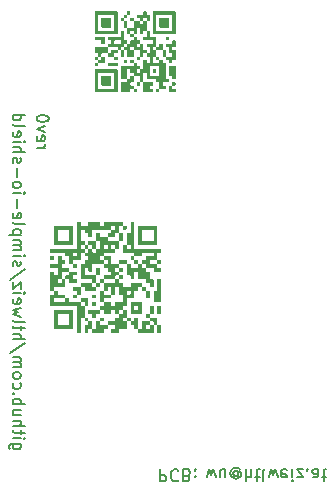
<source format=gbr>
%TF.GenerationSoftware,KiCad,Pcbnew,(7.0.0)*%
%TF.CreationDate,2023-03-17T06:32:27+01:00*%
%TF.ProjectId,simple-io-shield,73696d70-6c65-42d6-996f-2d736869656c,rev0*%
%TF.SameCoordinates,Original*%
%TF.FileFunction,Legend,Bot*%
%TF.FilePolarity,Positive*%
%FSLAX46Y46*%
G04 Gerber Fmt 4.6, Leading zero omitted, Abs format (unit mm)*
G04 Created by KiCad (PCBNEW (7.0.0)) date 2023-03-17 06:32:27*
%MOMM*%
%LPD*%
G01*
G04 APERTURE LIST*
%ADD10C,0.000000*%
%ADD11C,0.160000*%
%ADD12O,1.727200X1.727200*%
%ADD13R,1.727200X1.727200*%
%ADD14R,1.700000X1.700000*%
%ADD15O,1.700000X1.700000*%
%ADD16R,2.000000X2.000000*%
%ADD17C,2.000000*%
%ADD18R,2.000000X3.200000*%
G04 APERTURE END LIST*
D10*
G36*
X172121404Y-86079126D02*
G01*
X172122789Y-86079232D01*
X172124154Y-86079405D01*
X172125497Y-86079645D01*
X172126816Y-86079950D01*
X172128110Y-86080317D01*
X172129378Y-86080746D01*
X172130616Y-86081234D01*
X172131824Y-86081780D01*
X172133000Y-86082383D01*
X172134142Y-86083039D01*
X172135249Y-86083749D01*
X172136318Y-86084509D01*
X172137348Y-86085319D01*
X172138338Y-86086176D01*
X172139285Y-86087079D01*
X172140188Y-86088026D01*
X172141045Y-86089016D01*
X172141855Y-86090046D01*
X172142615Y-86091115D01*
X172143325Y-86092222D01*
X172143981Y-86093364D01*
X172144584Y-86094540D01*
X172145130Y-86095748D01*
X172145618Y-86096986D01*
X172146047Y-86098254D01*
X172146414Y-86099548D01*
X172146719Y-86100867D01*
X172146959Y-86102210D01*
X172147132Y-86103575D01*
X172147238Y-86104960D01*
X172147273Y-86106364D01*
X172147273Y-86324546D01*
X172147238Y-86325949D01*
X172147132Y-86327334D01*
X172146959Y-86328699D01*
X172146719Y-86330042D01*
X172146414Y-86331361D01*
X172146047Y-86332656D01*
X172145618Y-86333923D01*
X172145130Y-86335161D01*
X172144584Y-86336369D01*
X172143981Y-86337545D01*
X172143325Y-86338688D01*
X172142615Y-86339794D01*
X172141855Y-86340863D01*
X172141045Y-86341894D01*
X172140188Y-86342883D01*
X172139285Y-86343830D01*
X172138338Y-86344733D01*
X172137348Y-86345591D01*
X172136318Y-86346400D01*
X172135249Y-86347161D01*
X172134142Y-86347870D01*
X172133000Y-86348527D01*
X172131824Y-86349129D01*
X172130616Y-86349675D01*
X172129378Y-86350163D01*
X172128110Y-86350592D01*
X172126816Y-86350960D01*
X172125497Y-86351264D01*
X172124154Y-86351504D01*
X172122789Y-86351677D01*
X172121404Y-86351783D01*
X172120000Y-86351818D01*
X171874546Y-86351818D01*
X171874546Y-86106364D01*
X171874581Y-86104960D01*
X171874687Y-86103575D01*
X171874860Y-86102210D01*
X171875100Y-86100867D01*
X171875404Y-86099548D01*
X171875772Y-86098254D01*
X171876201Y-86096986D01*
X171876689Y-86095748D01*
X171877235Y-86094540D01*
X171877837Y-86093364D01*
X171878494Y-86092222D01*
X171879203Y-86091115D01*
X171879964Y-86090046D01*
X171880774Y-86089016D01*
X171881631Y-86088026D01*
X171882534Y-86087079D01*
X171883481Y-86086176D01*
X171884470Y-86085319D01*
X171885501Y-86084509D01*
X171886570Y-86083749D01*
X171887677Y-86083039D01*
X171888819Y-86082383D01*
X171889995Y-86081780D01*
X171891203Y-86081234D01*
X171892441Y-86080746D01*
X171893708Y-86080317D01*
X171895003Y-86079950D01*
X171896322Y-86079645D01*
X171897665Y-86079405D01*
X171899030Y-86079232D01*
X171900415Y-86079126D01*
X171901818Y-86079091D01*
X172120000Y-86079091D01*
X172121404Y-86079126D01*
G37*
G36*
X167617838Y-105479351D02*
G01*
X167617838Y-104571243D01*
X167942163Y-104571243D01*
X167942163Y-105479351D01*
X167942205Y-105481020D01*
X167942330Y-105482667D01*
X167942536Y-105484290D01*
X167942822Y-105485888D01*
X167943184Y-105487457D01*
X167943621Y-105488996D01*
X167944131Y-105490503D01*
X167944711Y-105491975D01*
X167945361Y-105493412D01*
X167946077Y-105494811D01*
X167946858Y-105496169D01*
X167947702Y-105497485D01*
X167948606Y-105498756D01*
X167949569Y-105499981D01*
X167950588Y-105501158D01*
X167951662Y-105502285D01*
X167952788Y-105503358D01*
X167953965Y-105504378D01*
X167955190Y-105505341D01*
X167956462Y-105506245D01*
X167957778Y-105507088D01*
X167959136Y-105507869D01*
X167960534Y-105508586D01*
X167961971Y-105509235D01*
X167963444Y-105509816D01*
X167964951Y-105510326D01*
X167966490Y-105510763D01*
X167968059Y-105511125D01*
X167969656Y-105511410D01*
X167971279Y-105511616D01*
X167972926Y-105511742D01*
X167974595Y-105511784D01*
X168234055Y-105511784D01*
X168235724Y-105511826D01*
X168237371Y-105511951D01*
X168238994Y-105512158D01*
X168240591Y-105512443D01*
X168242160Y-105512805D01*
X168243699Y-105513242D01*
X168245206Y-105513752D01*
X168246679Y-105514333D01*
X168248116Y-105514982D01*
X168249514Y-105515698D01*
X168250872Y-105516479D01*
X168252188Y-105517323D01*
X168253460Y-105518227D01*
X168254685Y-105519190D01*
X168255862Y-105520209D01*
X168256988Y-105521283D01*
X168258062Y-105522409D01*
X168259081Y-105523586D01*
X168260044Y-105524811D01*
X168260948Y-105526083D01*
X168261792Y-105527399D01*
X168262573Y-105528757D01*
X168263289Y-105530155D01*
X168263939Y-105531592D01*
X168264519Y-105533065D01*
X168265029Y-105534572D01*
X168265466Y-105536111D01*
X168265829Y-105537680D01*
X168266114Y-105539277D01*
X168266320Y-105540900D01*
X168266445Y-105542547D01*
X168266488Y-105544216D01*
X168266488Y-105836108D01*
X168590811Y-105836108D01*
X168590811Y-105544216D01*
X168590853Y-105542547D01*
X168590979Y-105540900D01*
X168591185Y-105539277D01*
X168591470Y-105537680D01*
X168591832Y-105536111D01*
X168592269Y-105534572D01*
X168592779Y-105533065D01*
X168593360Y-105531592D01*
X168594009Y-105530155D01*
X168594726Y-105528757D01*
X168595507Y-105527399D01*
X168596350Y-105526083D01*
X168597254Y-105524811D01*
X168598217Y-105523586D01*
X168599237Y-105522409D01*
X168600311Y-105521283D01*
X168601437Y-105520209D01*
X168602614Y-105519190D01*
X168603839Y-105518227D01*
X168605110Y-105517323D01*
X168606426Y-105516479D01*
X168607785Y-105515698D01*
X168609183Y-105514982D01*
X168610620Y-105514333D01*
X168612092Y-105513752D01*
X168613599Y-105513242D01*
X168615138Y-105512805D01*
X168616708Y-105512443D01*
X168618305Y-105512158D01*
X168619928Y-105511951D01*
X168621575Y-105511826D01*
X168623244Y-105511784D01*
X169239460Y-105511784D01*
X169239460Y-106160432D01*
X169531352Y-106160432D01*
X169533021Y-106160390D01*
X169534668Y-106160265D01*
X169536291Y-106160059D01*
X169537888Y-106159773D01*
X169539457Y-106159411D01*
X169540996Y-106158974D01*
X169542503Y-106158464D01*
X169543976Y-106157884D01*
X169545413Y-106157234D01*
X169546811Y-106156518D01*
X169548169Y-106155737D01*
X169549485Y-106154893D01*
X169550757Y-106153989D01*
X169551982Y-106153026D01*
X169553159Y-106152007D01*
X169554285Y-106150933D01*
X169555359Y-106149807D01*
X169556378Y-106148630D01*
X169557341Y-106147405D01*
X169558245Y-106146133D01*
X169559089Y-106144817D01*
X169559870Y-106143459D01*
X169560586Y-106142061D01*
X169561235Y-106140624D01*
X169561816Y-106139151D01*
X169562326Y-106137644D01*
X169562763Y-106136105D01*
X169563125Y-106134536D01*
X169563410Y-106132939D01*
X169563617Y-106131316D01*
X169563742Y-106129669D01*
X169563784Y-106128000D01*
X169563784Y-105868541D01*
X169888109Y-105868541D01*
X169888109Y-106128000D01*
X169888151Y-106129669D01*
X169888276Y-106131316D01*
X169888482Y-106132939D01*
X169888768Y-106134536D01*
X169889130Y-106136106D01*
X169889567Y-106137645D01*
X169890077Y-106139152D01*
X169890657Y-106140624D01*
X169891307Y-106142061D01*
X169892023Y-106143459D01*
X169892804Y-106144818D01*
X169893648Y-106146133D01*
X169894552Y-106147405D01*
X169895515Y-106148630D01*
X169896534Y-106149807D01*
X169897608Y-106150933D01*
X169898734Y-106152007D01*
X169899911Y-106153027D01*
X169901136Y-106153990D01*
X169902408Y-106154894D01*
X169903724Y-106155737D01*
X169905082Y-106156518D01*
X169906480Y-106157235D01*
X169907917Y-106157884D01*
X169909390Y-106158465D01*
X169910897Y-106158975D01*
X169912436Y-106159412D01*
X169914005Y-106159774D01*
X169915602Y-106160059D01*
X169917225Y-106160265D01*
X169918872Y-106160391D01*
X169920541Y-106160433D01*
X170180000Y-106160433D01*
X170181669Y-106160391D01*
X170183316Y-106160265D01*
X170184940Y-106160059D01*
X170186537Y-106159774D01*
X170188106Y-106159412D01*
X170189645Y-106158975D01*
X170191152Y-106158465D01*
X170192625Y-106157884D01*
X170194061Y-106157234D01*
X170195460Y-106156518D01*
X170196818Y-106155737D01*
X170198134Y-106154894D01*
X170199405Y-106153989D01*
X170200631Y-106153026D01*
X170201807Y-106152007D01*
X170202934Y-106150933D01*
X170204008Y-106149807D01*
X170205027Y-106148630D01*
X170205990Y-106147405D01*
X170206894Y-106146133D01*
X170207738Y-106144817D01*
X170208518Y-106143459D01*
X170209235Y-106142061D01*
X170209884Y-106140624D01*
X170210465Y-106139151D01*
X170210975Y-106137644D01*
X170211412Y-106136105D01*
X170211774Y-106134536D01*
X170212059Y-106132939D01*
X170212265Y-106131316D01*
X170212391Y-106129669D01*
X170212433Y-106128000D01*
X170212433Y-105868541D01*
X170212391Y-105866872D01*
X170212265Y-105865224D01*
X170212059Y-105863601D01*
X170211774Y-105862004D01*
X170211412Y-105860435D01*
X170210975Y-105858896D01*
X170210465Y-105857389D01*
X170209884Y-105855916D01*
X170209235Y-105854480D01*
X170208518Y-105853081D01*
X170207738Y-105851723D01*
X170206894Y-105850407D01*
X170205990Y-105849136D01*
X170205027Y-105847910D01*
X170204008Y-105846734D01*
X170202934Y-105845607D01*
X170201807Y-105844533D01*
X170200631Y-105843514D01*
X170199405Y-105842551D01*
X170198134Y-105841647D01*
X170196818Y-105840803D01*
X170195460Y-105840023D01*
X170194061Y-105839306D01*
X170192625Y-105838657D01*
X170191152Y-105838076D01*
X170189645Y-105837566D01*
X170188106Y-105837129D01*
X170186537Y-105836767D01*
X170184940Y-105836482D01*
X170183316Y-105836276D01*
X170181669Y-105836150D01*
X170180000Y-105836108D01*
X169920541Y-105836108D01*
X169918872Y-105836150D01*
X169917225Y-105836276D01*
X169915602Y-105836482D01*
X169914005Y-105836767D01*
X169912436Y-105837129D01*
X169910897Y-105837566D01*
X169909390Y-105838076D01*
X169907917Y-105838657D01*
X169906480Y-105839306D01*
X169905082Y-105840023D01*
X169903724Y-105840803D01*
X169902408Y-105841647D01*
X169901136Y-105842551D01*
X169899911Y-105843514D01*
X169898734Y-105844533D01*
X169897608Y-105845607D01*
X169896534Y-105846734D01*
X169895515Y-105847910D01*
X169894552Y-105849136D01*
X169893648Y-105850407D01*
X169892804Y-105851723D01*
X169892023Y-105853081D01*
X169891307Y-105854480D01*
X169890657Y-105855916D01*
X169890077Y-105857389D01*
X169889567Y-105858896D01*
X169889130Y-105860435D01*
X169888768Y-105862004D01*
X169888482Y-105863601D01*
X169888276Y-105865224D01*
X169888151Y-105866872D01*
X169888109Y-105868541D01*
X169563784Y-105868541D01*
X169563784Y-105544216D01*
X169563742Y-105542547D01*
X169563617Y-105540900D01*
X169563410Y-105539277D01*
X169563125Y-105537680D01*
X169562763Y-105536111D01*
X169562326Y-105534572D01*
X169561816Y-105533065D01*
X169561235Y-105531592D01*
X169560586Y-105530155D01*
X169559870Y-105528757D01*
X169559089Y-105527399D01*
X169558245Y-105526083D01*
X169557341Y-105524811D01*
X169556378Y-105523586D01*
X169555359Y-105522409D01*
X169554285Y-105521283D01*
X169553159Y-105520209D01*
X169551982Y-105519190D01*
X169550757Y-105518227D01*
X169549485Y-105517323D01*
X169548169Y-105516479D01*
X169546811Y-105515698D01*
X169545413Y-105514982D01*
X169543976Y-105514333D01*
X169542503Y-105513752D01*
X169540996Y-105513242D01*
X169539457Y-105512805D01*
X169537888Y-105512443D01*
X169536291Y-105512158D01*
X169534668Y-105511951D01*
X169533021Y-105511826D01*
X169531352Y-105511784D01*
X169239460Y-105511784D01*
X169239460Y-104895568D01*
X169239502Y-104893899D01*
X169239627Y-104892252D01*
X169239834Y-104890629D01*
X169240119Y-104889031D01*
X169240481Y-104887462D01*
X169240918Y-104885923D01*
X169241428Y-104884416D01*
X169242009Y-104882943D01*
X169242658Y-104881507D01*
X169243374Y-104880108D01*
X169244155Y-104878750D01*
X169244999Y-104877434D01*
X169245903Y-104876163D01*
X169246866Y-104874938D01*
X169247885Y-104873761D01*
X169248959Y-104872634D01*
X169250085Y-104871561D01*
X169251262Y-104870541D01*
X169252487Y-104869578D01*
X169253759Y-104868674D01*
X169255075Y-104867830D01*
X169256433Y-104867050D01*
X169257831Y-104866333D01*
X169259268Y-104865684D01*
X169260741Y-104865103D01*
X169262248Y-104864593D01*
X169263787Y-104864156D01*
X169265356Y-104863794D01*
X169266953Y-104863509D01*
X169268576Y-104863303D01*
X169270224Y-104863177D01*
X169271893Y-104863135D01*
X169531352Y-104863135D01*
X169533021Y-104863177D01*
X169534668Y-104863303D01*
X169536291Y-104863509D01*
X169537888Y-104863794D01*
X169539457Y-104864156D01*
X169540996Y-104864593D01*
X169542503Y-104865103D01*
X169543976Y-104865684D01*
X169545413Y-104866333D01*
X169546811Y-104867050D01*
X169548169Y-104867830D01*
X169549485Y-104868674D01*
X169550757Y-104869578D01*
X169551982Y-104870541D01*
X169553159Y-104871561D01*
X169554285Y-104872634D01*
X169555359Y-104873761D01*
X169556378Y-104874938D01*
X169557341Y-104876163D01*
X169558245Y-104877434D01*
X169559089Y-104878750D01*
X169559870Y-104880108D01*
X169560586Y-104881507D01*
X169561235Y-104882943D01*
X169561816Y-104884416D01*
X169562326Y-104885923D01*
X169562763Y-104887462D01*
X169563125Y-104889031D01*
X169563410Y-104890629D01*
X169563617Y-104892252D01*
X169563742Y-104893899D01*
X169563784Y-104895568D01*
X169563784Y-105155027D01*
X169563826Y-105156696D01*
X169563952Y-105158343D01*
X169564158Y-105159966D01*
X169564443Y-105161563D01*
X169564805Y-105163133D01*
X169565242Y-105164672D01*
X169565752Y-105166178D01*
X169566333Y-105167651D01*
X169566982Y-105169088D01*
X169567699Y-105170486D01*
X169568479Y-105171845D01*
X169569323Y-105173160D01*
X169570227Y-105174432D01*
X169571190Y-105175657D01*
X169572210Y-105176834D01*
X169573283Y-105177960D01*
X169574410Y-105179034D01*
X169575587Y-105180054D01*
X169576812Y-105181016D01*
X169578083Y-105181921D01*
X169579399Y-105182764D01*
X169580757Y-105183545D01*
X169582156Y-105184261D01*
X169583592Y-105184911D01*
X169585065Y-105185491D01*
X169586572Y-105186001D01*
X169588111Y-105186438D01*
X169589680Y-105186801D01*
X169591278Y-105187086D01*
X169592901Y-105187292D01*
X169594548Y-105187417D01*
X169596217Y-105187459D01*
X170212433Y-105187459D01*
X170212433Y-104895568D01*
X170212475Y-104893899D01*
X170212600Y-104892252D01*
X170212807Y-104890629D01*
X170213092Y-104889031D01*
X170213454Y-104887462D01*
X170213891Y-104885923D01*
X170214401Y-104884416D01*
X170214982Y-104882943D01*
X170215631Y-104881507D01*
X170216347Y-104880108D01*
X170217128Y-104878750D01*
X170217972Y-104877434D01*
X170218876Y-104876163D01*
X170219839Y-104874938D01*
X170220858Y-104873761D01*
X170221932Y-104872634D01*
X170223058Y-104871561D01*
X170224235Y-104870541D01*
X170225461Y-104869578D01*
X170226732Y-104868674D01*
X170228048Y-104867830D01*
X170229406Y-104867050D01*
X170230805Y-104866333D01*
X170232241Y-104865684D01*
X170233714Y-104865103D01*
X170235221Y-104864593D01*
X170236760Y-104864156D01*
X170238329Y-104863794D01*
X170239926Y-104863509D01*
X170241549Y-104863303D01*
X170243196Y-104863177D01*
X170244865Y-104863135D01*
X170504325Y-104863135D01*
X170505994Y-104863093D01*
X170507641Y-104862968D01*
X170509264Y-104862761D01*
X170510861Y-104862476D01*
X170512430Y-104862114D01*
X170513969Y-104861677D01*
X170515476Y-104861167D01*
X170516949Y-104860586D01*
X170518386Y-104859937D01*
X170519784Y-104859221D01*
X170521142Y-104858440D01*
X170522458Y-104857596D01*
X170523730Y-104856692D01*
X170524955Y-104855729D01*
X170526132Y-104854710D01*
X170527258Y-104853636D01*
X170528332Y-104852510D01*
X170529351Y-104851333D01*
X170530314Y-104850108D01*
X170531218Y-104848836D01*
X170532062Y-104847520D01*
X170532843Y-104846162D01*
X170533559Y-104844764D01*
X170534209Y-104843327D01*
X170534789Y-104841854D01*
X170535299Y-104840347D01*
X170535736Y-104838808D01*
X170536099Y-104837239D01*
X170536384Y-104835642D01*
X170536590Y-104834019D01*
X170536715Y-104832372D01*
X170536757Y-104830703D01*
X170536757Y-104538811D01*
X170828649Y-104538811D01*
X170830318Y-104538769D01*
X170831965Y-104538643D01*
X170833588Y-104538437D01*
X170835185Y-104538152D01*
X170836754Y-104537790D01*
X170838293Y-104537353D01*
X170839800Y-104536843D01*
X170841273Y-104536262D01*
X170842710Y-104535613D01*
X170844108Y-104534896D01*
X170845466Y-104534116D01*
X170846782Y-104533272D01*
X170848054Y-104532368D01*
X170849279Y-104531405D01*
X170850456Y-104530385D01*
X170851582Y-104529312D01*
X170852656Y-104528185D01*
X170853676Y-104527008D01*
X170854638Y-104525783D01*
X170855543Y-104524512D01*
X170856386Y-104523196D01*
X170857167Y-104521838D01*
X170857883Y-104520439D01*
X170858533Y-104519003D01*
X170859114Y-104517530D01*
X170859623Y-104516023D01*
X170860060Y-104514484D01*
X170860423Y-104512915D01*
X170860708Y-104511318D01*
X170860914Y-104509694D01*
X170861039Y-104508047D01*
X170861082Y-104506378D01*
X170861082Y-104246919D01*
X170861039Y-104245250D01*
X170860914Y-104243603D01*
X170860708Y-104241980D01*
X170860423Y-104240383D01*
X170860060Y-104238814D01*
X170859623Y-104237275D01*
X170859114Y-104235768D01*
X170858533Y-104234295D01*
X170857883Y-104232858D01*
X170857167Y-104231460D01*
X170856386Y-104230102D01*
X170855543Y-104228786D01*
X170854638Y-104227514D01*
X170853676Y-104226289D01*
X170852656Y-104225112D01*
X170851582Y-104223986D01*
X170850456Y-104222912D01*
X170849279Y-104221893D01*
X170848054Y-104220930D01*
X170846782Y-104220026D01*
X170845466Y-104219182D01*
X170844108Y-104218401D01*
X170842710Y-104217685D01*
X170841273Y-104217035D01*
X170839800Y-104216455D01*
X170838293Y-104215945D01*
X170836754Y-104215508D01*
X170835185Y-104215146D01*
X170833588Y-104214860D01*
X170831965Y-104214654D01*
X170830318Y-104214529D01*
X170828649Y-104214487D01*
X170569190Y-104214487D01*
X170567521Y-104214529D01*
X170565873Y-104214654D01*
X170564250Y-104214860D01*
X170562653Y-104215146D01*
X170561084Y-104215508D01*
X170559545Y-104215945D01*
X170558038Y-104216455D01*
X170556565Y-104217035D01*
X170555129Y-104217685D01*
X170553730Y-104218401D01*
X170552372Y-104219182D01*
X170551056Y-104220026D01*
X170549785Y-104220930D01*
X170548560Y-104221893D01*
X170547383Y-104222912D01*
X170546257Y-104223986D01*
X170545183Y-104225112D01*
X170544163Y-104226289D01*
X170543200Y-104227514D01*
X170542296Y-104228786D01*
X170541453Y-104230102D01*
X170540672Y-104231460D01*
X170539956Y-104232858D01*
X170539306Y-104234295D01*
X170538725Y-104235768D01*
X170538215Y-104237275D01*
X170537778Y-104238814D01*
X170537416Y-104240383D01*
X170537131Y-104241980D01*
X170536925Y-104243603D01*
X170536800Y-104245250D01*
X170536757Y-104246919D01*
X170536757Y-104538811D01*
X168947568Y-104538811D01*
X168945899Y-104538853D01*
X168944252Y-104538978D01*
X168942629Y-104539185D01*
X168941032Y-104539470D01*
X168939463Y-104539832D01*
X168937924Y-104540269D01*
X168936417Y-104540779D01*
X168934944Y-104541360D01*
X168933507Y-104542009D01*
X168932109Y-104542725D01*
X168930751Y-104543506D01*
X168929435Y-104544350D01*
X168928163Y-104545254D01*
X168926938Y-104546217D01*
X168925761Y-104547236D01*
X168924635Y-104548310D01*
X168923561Y-104549436D01*
X168922542Y-104550613D01*
X168921579Y-104551838D01*
X168920675Y-104553110D01*
X168919831Y-104554426D01*
X168919050Y-104555784D01*
X168918334Y-104557183D01*
X168917684Y-104558619D01*
X168917104Y-104560092D01*
X168916594Y-104561599D01*
X168916157Y-104563138D01*
X168915795Y-104564707D01*
X168915510Y-104566304D01*
X168915303Y-104567927D01*
X168915178Y-104569574D01*
X168915136Y-104571243D01*
X168915136Y-105155027D01*
X168915094Y-105156696D01*
X168914968Y-105158343D01*
X168914762Y-105159966D01*
X168914477Y-105161563D01*
X168914115Y-105163132D01*
X168913678Y-105164671D01*
X168913168Y-105166178D01*
X168912587Y-105167651D01*
X168911938Y-105169088D01*
X168911221Y-105170486D01*
X168910440Y-105171844D01*
X168909597Y-105173160D01*
X168908693Y-105174432D01*
X168907730Y-105175657D01*
X168906710Y-105176834D01*
X168905637Y-105177960D01*
X168904510Y-105179034D01*
X168903333Y-105180053D01*
X168902108Y-105181016D01*
X168900837Y-105181920D01*
X168899521Y-105182764D01*
X168898163Y-105183545D01*
X168896764Y-105184261D01*
X168895327Y-105184911D01*
X168893855Y-105185491D01*
X168892348Y-105186001D01*
X168890809Y-105186438D01*
X168889240Y-105186801D01*
X168887642Y-105187086D01*
X168886019Y-105187292D01*
X168884372Y-105187417D01*
X168882703Y-105187459D01*
X168623244Y-105187459D01*
X168621575Y-105187417D01*
X168619928Y-105187292D01*
X168618305Y-105187086D01*
X168616708Y-105186801D01*
X168615138Y-105186438D01*
X168613599Y-105186001D01*
X168612092Y-105185491D01*
X168610620Y-105184911D01*
X168609183Y-105184261D01*
X168607785Y-105183545D01*
X168606426Y-105182764D01*
X168605110Y-105181920D01*
X168603839Y-105181016D01*
X168602614Y-105180053D01*
X168601437Y-105179034D01*
X168600311Y-105177960D01*
X168599237Y-105176834D01*
X168598217Y-105175657D01*
X168597254Y-105174432D01*
X168596350Y-105173160D01*
X168595507Y-105171844D01*
X168594726Y-105170486D01*
X168594009Y-105169088D01*
X168593360Y-105167651D01*
X168592779Y-105166178D01*
X168592269Y-105164671D01*
X168591832Y-105163132D01*
X168591470Y-105161563D01*
X168591185Y-105159966D01*
X168590979Y-105158343D01*
X168590853Y-105156696D01*
X168590811Y-105155027D01*
X168590811Y-104895568D01*
X168590769Y-104893899D01*
X168590644Y-104892252D01*
X168590438Y-104890629D01*
X168590152Y-104889031D01*
X168589790Y-104887462D01*
X168589353Y-104885923D01*
X168588843Y-104884416D01*
X168588263Y-104882943D01*
X168587613Y-104881507D01*
X168586897Y-104880108D01*
X168586116Y-104878750D01*
X168585272Y-104877434D01*
X168584368Y-104876163D01*
X168583405Y-104874938D01*
X168582386Y-104873761D01*
X168581312Y-104872634D01*
X168580186Y-104871561D01*
X168579009Y-104870541D01*
X168577784Y-104869578D01*
X168576512Y-104868674D01*
X168575196Y-104867830D01*
X168573838Y-104867050D01*
X168572440Y-104866333D01*
X168571003Y-104865684D01*
X168569530Y-104865103D01*
X168568023Y-104864593D01*
X168566484Y-104864156D01*
X168564915Y-104863794D01*
X168563318Y-104863509D01*
X168561695Y-104863303D01*
X168560048Y-104863177D01*
X168558379Y-104863135D01*
X168298920Y-104863135D01*
X168297251Y-104863093D01*
X168295604Y-104862968D01*
X168293980Y-104862761D01*
X168292383Y-104862476D01*
X168290814Y-104862114D01*
X168289275Y-104861677D01*
X168287768Y-104861167D01*
X168286295Y-104860586D01*
X168284859Y-104859937D01*
X168283460Y-104859221D01*
X168282102Y-104858440D01*
X168280786Y-104857596D01*
X168279515Y-104856692D01*
X168278289Y-104855729D01*
X168277113Y-104854710D01*
X168275986Y-104853636D01*
X168274912Y-104852510D01*
X168273893Y-104851333D01*
X168272930Y-104850108D01*
X168272026Y-104848836D01*
X168271182Y-104847520D01*
X168270401Y-104846162D01*
X168269685Y-104844764D01*
X168269036Y-104843327D01*
X168268455Y-104841854D01*
X168267945Y-104840347D01*
X168267508Y-104838808D01*
X168267146Y-104837239D01*
X168266861Y-104835642D01*
X168266655Y-104834019D01*
X168266529Y-104832372D01*
X168266487Y-104830703D01*
X168266487Y-104571243D01*
X168266445Y-104569574D01*
X168266320Y-104567927D01*
X168266113Y-104566304D01*
X168265828Y-104564707D01*
X168265466Y-104563138D01*
X168265029Y-104561599D01*
X168264519Y-104560092D01*
X168263938Y-104558619D01*
X168263289Y-104557183D01*
X168262573Y-104555784D01*
X168261792Y-104554426D01*
X168260948Y-104553110D01*
X168260044Y-104551838D01*
X168259081Y-104550613D01*
X168258062Y-104549436D01*
X168256988Y-104548310D01*
X168255861Y-104547236D01*
X168254685Y-104546217D01*
X168253459Y-104545254D01*
X168252188Y-104544350D01*
X168250872Y-104543506D01*
X168249514Y-104542725D01*
X168248115Y-104542009D01*
X168246679Y-104541360D01*
X168245206Y-104540779D01*
X168243699Y-104540269D01*
X168242160Y-104539832D01*
X168240591Y-104539470D01*
X168238994Y-104539185D01*
X168237371Y-104538978D01*
X168235724Y-104538853D01*
X168234055Y-104538811D01*
X167974595Y-104538811D01*
X167972926Y-104538853D01*
X167971279Y-104538978D01*
X167969656Y-104539185D01*
X167968059Y-104539470D01*
X167966490Y-104539832D01*
X167964951Y-104540269D01*
X167963444Y-104540779D01*
X167961971Y-104541360D01*
X167960534Y-104542009D01*
X167959136Y-104542725D01*
X167957778Y-104543506D01*
X167956462Y-104544350D01*
X167955190Y-104545254D01*
X167953965Y-104546217D01*
X167952788Y-104547236D01*
X167951662Y-104548310D01*
X167950588Y-104549436D01*
X167949569Y-104550613D01*
X167948606Y-104551838D01*
X167947702Y-104553110D01*
X167946858Y-104554426D01*
X167946077Y-104555784D01*
X167945361Y-104557183D01*
X167944711Y-104558619D01*
X167944131Y-104560092D01*
X167943621Y-104561599D01*
X167943184Y-104563138D01*
X167942822Y-104564707D01*
X167942536Y-104566304D01*
X167942330Y-104567927D01*
X167942205Y-104569574D01*
X167942163Y-104571243D01*
X167617838Y-104571243D01*
X167617838Y-103922595D01*
X167617881Y-103920926D01*
X167618006Y-103919279D01*
X167618212Y-103917656D01*
X167618497Y-103916058D01*
X167618859Y-103914489D01*
X167619296Y-103912950D01*
X167619806Y-103911443D01*
X167620387Y-103909971D01*
X167621037Y-103908534D01*
X167621753Y-103907135D01*
X167622534Y-103905777D01*
X167623377Y-103904461D01*
X167624282Y-103903190D01*
X167625244Y-103901965D01*
X167626264Y-103900788D01*
X167627338Y-103899661D01*
X167628464Y-103898588D01*
X167629641Y-103897568D01*
X167630866Y-103896605D01*
X167632137Y-103895701D01*
X167633453Y-103894858D01*
X167634812Y-103894077D01*
X167636210Y-103893360D01*
X167637647Y-103892711D01*
X167639119Y-103892130D01*
X167640626Y-103891620D01*
X167642165Y-103891183D01*
X167643735Y-103890821D01*
X167645332Y-103890536D01*
X167646955Y-103890330D01*
X167648602Y-103890204D01*
X167650271Y-103890162D01*
X167909730Y-103890162D01*
X167911399Y-103890204D01*
X167913046Y-103890330D01*
X167914670Y-103890536D01*
X167916267Y-103890821D01*
X167917836Y-103891183D01*
X167919375Y-103891620D01*
X167920882Y-103892130D01*
X167922355Y-103892711D01*
X167923791Y-103893360D01*
X167925190Y-103894077D01*
X167926548Y-103894858D01*
X167927864Y-103895701D01*
X167929135Y-103896605D01*
X167930360Y-103897568D01*
X167931537Y-103898588D01*
X167932664Y-103899661D01*
X167933738Y-103900788D01*
X167934757Y-103901965D01*
X167935720Y-103903190D01*
X167936624Y-103904461D01*
X167937468Y-103905777D01*
X167938249Y-103907135D01*
X167938965Y-103908534D01*
X167939614Y-103909971D01*
X167940195Y-103911443D01*
X167940705Y-103912950D01*
X167941142Y-103914489D01*
X167941504Y-103916058D01*
X167941789Y-103917656D01*
X167941996Y-103919279D01*
X167942121Y-103920926D01*
X167942163Y-103922595D01*
X167942163Y-104182054D01*
X167942205Y-104183723D01*
X167942330Y-104185370D01*
X167942537Y-104186993D01*
X167942822Y-104188590D01*
X167943184Y-104190160D01*
X167943621Y-104191699D01*
X167944131Y-104193206D01*
X167944712Y-104194678D01*
X167945361Y-104196115D01*
X167946077Y-104197513D01*
X167946858Y-104198872D01*
X167947702Y-104200187D01*
X167948606Y-104201459D01*
X167949569Y-104202684D01*
X167950588Y-104203861D01*
X167951662Y-104204987D01*
X167952789Y-104206061D01*
X167953965Y-104207081D01*
X167955191Y-104208043D01*
X167956462Y-104208948D01*
X167957778Y-104209791D01*
X167959136Y-104210572D01*
X167960535Y-104211288D01*
X167961971Y-104211938D01*
X167963444Y-104212519D01*
X167964951Y-104213029D01*
X167966490Y-104213466D01*
X167968059Y-104213828D01*
X167969656Y-104214113D01*
X167971279Y-104214319D01*
X167972927Y-104214444D01*
X167974596Y-104214487D01*
X168558380Y-104214487D01*
X168560049Y-104214444D01*
X168561696Y-104214319D01*
X168563319Y-104214113D01*
X168564916Y-104213828D01*
X168566485Y-104213466D01*
X168568024Y-104213028D01*
X168569531Y-104212519D01*
X168571003Y-104211938D01*
X168572440Y-104211288D01*
X168573838Y-104210572D01*
X168575197Y-104209791D01*
X168576512Y-104208948D01*
X168577784Y-104208043D01*
X168579009Y-104207081D01*
X168580186Y-104206061D01*
X168581312Y-104204987D01*
X168582386Y-104203861D01*
X168583405Y-104202684D01*
X168584368Y-104201459D01*
X168585272Y-104200187D01*
X168586116Y-104198872D01*
X168586897Y-104197513D01*
X168587613Y-104196115D01*
X168588263Y-104194678D01*
X168588843Y-104193205D01*
X168589353Y-104191699D01*
X168589790Y-104190159D01*
X168590152Y-104188590D01*
X168590438Y-104186993D01*
X168590644Y-104185370D01*
X168590769Y-104183723D01*
X168590811Y-104182054D01*
X168590811Y-103922595D01*
X168590853Y-103920926D01*
X168590979Y-103919279D01*
X168591185Y-103917656D01*
X168591470Y-103916058D01*
X168591832Y-103914489D01*
X168592269Y-103912950D01*
X168592779Y-103911443D01*
X168593360Y-103909971D01*
X168594009Y-103908534D01*
X168594726Y-103907135D01*
X168595507Y-103905777D01*
X168596350Y-103904461D01*
X168597254Y-103903190D01*
X168598217Y-103901965D01*
X168599237Y-103900788D01*
X168600311Y-103899661D01*
X168601437Y-103898588D01*
X168602614Y-103897568D01*
X168603839Y-103896605D01*
X168605110Y-103895701D01*
X168606426Y-103894858D01*
X168607785Y-103894077D01*
X168609183Y-103893360D01*
X168610620Y-103892711D01*
X168612092Y-103892130D01*
X168613599Y-103891620D01*
X168615138Y-103891183D01*
X168616708Y-103890821D01*
X168618305Y-103890536D01*
X168619928Y-103890330D01*
X168621575Y-103890204D01*
X168623244Y-103890162D01*
X169531352Y-103890162D01*
X169533021Y-103890204D01*
X169534668Y-103890330D01*
X169536291Y-103890536D01*
X169537888Y-103890821D01*
X169539457Y-103891183D01*
X169540996Y-103891620D01*
X169542503Y-103892130D01*
X169543976Y-103892711D01*
X169545413Y-103893360D01*
X169546811Y-103894077D01*
X169548169Y-103894858D01*
X169549485Y-103895701D01*
X169550757Y-103896605D01*
X169551982Y-103897568D01*
X169553159Y-103898588D01*
X169554285Y-103899661D01*
X169555359Y-103900788D01*
X169556378Y-103901965D01*
X169557341Y-103903190D01*
X169558245Y-103904461D01*
X169559089Y-103905777D01*
X169559870Y-103907135D01*
X169560586Y-103908534D01*
X169561235Y-103909971D01*
X169561816Y-103911443D01*
X169562326Y-103912950D01*
X169562763Y-103914489D01*
X169563125Y-103916058D01*
X169563410Y-103917656D01*
X169563617Y-103919279D01*
X169563742Y-103920926D01*
X169563784Y-103922595D01*
X169563784Y-104182054D01*
X169563826Y-104183723D01*
X169563952Y-104185370D01*
X169564158Y-104186993D01*
X169564443Y-104188590D01*
X169564805Y-104190160D01*
X169565242Y-104191699D01*
X169565752Y-104193206D01*
X169566333Y-104194678D01*
X169566982Y-104196115D01*
X169567699Y-104197513D01*
X169568479Y-104198872D01*
X169569323Y-104200187D01*
X169570227Y-104201459D01*
X169571190Y-104202684D01*
X169572210Y-104203861D01*
X169573283Y-104204987D01*
X169574410Y-104206061D01*
X169575587Y-104207081D01*
X169576812Y-104208043D01*
X169578083Y-104208948D01*
X169579399Y-104209791D01*
X169580757Y-104210572D01*
X169582156Y-104211288D01*
X169583592Y-104211938D01*
X169585065Y-104212519D01*
X169586572Y-104213029D01*
X169588111Y-104213466D01*
X169589680Y-104213828D01*
X169591278Y-104214113D01*
X169592901Y-104214319D01*
X169594548Y-104214444D01*
X169596217Y-104214487D01*
X169855676Y-104214487D01*
X169857345Y-104214444D01*
X169858992Y-104214319D01*
X169860615Y-104214113D01*
X169862212Y-104213828D01*
X169863782Y-104213466D01*
X169865321Y-104213028D01*
X169866828Y-104212519D01*
X169868300Y-104211938D01*
X169869737Y-104211288D01*
X169871135Y-104210572D01*
X169872494Y-104209791D01*
X169873809Y-104208948D01*
X169875081Y-104208043D01*
X169876306Y-104207081D01*
X169877483Y-104206061D01*
X169878609Y-104204987D01*
X169879683Y-104203861D01*
X169880703Y-104202684D01*
X169881665Y-104201459D01*
X169882570Y-104200187D01*
X169883413Y-104198872D01*
X169884194Y-104197513D01*
X169884910Y-104196115D01*
X169885560Y-104194678D01*
X169886141Y-104193205D01*
X169886651Y-104191699D01*
X169887088Y-104190159D01*
X169887450Y-104188590D01*
X169887735Y-104186993D01*
X169887941Y-104185370D01*
X169888066Y-104183723D01*
X169888109Y-104182054D01*
X169888109Y-103922595D01*
X169888151Y-103920926D01*
X169888276Y-103919279D01*
X169888482Y-103917656D01*
X169888768Y-103916058D01*
X169889130Y-103914489D01*
X169889567Y-103912950D01*
X169890077Y-103911443D01*
X169890657Y-103909971D01*
X169891307Y-103908534D01*
X169892023Y-103907135D01*
X169892804Y-103905777D01*
X169893648Y-103904461D01*
X169894552Y-103903190D01*
X169895515Y-103901965D01*
X169896534Y-103900788D01*
X169897608Y-103899661D01*
X169898734Y-103898588D01*
X169899911Y-103897568D01*
X169901136Y-103896605D01*
X169902408Y-103895701D01*
X169903724Y-103894858D01*
X169905082Y-103894077D01*
X169906480Y-103893360D01*
X169907917Y-103892711D01*
X169909390Y-103892130D01*
X169910897Y-103891620D01*
X169912436Y-103891183D01*
X169914005Y-103890821D01*
X169915602Y-103890536D01*
X169917225Y-103890330D01*
X169918872Y-103890204D01*
X169920541Y-103890162D01*
X171477298Y-103890162D01*
X171478967Y-103890204D01*
X171480614Y-103890330D01*
X171482237Y-103890536D01*
X171483834Y-103890821D01*
X171485404Y-103891183D01*
X171486943Y-103891620D01*
X171488450Y-103892130D01*
X171489922Y-103892711D01*
X171491359Y-103893360D01*
X171492757Y-103894077D01*
X171494116Y-103894858D01*
X171495432Y-103895701D01*
X171496703Y-103896605D01*
X171497928Y-103897568D01*
X171499105Y-103898588D01*
X171500231Y-103899661D01*
X171501305Y-103900788D01*
X171502325Y-103901965D01*
X171503288Y-103903190D01*
X171504192Y-103904461D01*
X171505035Y-103905777D01*
X171505816Y-103907135D01*
X171506533Y-103908534D01*
X171507182Y-103909971D01*
X171507763Y-103911443D01*
X171508273Y-103912950D01*
X171508710Y-103914489D01*
X171509072Y-103916058D01*
X171509357Y-103917656D01*
X171509563Y-103919279D01*
X171509689Y-103920926D01*
X171509731Y-103922595D01*
X171509731Y-104214487D01*
X171801622Y-104214487D01*
X171803291Y-104214529D01*
X171804938Y-104214654D01*
X171806561Y-104214860D01*
X171808158Y-104215146D01*
X171809727Y-104215508D01*
X171811266Y-104215945D01*
X171812773Y-104216455D01*
X171814246Y-104217035D01*
X171815683Y-104217685D01*
X171817081Y-104218401D01*
X171818440Y-104219182D01*
X171819755Y-104220026D01*
X171821027Y-104220930D01*
X171822252Y-104221893D01*
X171823429Y-104222912D01*
X171824555Y-104223986D01*
X171825629Y-104225112D01*
X171826649Y-104226289D01*
X171827611Y-104227514D01*
X171828516Y-104228786D01*
X171829359Y-104230102D01*
X171830140Y-104231460D01*
X171830856Y-104232858D01*
X171831506Y-104234295D01*
X171832086Y-104235768D01*
X171832596Y-104237275D01*
X171833033Y-104238814D01*
X171833396Y-104240383D01*
X171833681Y-104241980D01*
X171833887Y-104243603D01*
X171834012Y-104245250D01*
X171834054Y-104246919D01*
X171834054Y-104506378D01*
X171834012Y-104508047D01*
X171833887Y-104509694D01*
X171833681Y-104511318D01*
X171833396Y-104512915D01*
X171833033Y-104514484D01*
X171832596Y-104516023D01*
X171832086Y-104517530D01*
X171831506Y-104519003D01*
X171830856Y-104520439D01*
X171830140Y-104521838D01*
X171829359Y-104523196D01*
X171828516Y-104524512D01*
X171827611Y-104525783D01*
X171826649Y-104527009D01*
X171825629Y-104528185D01*
X171824555Y-104529312D01*
X171823429Y-104530386D01*
X171822252Y-104531405D01*
X171821027Y-104532368D01*
X171819755Y-104533272D01*
X171818440Y-104534116D01*
X171817081Y-104534896D01*
X171815683Y-104535613D01*
X171814246Y-104536262D01*
X171812773Y-104536843D01*
X171811266Y-104537353D01*
X171809727Y-104537790D01*
X171808158Y-104538152D01*
X171806561Y-104538437D01*
X171804938Y-104538643D01*
X171803291Y-104538769D01*
X171801622Y-104538811D01*
X171542163Y-104538811D01*
X171540494Y-104538769D01*
X171538847Y-104538643D01*
X171537224Y-104538437D01*
X171535626Y-104538152D01*
X171534057Y-104537790D01*
X171532518Y-104537353D01*
X171531011Y-104536843D01*
X171529538Y-104536262D01*
X171528102Y-104535613D01*
X171526703Y-104534896D01*
X171525345Y-104534116D01*
X171524029Y-104533272D01*
X171522758Y-104532368D01*
X171521533Y-104531405D01*
X171520356Y-104530385D01*
X171519229Y-104529312D01*
X171518156Y-104528185D01*
X171517136Y-104527008D01*
X171516173Y-104525783D01*
X171515269Y-104524512D01*
X171514426Y-104523196D01*
X171513645Y-104521838D01*
X171512928Y-104520439D01*
X171512279Y-104519003D01*
X171511698Y-104517530D01*
X171511188Y-104516023D01*
X171510751Y-104514484D01*
X171510389Y-104512915D01*
X171510104Y-104511318D01*
X171509898Y-104509694D01*
X171509773Y-104508047D01*
X171509730Y-104506378D01*
X171509730Y-104214487D01*
X171217838Y-104214487D01*
X171216169Y-104214529D01*
X171214522Y-104214654D01*
X171212899Y-104214860D01*
X171211302Y-104215146D01*
X171209733Y-104215508D01*
X171208194Y-104215945D01*
X171206687Y-104216455D01*
X171205214Y-104217035D01*
X171203777Y-104217685D01*
X171202379Y-104218401D01*
X171201021Y-104219182D01*
X171199705Y-104220026D01*
X171198433Y-104220930D01*
X171197208Y-104221893D01*
X171196031Y-104222912D01*
X171194905Y-104223986D01*
X171193831Y-104225112D01*
X171192812Y-104226289D01*
X171191849Y-104227514D01*
X171190945Y-104228786D01*
X171190101Y-104230102D01*
X171189320Y-104231460D01*
X171188604Y-104232858D01*
X171187954Y-104234295D01*
X171187374Y-104235768D01*
X171186864Y-104237275D01*
X171186427Y-104238814D01*
X171186065Y-104240383D01*
X171185779Y-104241980D01*
X171185573Y-104243603D01*
X171185448Y-104245250D01*
X171185406Y-104246919D01*
X171185406Y-104863135D01*
X170893514Y-104863135D01*
X170891845Y-104863177D01*
X170890198Y-104863303D01*
X170888575Y-104863509D01*
X170886978Y-104863794D01*
X170885409Y-104864156D01*
X170883870Y-104864593D01*
X170882363Y-104865103D01*
X170880890Y-104865684D01*
X170879453Y-104866333D01*
X170878055Y-104867050D01*
X170876696Y-104867830D01*
X170875381Y-104868674D01*
X170874109Y-104869578D01*
X170872884Y-104870541D01*
X170871707Y-104871561D01*
X170870581Y-104872634D01*
X170869507Y-104873761D01*
X170868487Y-104874938D01*
X170867525Y-104876163D01*
X170866620Y-104877434D01*
X170865777Y-104878750D01*
X170864996Y-104880108D01*
X170864280Y-104881507D01*
X170863630Y-104882943D01*
X170863050Y-104884416D01*
X170862540Y-104885923D01*
X170862103Y-104887462D01*
X170861740Y-104889031D01*
X170861455Y-104890629D01*
X170861249Y-104892252D01*
X170861124Y-104893899D01*
X170861082Y-104895568D01*
X170861082Y-105155027D01*
X170861039Y-105156696D01*
X170860914Y-105158343D01*
X170860708Y-105159966D01*
X170860423Y-105161563D01*
X170860060Y-105163132D01*
X170859623Y-105164671D01*
X170859114Y-105166178D01*
X170858533Y-105167651D01*
X170857883Y-105169088D01*
X170857167Y-105170486D01*
X170856386Y-105171844D01*
X170855543Y-105173160D01*
X170854638Y-105174432D01*
X170853676Y-105175657D01*
X170852656Y-105176834D01*
X170851582Y-105177960D01*
X170850456Y-105179034D01*
X170849279Y-105180053D01*
X170848054Y-105181016D01*
X170846782Y-105181920D01*
X170845466Y-105182764D01*
X170844108Y-105183545D01*
X170842710Y-105184261D01*
X170841273Y-105184911D01*
X170839800Y-105185491D01*
X170838293Y-105186001D01*
X170836754Y-105186438D01*
X170835185Y-105186801D01*
X170833588Y-105187086D01*
X170831965Y-105187292D01*
X170830318Y-105187417D01*
X170828649Y-105187459D01*
X170212433Y-105187459D01*
X170212433Y-105479351D01*
X170212475Y-105481020D01*
X170212600Y-105482667D01*
X170212807Y-105484290D01*
X170213092Y-105485888D01*
X170213454Y-105487457D01*
X170213891Y-105488996D01*
X170214401Y-105490503D01*
X170214982Y-105491975D01*
X170215631Y-105493412D01*
X170216347Y-105494811D01*
X170217128Y-105496169D01*
X170217972Y-105497485D01*
X170218876Y-105498756D01*
X170219839Y-105499981D01*
X170220858Y-105501158D01*
X170221932Y-105502285D01*
X170223058Y-105503358D01*
X170224235Y-105504378D01*
X170225461Y-105505341D01*
X170226732Y-105506245D01*
X170228048Y-105507088D01*
X170229406Y-105507869D01*
X170230805Y-105508586D01*
X170232241Y-105509235D01*
X170233714Y-105509816D01*
X170235221Y-105510326D01*
X170236760Y-105510763D01*
X170238329Y-105511125D01*
X170239926Y-105511410D01*
X170241549Y-105511616D01*
X170243196Y-105511742D01*
X170244865Y-105511784D01*
X171185406Y-105511784D01*
X171185406Y-106128000D01*
X171185363Y-106129669D01*
X171185238Y-106131316D01*
X171185032Y-106132939D01*
X171184747Y-106134536D01*
X171184385Y-106136105D01*
X171183948Y-106137644D01*
X171183438Y-106139151D01*
X171182857Y-106140624D01*
X171182208Y-106142061D01*
X171181491Y-106143459D01*
X171180710Y-106144817D01*
X171179867Y-106146133D01*
X171178963Y-106147405D01*
X171178000Y-106148630D01*
X171176980Y-106149807D01*
X171175907Y-106150933D01*
X171174780Y-106152007D01*
X171173603Y-106153026D01*
X171172378Y-106153989D01*
X171171107Y-106154893D01*
X171169791Y-106155737D01*
X171168433Y-106156518D01*
X171167034Y-106157234D01*
X171165598Y-106157884D01*
X171164125Y-106158464D01*
X171162618Y-106158974D01*
X171161079Y-106159411D01*
X171159510Y-106159773D01*
X171157912Y-106160059D01*
X171156289Y-106160265D01*
X171154642Y-106160390D01*
X171152973Y-106160432D01*
X170861082Y-106160432D01*
X170861082Y-105868541D01*
X170861039Y-105866872D01*
X170860914Y-105865224D01*
X170860708Y-105863601D01*
X170860423Y-105862004D01*
X170860060Y-105860435D01*
X170859623Y-105858896D01*
X170859114Y-105857389D01*
X170858533Y-105855916D01*
X170857883Y-105854480D01*
X170857167Y-105853081D01*
X170856386Y-105851723D01*
X170855543Y-105850407D01*
X170854638Y-105849136D01*
X170853676Y-105847910D01*
X170852656Y-105846734D01*
X170851582Y-105845607D01*
X170850456Y-105844533D01*
X170849279Y-105843514D01*
X170848054Y-105842551D01*
X170846782Y-105841647D01*
X170845466Y-105840803D01*
X170844108Y-105840023D01*
X170842710Y-105839306D01*
X170841273Y-105838657D01*
X170839800Y-105838076D01*
X170838293Y-105837566D01*
X170836754Y-105837129D01*
X170835185Y-105836767D01*
X170833588Y-105836482D01*
X170831965Y-105836276D01*
X170830318Y-105836150D01*
X170828649Y-105836108D01*
X170569190Y-105836108D01*
X170567521Y-105836150D01*
X170565873Y-105836276D01*
X170564250Y-105836482D01*
X170562653Y-105836767D01*
X170561084Y-105837129D01*
X170559545Y-105837566D01*
X170558038Y-105838076D01*
X170556565Y-105838657D01*
X170555129Y-105839306D01*
X170553730Y-105840023D01*
X170552372Y-105840803D01*
X170551056Y-105841647D01*
X170549785Y-105842551D01*
X170548560Y-105843514D01*
X170547383Y-105844533D01*
X170546257Y-105845607D01*
X170545183Y-105846734D01*
X170544163Y-105847910D01*
X170543200Y-105849136D01*
X170542296Y-105850407D01*
X170541453Y-105851723D01*
X170540672Y-105853081D01*
X170539956Y-105854480D01*
X170539306Y-105855916D01*
X170538725Y-105857389D01*
X170538215Y-105858896D01*
X170537778Y-105860435D01*
X170537416Y-105862004D01*
X170537131Y-105863601D01*
X170536925Y-105865224D01*
X170536800Y-105866872D01*
X170536757Y-105868541D01*
X170536757Y-106128000D01*
X170536800Y-106129669D01*
X170536925Y-106131316D01*
X170537131Y-106132939D01*
X170537416Y-106134536D01*
X170537778Y-106136106D01*
X170538215Y-106137645D01*
X170538725Y-106139152D01*
X170539306Y-106140624D01*
X170539956Y-106142061D01*
X170540672Y-106143459D01*
X170541453Y-106144818D01*
X170542296Y-106146133D01*
X170543200Y-106147405D01*
X170544163Y-106148630D01*
X170545183Y-106149807D01*
X170546257Y-106150933D01*
X170547383Y-106152007D01*
X170548560Y-106153027D01*
X170549785Y-106153990D01*
X170551056Y-106154894D01*
X170552372Y-106155737D01*
X170553730Y-106156518D01*
X170555129Y-106157235D01*
X170556565Y-106157884D01*
X170558038Y-106158465D01*
X170559545Y-106158975D01*
X170561084Y-106159412D01*
X170562653Y-106159774D01*
X170564250Y-106160059D01*
X170565873Y-106160265D01*
X170567521Y-106160391D01*
X170569190Y-106160433D01*
X170861082Y-106160433D01*
X170861082Y-106452324D01*
X170861039Y-106453993D01*
X170860914Y-106455640D01*
X170860708Y-106457264D01*
X170860423Y-106458861D01*
X170860060Y-106460430D01*
X170859623Y-106461969D01*
X170859114Y-106463476D01*
X170858533Y-106464949D01*
X170857883Y-106466385D01*
X170857167Y-106467784D01*
X170856386Y-106469142D01*
X170855543Y-106470458D01*
X170854638Y-106471729D01*
X170853676Y-106472954D01*
X170852656Y-106474131D01*
X170851582Y-106475258D01*
X170850456Y-106476331D01*
X170849279Y-106477351D01*
X170848054Y-106478314D01*
X170846782Y-106479218D01*
X170845466Y-106480061D01*
X170844108Y-106480842D01*
X170842710Y-106481559D01*
X170841273Y-106482208D01*
X170839800Y-106482789D01*
X170838293Y-106483299D01*
X170836754Y-106483736D01*
X170835185Y-106484098D01*
X170833588Y-106484383D01*
X170831965Y-106484589D01*
X170830318Y-106484715D01*
X170828649Y-106484757D01*
X169920541Y-106484757D01*
X169918872Y-106484799D01*
X169917225Y-106484924D01*
X169915602Y-106485130D01*
X169914005Y-106485416D01*
X169912436Y-106485778D01*
X169910897Y-106486215D01*
X169909390Y-106486725D01*
X169907917Y-106487305D01*
X169906480Y-106487955D01*
X169905082Y-106488671D01*
X169903724Y-106489452D01*
X169902408Y-106490296D01*
X169901136Y-106491200D01*
X169899911Y-106492163D01*
X169898734Y-106493182D01*
X169897608Y-106494256D01*
X169896534Y-106495382D01*
X169895515Y-106496559D01*
X169894552Y-106497784D01*
X169893648Y-106499056D01*
X169892804Y-106500372D01*
X169892023Y-106501730D01*
X169891307Y-106503128D01*
X169890657Y-106504565D01*
X169890077Y-106506038D01*
X169889567Y-106507545D01*
X169889130Y-106509084D01*
X169888768Y-106510653D01*
X169888482Y-106512250D01*
X169888276Y-106513873D01*
X169888151Y-106515520D01*
X169888109Y-106517189D01*
X169888109Y-106809081D01*
X169596217Y-106809081D01*
X169594548Y-106809123D01*
X169592901Y-106809249D01*
X169591278Y-106809455D01*
X169589680Y-106809740D01*
X169588111Y-106810102D01*
X169586572Y-106810539D01*
X169585065Y-106811049D01*
X169583592Y-106811630D01*
X169582156Y-106812279D01*
X169580757Y-106812995D01*
X169579399Y-106813776D01*
X169578083Y-106814620D01*
X169576812Y-106815524D01*
X169575587Y-106816487D01*
X169574410Y-106817506D01*
X169573283Y-106818580D01*
X169572210Y-106819707D01*
X169571190Y-106820883D01*
X169570227Y-106822109D01*
X169569323Y-106823380D01*
X169568479Y-106824696D01*
X169567699Y-106826054D01*
X169566982Y-106827453D01*
X169566333Y-106828889D01*
X169565752Y-106830362D01*
X169565242Y-106831869D01*
X169564805Y-106833408D01*
X169564443Y-106834977D01*
X169564158Y-106836574D01*
X169563952Y-106838198D01*
X169563826Y-106839845D01*
X169563784Y-106841514D01*
X169563784Y-107100973D01*
X169563826Y-107102642D01*
X169563952Y-107104289D01*
X169564158Y-107105912D01*
X169564443Y-107107509D01*
X169564805Y-107109079D01*
X169565242Y-107110618D01*
X169565752Y-107112125D01*
X169566333Y-107113597D01*
X169566982Y-107115034D01*
X169567699Y-107116432D01*
X169568479Y-107117791D01*
X169569323Y-107119106D01*
X169570227Y-107120378D01*
X169571190Y-107121603D01*
X169572210Y-107122780D01*
X169573283Y-107123906D01*
X169574410Y-107124980D01*
X169575587Y-107126000D01*
X169576812Y-107126962D01*
X169578083Y-107127867D01*
X169579399Y-107128710D01*
X169580757Y-107129491D01*
X169582156Y-107130207D01*
X169583592Y-107130857D01*
X169585065Y-107131438D01*
X169586572Y-107131948D01*
X169588111Y-107132385D01*
X169589680Y-107132747D01*
X169591278Y-107133032D01*
X169592901Y-107133238D01*
X169594548Y-107133363D01*
X169596217Y-107133406D01*
X169888109Y-107133406D01*
X169888109Y-107457730D01*
X168947568Y-107457730D01*
X168945899Y-107457772D01*
X168944252Y-107457897D01*
X168942629Y-107458104D01*
X168941032Y-107458389D01*
X168939463Y-107458751D01*
X168937924Y-107459188D01*
X168936417Y-107459698D01*
X168934944Y-107460278D01*
X168933507Y-107460928D01*
X168932109Y-107461644D01*
X168930751Y-107462425D01*
X168929435Y-107463269D01*
X168928163Y-107464173D01*
X168926938Y-107465136D01*
X168925761Y-107466155D01*
X168924635Y-107467229D01*
X168923561Y-107468355D01*
X168922542Y-107469532D01*
X168921579Y-107470757D01*
X168920675Y-107472029D01*
X168919831Y-107473345D01*
X168919050Y-107474703D01*
X168918334Y-107476101D01*
X168917684Y-107477538D01*
X168917104Y-107479011D01*
X168916594Y-107480518D01*
X168916157Y-107482057D01*
X168915795Y-107483626D01*
X168915510Y-107485223D01*
X168915303Y-107486846D01*
X168915178Y-107488493D01*
X168915136Y-107490162D01*
X168915136Y-108073946D01*
X168915094Y-108075615D01*
X168914968Y-108077262D01*
X168914762Y-108078885D01*
X168914477Y-108080482D01*
X168914115Y-108082051D01*
X168913678Y-108083590D01*
X168913168Y-108085097D01*
X168912587Y-108086570D01*
X168911938Y-108088007D01*
X168911221Y-108089405D01*
X168910440Y-108090763D01*
X168909597Y-108092079D01*
X168908693Y-108093351D01*
X168907730Y-108094576D01*
X168906710Y-108095753D01*
X168905637Y-108096879D01*
X168904510Y-108097953D01*
X168903333Y-108098972D01*
X168902108Y-108099935D01*
X168900837Y-108100839D01*
X168899521Y-108101683D01*
X168898163Y-108102464D01*
X168896764Y-108103180D01*
X168895327Y-108103829D01*
X168893855Y-108104410D01*
X168892348Y-108104920D01*
X168890809Y-108105357D01*
X168889240Y-108105719D01*
X168887642Y-108106004D01*
X168886019Y-108106211D01*
X168884372Y-108106336D01*
X168882703Y-108106378D01*
X168623244Y-108106378D01*
X168621575Y-108106336D01*
X168619928Y-108106211D01*
X168618305Y-108106004D01*
X168616708Y-108105719D01*
X168615138Y-108105357D01*
X168613599Y-108104920D01*
X168612092Y-108104410D01*
X168610620Y-108103829D01*
X168609183Y-108103180D01*
X168607785Y-108102464D01*
X168606426Y-108101683D01*
X168605110Y-108100839D01*
X168603839Y-108099935D01*
X168602614Y-108098972D01*
X168601437Y-108097953D01*
X168600311Y-108096879D01*
X168599237Y-108095753D01*
X168598217Y-108094576D01*
X168597254Y-108093351D01*
X168596350Y-108092079D01*
X168595507Y-108090763D01*
X168594726Y-108089405D01*
X168594009Y-108088007D01*
X168593360Y-108086570D01*
X168592779Y-108085097D01*
X168592269Y-108083590D01*
X168591832Y-108082051D01*
X168591470Y-108080482D01*
X168591185Y-108078885D01*
X168590979Y-108077262D01*
X168590853Y-108075615D01*
X168590811Y-108073946D01*
X168590811Y-107814487D01*
X168590769Y-107812818D01*
X168590644Y-107811170D01*
X168590438Y-107809547D01*
X168590152Y-107807950D01*
X168589790Y-107806381D01*
X168589353Y-107804842D01*
X168588843Y-107803335D01*
X168588263Y-107801862D01*
X168587613Y-107800425D01*
X168586897Y-107799027D01*
X168586116Y-107797669D01*
X168585272Y-107796353D01*
X168584368Y-107795081D01*
X168583405Y-107793856D01*
X168582386Y-107792679D01*
X168581312Y-107791553D01*
X168580186Y-107790479D01*
X168579009Y-107789460D01*
X168577784Y-107788497D01*
X168576512Y-107787593D01*
X168575196Y-107786749D01*
X168573838Y-107785968D01*
X168572440Y-107785252D01*
X168571003Y-107784603D01*
X168569530Y-107784022D01*
X168568023Y-107783512D01*
X168566484Y-107783075D01*
X168564915Y-107782713D01*
X168563318Y-107782428D01*
X168561695Y-107782221D01*
X168560048Y-107782096D01*
X168558379Y-107782054D01*
X168298920Y-107782054D01*
X168297251Y-107782096D01*
X168295604Y-107782221D01*
X168293980Y-107782428D01*
X168292383Y-107782713D01*
X168290814Y-107783075D01*
X168289275Y-107783512D01*
X168287768Y-107784022D01*
X168286295Y-107784603D01*
X168284859Y-107785252D01*
X168283460Y-107785968D01*
X168282102Y-107786749D01*
X168280786Y-107787593D01*
X168279515Y-107788497D01*
X168278289Y-107789460D01*
X168277113Y-107790479D01*
X168275986Y-107791553D01*
X168274912Y-107792679D01*
X168273893Y-107793856D01*
X168272930Y-107795081D01*
X168272026Y-107796353D01*
X168271182Y-107797669D01*
X168270401Y-107799027D01*
X168269685Y-107800425D01*
X168269036Y-107801862D01*
X168268455Y-107803335D01*
X168267945Y-107804842D01*
X168267508Y-107806381D01*
X168267146Y-107807950D01*
X168266861Y-107809547D01*
X168266655Y-107811170D01*
X168266529Y-107812818D01*
X168266487Y-107814487D01*
X168266487Y-108398270D01*
X168266529Y-108399939D01*
X168266655Y-108401586D01*
X168266861Y-108403209D01*
X168267146Y-108404806D01*
X168267508Y-108406376D01*
X168267945Y-108407915D01*
X168268455Y-108409422D01*
X168269036Y-108410894D01*
X168269685Y-108412331D01*
X168270401Y-108413729D01*
X168271182Y-108415088D01*
X168272026Y-108416403D01*
X168272930Y-108417675D01*
X168273893Y-108418900D01*
X168274912Y-108420077D01*
X168275986Y-108421203D01*
X168277113Y-108422277D01*
X168278289Y-108423297D01*
X168279515Y-108424259D01*
X168280786Y-108425164D01*
X168282102Y-108426007D01*
X168283460Y-108426788D01*
X168284859Y-108427504D01*
X168286295Y-108428154D01*
X168287768Y-108428735D01*
X168289275Y-108429245D01*
X168290814Y-108429682D01*
X168292383Y-108430044D01*
X168293980Y-108430329D01*
X168295604Y-108430535D01*
X168297251Y-108430660D01*
X168298920Y-108430703D01*
X169239460Y-108430703D01*
X169239460Y-109079351D01*
X168915136Y-109079351D01*
X168915136Y-108787459D01*
X168915094Y-108785790D01*
X168914968Y-108784143D01*
X168914762Y-108782520D01*
X168914477Y-108780923D01*
X168914115Y-108779354D01*
X168913678Y-108777815D01*
X168913168Y-108776308D01*
X168912587Y-108774835D01*
X168911938Y-108773399D01*
X168911221Y-108772000D01*
X168910440Y-108770642D01*
X168909597Y-108769326D01*
X168908693Y-108768055D01*
X168907730Y-108766829D01*
X168906710Y-108765652D01*
X168905637Y-108764526D01*
X168904510Y-108763452D01*
X168903333Y-108762433D01*
X168902108Y-108761470D01*
X168900837Y-108760566D01*
X168899521Y-108759722D01*
X168898163Y-108758941D01*
X168896764Y-108758225D01*
X168895327Y-108757576D01*
X168893855Y-108756995D01*
X168892348Y-108756485D01*
X168890809Y-108756048D01*
X168889240Y-108755686D01*
X168887642Y-108755401D01*
X168886019Y-108755194D01*
X168884372Y-108755069D01*
X168882703Y-108755027D01*
X167974595Y-108755027D01*
X167972926Y-108754985D01*
X167971279Y-108754859D01*
X167969656Y-108754653D01*
X167968059Y-108754368D01*
X167966490Y-108754006D01*
X167964951Y-108753569D01*
X167963444Y-108753059D01*
X167961971Y-108752478D01*
X167960534Y-108751829D01*
X167959136Y-108751112D01*
X167957778Y-108750332D01*
X167956462Y-108749488D01*
X167955190Y-108748584D01*
X167953965Y-108747621D01*
X167952788Y-108746602D01*
X167951662Y-108745528D01*
X167950588Y-108744401D01*
X167949569Y-108743225D01*
X167948606Y-108741999D01*
X167947702Y-108740728D01*
X167946858Y-108739412D01*
X167946077Y-108738054D01*
X167945361Y-108736655D01*
X167944711Y-108735219D01*
X167944131Y-108733746D01*
X167943621Y-108732239D01*
X167943184Y-108730700D01*
X167942822Y-108729131D01*
X167942536Y-108727534D01*
X167942330Y-108725910D01*
X167942205Y-108724263D01*
X167942163Y-108722594D01*
X167942163Y-107490162D01*
X167942205Y-107488493D01*
X167942330Y-107486846D01*
X167942536Y-107485223D01*
X167942822Y-107483626D01*
X167943184Y-107482057D01*
X167943621Y-107480518D01*
X167944131Y-107479011D01*
X167944711Y-107477538D01*
X167945361Y-107476101D01*
X167946077Y-107474703D01*
X167946858Y-107473345D01*
X167947702Y-107472029D01*
X167948606Y-107470757D01*
X167949569Y-107469532D01*
X167950588Y-107468355D01*
X167951662Y-107467229D01*
X167952788Y-107466155D01*
X167953965Y-107465136D01*
X167955190Y-107464173D01*
X167956462Y-107463269D01*
X167957778Y-107462425D01*
X167959136Y-107461644D01*
X167960534Y-107460928D01*
X167961971Y-107460278D01*
X167963444Y-107459698D01*
X167964951Y-107459188D01*
X167966490Y-107458751D01*
X167968059Y-107458389D01*
X167969656Y-107458104D01*
X167971279Y-107457897D01*
X167972926Y-107457772D01*
X167974595Y-107457730D01*
X168234055Y-107457730D01*
X168235724Y-107457688D01*
X168237371Y-107457562D01*
X168238994Y-107457356D01*
X168240591Y-107457071D01*
X168242160Y-107456709D01*
X168243699Y-107456272D01*
X168245206Y-107455762D01*
X168246679Y-107455181D01*
X168248116Y-107454532D01*
X168249514Y-107453815D01*
X168250872Y-107453034D01*
X168252188Y-107452191D01*
X168253460Y-107451287D01*
X168254685Y-107450324D01*
X168255861Y-107449304D01*
X168256988Y-107448231D01*
X168258062Y-107447104D01*
X168259081Y-107445927D01*
X168260044Y-107444702D01*
X168260948Y-107443431D01*
X168261792Y-107442115D01*
X168262573Y-107440757D01*
X168263289Y-107439358D01*
X168263938Y-107437921D01*
X168264519Y-107436449D01*
X168265029Y-107434942D01*
X168265466Y-107433403D01*
X168265828Y-107431834D01*
X168266113Y-107430236D01*
X168266320Y-107428613D01*
X168266445Y-107426966D01*
X168266487Y-107425297D01*
X168266487Y-107165838D01*
X168266529Y-107164169D01*
X168266655Y-107162522D01*
X168266861Y-107160899D01*
X168267146Y-107159302D01*
X168267508Y-107157732D01*
X168267945Y-107156193D01*
X168268455Y-107154686D01*
X168269036Y-107153214D01*
X168269685Y-107151777D01*
X168270401Y-107150379D01*
X168271182Y-107149020D01*
X168272026Y-107147704D01*
X168272930Y-107146433D01*
X168273893Y-107145208D01*
X168274912Y-107144031D01*
X168275986Y-107142905D01*
X168277113Y-107141831D01*
X168278289Y-107140811D01*
X168279515Y-107139848D01*
X168280786Y-107138944D01*
X168282102Y-107138101D01*
X168283460Y-107137320D01*
X168284859Y-107136603D01*
X168286295Y-107135954D01*
X168287768Y-107135373D01*
X168289275Y-107134863D01*
X168290814Y-107134426D01*
X168292383Y-107134064D01*
X168293980Y-107133779D01*
X168295604Y-107133573D01*
X168297251Y-107133447D01*
X168298920Y-107133405D01*
X168558379Y-107133405D01*
X168560048Y-107133363D01*
X168561695Y-107133238D01*
X168563318Y-107133032D01*
X168564915Y-107132746D01*
X168566484Y-107132384D01*
X168568024Y-107131947D01*
X168569530Y-107131437D01*
X168571003Y-107130857D01*
X168572440Y-107130207D01*
X168573838Y-107129491D01*
X168575196Y-107128710D01*
X168576512Y-107127866D01*
X168577784Y-107126962D01*
X168579009Y-107125999D01*
X168580186Y-107124980D01*
X168581312Y-107123906D01*
X168582386Y-107122780D01*
X168583405Y-107121603D01*
X168584368Y-107120378D01*
X168585272Y-107119106D01*
X168586116Y-107117790D01*
X168586897Y-107116432D01*
X168587613Y-107115034D01*
X168588263Y-107113597D01*
X168588843Y-107112124D01*
X168589353Y-107110617D01*
X168589790Y-107109078D01*
X168590152Y-107107509D01*
X168590438Y-107105912D01*
X168590644Y-107104289D01*
X168590769Y-107102642D01*
X168590811Y-107100973D01*
X168590811Y-106841514D01*
X168590769Y-106839845D01*
X168590644Y-106838198D01*
X168590438Y-106836574D01*
X168590152Y-106834977D01*
X168589790Y-106833408D01*
X168589353Y-106831869D01*
X168588843Y-106830362D01*
X168588263Y-106828889D01*
X168587613Y-106827453D01*
X168586897Y-106826054D01*
X168586116Y-106824696D01*
X168585272Y-106823380D01*
X168584368Y-106822109D01*
X168583405Y-106820883D01*
X168582386Y-106819707D01*
X168581312Y-106818580D01*
X168580186Y-106817506D01*
X168579009Y-106816487D01*
X168577784Y-106815524D01*
X168576512Y-106814620D01*
X168575196Y-106813776D01*
X168573838Y-106812995D01*
X168572440Y-106812279D01*
X168571003Y-106811630D01*
X168569530Y-106811049D01*
X168568023Y-106810539D01*
X168566484Y-106810102D01*
X168564915Y-106809740D01*
X168563318Y-106809455D01*
X168561695Y-106809249D01*
X168560048Y-106809123D01*
X168558379Y-106809081D01*
X168298920Y-106809081D01*
X168297251Y-106809039D01*
X168295604Y-106808914D01*
X168293980Y-106808707D01*
X168292383Y-106808422D01*
X168290814Y-106808060D01*
X168289275Y-106807623D01*
X168287768Y-106807113D01*
X168286295Y-106806532D01*
X168284859Y-106805883D01*
X168283460Y-106805167D01*
X168282102Y-106804386D01*
X168280786Y-106803542D01*
X168279515Y-106802638D01*
X168278289Y-106801675D01*
X168277113Y-106800656D01*
X168275986Y-106799582D01*
X168274912Y-106798455D01*
X168273893Y-106797279D01*
X168272930Y-106796053D01*
X168272026Y-106794782D01*
X168271182Y-106793466D01*
X168270401Y-106792108D01*
X168269685Y-106790709D01*
X168269036Y-106789273D01*
X168268455Y-106787800D01*
X168267945Y-106786293D01*
X168267508Y-106784754D01*
X168267146Y-106783185D01*
X168266861Y-106781588D01*
X168266655Y-106779965D01*
X168266529Y-106778318D01*
X168266487Y-106776649D01*
X168266487Y-106484757D01*
X167974595Y-106484757D01*
X167972926Y-106484799D01*
X167971279Y-106484924D01*
X167969656Y-106485131D01*
X167968059Y-106485416D01*
X167966490Y-106485778D01*
X167964951Y-106486215D01*
X167963444Y-106486725D01*
X167961971Y-106487306D01*
X167960534Y-106487955D01*
X167959136Y-106488671D01*
X167957778Y-106489452D01*
X167956462Y-106490296D01*
X167955190Y-106491200D01*
X167953965Y-106492163D01*
X167952788Y-106493182D01*
X167951662Y-106494256D01*
X167950588Y-106495382D01*
X167949569Y-106496559D01*
X167948606Y-106497784D01*
X167947702Y-106499056D01*
X167946858Y-106500372D01*
X167946077Y-106501730D01*
X167945361Y-106503128D01*
X167944711Y-106504565D01*
X167944131Y-106506038D01*
X167943621Y-106507545D01*
X167943184Y-106509084D01*
X167942822Y-106510653D01*
X167942536Y-106512250D01*
X167942330Y-106513873D01*
X167942205Y-106515520D01*
X167942163Y-106517189D01*
X167942163Y-107100973D01*
X167942121Y-107102642D01*
X167941995Y-107104289D01*
X167941789Y-107105912D01*
X167941504Y-107107509D01*
X167941142Y-107109078D01*
X167940705Y-107110618D01*
X167940195Y-107112124D01*
X167939614Y-107113597D01*
X167938965Y-107115034D01*
X167938248Y-107116432D01*
X167937467Y-107117790D01*
X167936624Y-107119106D01*
X167935720Y-107120378D01*
X167934757Y-107121603D01*
X167933737Y-107122780D01*
X167932663Y-107123906D01*
X167931537Y-107124980D01*
X167930360Y-107125999D01*
X167929135Y-107126962D01*
X167927864Y-107127866D01*
X167926548Y-107128710D01*
X167925190Y-107129491D01*
X167923791Y-107130207D01*
X167922354Y-107130857D01*
X167920882Y-107131437D01*
X167919375Y-107131947D01*
X167917836Y-107132384D01*
X167916266Y-107132746D01*
X167914669Y-107133032D01*
X167913046Y-107133238D01*
X167911399Y-107133363D01*
X167909730Y-107133405D01*
X167325947Y-107133405D01*
X167324278Y-107133447D01*
X167322630Y-107133573D01*
X167321007Y-107133779D01*
X167319410Y-107134064D01*
X167317841Y-107134426D01*
X167316302Y-107134863D01*
X167314795Y-107135373D01*
X167313322Y-107135954D01*
X167311886Y-107136603D01*
X167310487Y-107137320D01*
X167309129Y-107138101D01*
X167307813Y-107138944D01*
X167306542Y-107139848D01*
X167305316Y-107140811D01*
X167304140Y-107141831D01*
X167303013Y-107142905D01*
X167301939Y-107144031D01*
X167300920Y-107145208D01*
X167299957Y-107146433D01*
X167299053Y-107147704D01*
X167298209Y-107149020D01*
X167297429Y-107150379D01*
X167296712Y-107151777D01*
X167296063Y-107153214D01*
X167295482Y-107154686D01*
X167294972Y-107156193D01*
X167294535Y-107157732D01*
X167294173Y-107159302D01*
X167293888Y-107160899D01*
X167293682Y-107162522D01*
X167293556Y-107164169D01*
X167293514Y-107165838D01*
X167293514Y-107457730D01*
X167001622Y-107457730D01*
X166999953Y-107457688D01*
X166998306Y-107457562D01*
X166996683Y-107457356D01*
X166995086Y-107457071D01*
X166993517Y-107456709D01*
X166991978Y-107456272D01*
X166990471Y-107455762D01*
X166988998Y-107455181D01*
X166987561Y-107454532D01*
X166986163Y-107453815D01*
X166984805Y-107453034D01*
X166983489Y-107452191D01*
X166982217Y-107451287D01*
X166980992Y-107450324D01*
X166979815Y-107449304D01*
X166978689Y-107448231D01*
X166977615Y-107447104D01*
X166976596Y-107445927D01*
X166975633Y-107444702D01*
X166974729Y-107443431D01*
X166973885Y-107442115D01*
X166973104Y-107440757D01*
X166972388Y-107439358D01*
X166971739Y-107437921D01*
X166971158Y-107436449D01*
X166970648Y-107434942D01*
X166970211Y-107433403D01*
X166969849Y-107431834D01*
X166969564Y-107430236D01*
X166969357Y-107428613D01*
X166969232Y-107426966D01*
X166969190Y-107425297D01*
X166969190Y-106841514D01*
X166969148Y-106839845D01*
X166969022Y-106838198D01*
X166968816Y-106836574D01*
X166968531Y-106834977D01*
X166968169Y-106833408D01*
X166967732Y-106831869D01*
X166967222Y-106830362D01*
X166966641Y-106828889D01*
X166965992Y-106827453D01*
X166965275Y-106826054D01*
X166964495Y-106824696D01*
X166963651Y-106823380D01*
X166962747Y-106822109D01*
X166961784Y-106820883D01*
X166960765Y-106819707D01*
X166959691Y-106818580D01*
X166958564Y-106817506D01*
X166957387Y-106816487D01*
X166956162Y-106815524D01*
X166954891Y-106814620D01*
X166953575Y-106813776D01*
X166952217Y-106812995D01*
X166950818Y-106812279D01*
X166949382Y-106811630D01*
X166947909Y-106811049D01*
X166946402Y-106810539D01*
X166944863Y-106810102D01*
X166943294Y-106809740D01*
X166941696Y-106809455D01*
X166940073Y-106809249D01*
X166938426Y-106809123D01*
X166936757Y-106809081D01*
X166677298Y-106809081D01*
X166675629Y-106809039D01*
X166673982Y-106808914D01*
X166672359Y-106808707D01*
X166670762Y-106808422D01*
X166669193Y-106808060D01*
X166667654Y-106807623D01*
X166666147Y-106807113D01*
X166664674Y-106806532D01*
X166663237Y-106805883D01*
X166661839Y-106805167D01*
X166660481Y-106804386D01*
X166659165Y-106803542D01*
X166657893Y-106802638D01*
X166656668Y-106801675D01*
X166655491Y-106800656D01*
X166654365Y-106799582D01*
X166653291Y-106798455D01*
X166652271Y-106797279D01*
X166651309Y-106796053D01*
X166650404Y-106794782D01*
X166649561Y-106793466D01*
X166648780Y-106792108D01*
X166648064Y-106790709D01*
X166647414Y-106789273D01*
X166646833Y-106787800D01*
X166646324Y-106786293D01*
X166645887Y-106784754D01*
X166645524Y-106783185D01*
X166645239Y-106781588D01*
X166645033Y-106779965D01*
X166644908Y-106778318D01*
X166644865Y-106776649D01*
X166644865Y-106517189D01*
X167293514Y-106517189D01*
X167293514Y-106776649D01*
X167293556Y-106778318D01*
X167293682Y-106779965D01*
X167293888Y-106781588D01*
X167294173Y-106783185D01*
X167294535Y-106784754D01*
X167294972Y-106786293D01*
X167295482Y-106787800D01*
X167296063Y-106789273D01*
X167296712Y-106790710D01*
X167297429Y-106792108D01*
X167298209Y-106793466D01*
X167299053Y-106794782D01*
X167299957Y-106796054D01*
X167300920Y-106797279D01*
X167301939Y-106798456D01*
X167303013Y-106799582D01*
X167304140Y-106800656D01*
X167305316Y-106801675D01*
X167306542Y-106802638D01*
X167307813Y-106803542D01*
X167309129Y-106804386D01*
X167310487Y-106805167D01*
X167311886Y-106805883D01*
X167313322Y-106806533D01*
X167314795Y-106807113D01*
X167316302Y-106807623D01*
X167317841Y-106808060D01*
X167319410Y-106808423D01*
X167321007Y-106808708D01*
X167322630Y-106808914D01*
X167324278Y-106809039D01*
X167325947Y-106809082D01*
X167585406Y-106809082D01*
X167587075Y-106809039D01*
X167588722Y-106808914D01*
X167590345Y-106808708D01*
X167591942Y-106808423D01*
X167593512Y-106808060D01*
X167595051Y-106807623D01*
X167596558Y-106807114D01*
X167598030Y-106806533D01*
X167599467Y-106805883D01*
X167600865Y-106805167D01*
X167602224Y-106804386D01*
X167603539Y-106803543D01*
X167604811Y-106802638D01*
X167606036Y-106801676D01*
X167607213Y-106800656D01*
X167608339Y-106799582D01*
X167609413Y-106798456D01*
X167610433Y-106797279D01*
X167611396Y-106796054D01*
X167612300Y-106794782D01*
X167613143Y-106793466D01*
X167613924Y-106792108D01*
X167614641Y-106790710D01*
X167615290Y-106789273D01*
X167615871Y-106787800D01*
X167616381Y-106786293D01*
X167616818Y-106784754D01*
X167617180Y-106783185D01*
X167617465Y-106781588D01*
X167617671Y-106779965D01*
X167617797Y-106778318D01*
X167617839Y-106776649D01*
X167617838Y-106776649D01*
X167617838Y-106517189D01*
X167617796Y-106515520D01*
X167617671Y-106513873D01*
X167617465Y-106512250D01*
X167617179Y-106510653D01*
X167616817Y-106509084D01*
X167616380Y-106507545D01*
X167615870Y-106506038D01*
X167615290Y-106504565D01*
X167614640Y-106503128D01*
X167613924Y-106501730D01*
X167613143Y-106500372D01*
X167612299Y-106499056D01*
X167611395Y-106497784D01*
X167610432Y-106496559D01*
X167609413Y-106495382D01*
X167608339Y-106494256D01*
X167607213Y-106493182D01*
X167606036Y-106492163D01*
X167604811Y-106491200D01*
X167603539Y-106490296D01*
X167602223Y-106489452D01*
X167600865Y-106488671D01*
X167599467Y-106487955D01*
X167598030Y-106487305D01*
X167596557Y-106486725D01*
X167595050Y-106486215D01*
X167593511Y-106485778D01*
X167591942Y-106485416D01*
X167590345Y-106485130D01*
X167588722Y-106484924D01*
X167587075Y-106484799D01*
X167585406Y-106484757D01*
X167325947Y-106484757D01*
X167324278Y-106484799D01*
X167322630Y-106484924D01*
X167321007Y-106485130D01*
X167319410Y-106485416D01*
X167317841Y-106485778D01*
X167316302Y-106486215D01*
X167314795Y-106486725D01*
X167313322Y-106487305D01*
X167311886Y-106487955D01*
X167310487Y-106488671D01*
X167309129Y-106489452D01*
X167307813Y-106490296D01*
X167306542Y-106491200D01*
X167305316Y-106492163D01*
X167304140Y-106493182D01*
X167303013Y-106494256D01*
X167301939Y-106495382D01*
X167300920Y-106496559D01*
X167299957Y-106497784D01*
X167299053Y-106499056D01*
X167298209Y-106500372D01*
X167297429Y-106501730D01*
X167296712Y-106503128D01*
X167296063Y-106504565D01*
X167295482Y-106506038D01*
X167294972Y-106507545D01*
X167294535Y-106509084D01*
X167294173Y-106510653D01*
X167293888Y-106512250D01*
X167293682Y-106513873D01*
X167293556Y-106515520D01*
X167293514Y-106517189D01*
X166644865Y-106517189D01*
X166644823Y-106515520D01*
X166644698Y-106513873D01*
X166644492Y-106512250D01*
X166644207Y-106510653D01*
X166643844Y-106509084D01*
X166643407Y-106507545D01*
X166642897Y-106506038D01*
X166642317Y-106504565D01*
X166641667Y-106503128D01*
X166640951Y-106501730D01*
X166640170Y-106500372D01*
X166639326Y-106499056D01*
X166638422Y-106497784D01*
X166637459Y-106496559D01*
X166636440Y-106495382D01*
X166635366Y-106494256D01*
X166634240Y-106493182D01*
X166633063Y-106492163D01*
X166631838Y-106491200D01*
X166630566Y-106490296D01*
X166629250Y-106489452D01*
X166627892Y-106488671D01*
X166626494Y-106487955D01*
X166625057Y-106487305D01*
X166623584Y-106486725D01*
X166622077Y-106486215D01*
X166620538Y-106485778D01*
X166618969Y-106485416D01*
X166617372Y-106485130D01*
X166615749Y-106484924D01*
X166614102Y-106484799D01*
X166612433Y-106484757D01*
X165380001Y-106484757D01*
X165378332Y-106484715D01*
X165376685Y-106484589D01*
X165375062Y-106484383D01*
X165373464Y-106484098D01*
X165371895Y-106483736D01*
X165370356Y-106483299D01*
X165368849Y-106482789D01*
X165367377Y-106482208D01*
X165365940Y-106481559D01*
X165364541Y-106480842D01*
X165363183Y-106480061D01*
X165361867Y-106479218D01*
X165360596Y-106478314D01*
X165359371Y-106477351D01*
X165358194Y-106476331D01*
X165357067Y-106475257D01*
X165355994Y-106474131D01*
X165354974Y-106472954D01*
X165354011Y-106471729D01*
X165353107Y-106470458D01*
X165352264Y-106469142D01*
X165351483Y-106467784D01*
X165350766Y-106466385D01*
X165350117Y-106464948D01*
X165349536Y-106463476D01*
X165349026Y-106461969D01*
X165348589Y-106460430D01*
X165348227Y-106458860D01*
X165347942Y-106457263D01*
X165347736Y-106455640D01*
X165347610Y-106453993D01*
X165347568Y-106452324D01*
X165347568Y-106192865D01*
X165347610Y-106191196D01*
X165347736Y-106189549D01*
X165347942Y-106187926D01*
X165348227Y-106186329D01*
X165348589Y-106184759D01*
X165349026Y-106183220D01*
X165349536Y-106181713D01*
X165350117Y-106180241D01*
X165350766Y-106178804D01*
X165351483Y-106177406D01*
X165352264Y-106176047D01*
X165353107Y-106174731D01*
X165354011Y-106173460D01*
X165354974Y-106172235D01*
X165355994Y-106171058D01*
X165357067Y-106169932D01*
X165358194Y-106168858D01*
X165359371Y-106167838D01*
X165360596Y-106166876D01*
X165361867Y-106165971D01*
X165363183Y-106165128D01*
X165364541Y-106164347D01*
X165365940Y-106163631D01*
X165367377Y-106162981D01*
X165368849Y-106162400D01*
X165370356Y-106161890D01*
X165371895Y-106161453D01*
X165373464Y-106161091D01*
X165375062Y-106160806D01*
X165376685Y-106160600D01*
X165378332Y-106160475D01*
X165380001Y-106160432D01*
X167585406Y-106160432D01*
X167587075Y-106160390D01*
X167588722Y-106160265D01*
X167590345Y-106160059D01*
X167591942Y-106159773D01*
X167593511Y-106159411D01*
X167595050Y-106158974D01*
X167596557Y-106158464D01*
X167598030Y-106157884D01*
X167599467Y-106157234D01*
X167600865Y-106156518D01*
X167602223Y-106155737D01*
X167603539Y-106154893D01*
X167604811Y-106153989D01*
X167606036Y-106153026D01*
X167607213Y-106152007D01*
X167608339Y-106150933D01*
X167609413Y-106149807D01*
X167610432Y-106148630D01*
X167611395Y-106147405D01*
X167612299Y-106146133D01*
X167613143Y-106144817D01*
X167613924Y-106143459D01*
X167614640Y-106142061D01*
X167615290Y-106140624D01*
X167615870Y-106139151D01*
X167616380Y-106137644D01*
X167616817Y-106136105D01*
X167617179Y-106134536D01*
X167617465Y-106132939D01*
X167617671Y-106131316D01*
X167617796Y-106129669D01*
X167617838Y-106128000D01*
X167617838Y-105868541D01*
X167942163Y-105868541D01*
X167942163Y-106128000D01*
X167942205Y-106129669D01*
X167942330Y-106131316D01*
X167942536Y-106132939D01*
X167942822Y-106134536D01*
X167943184Y-106136106D01*
X167943621Y-106137645D01*
X167944131Y-106139152D01*
X167944711Y-106140624D01*
X167945361Y-106142061D01*
X167946077Y-106143459D01*
X167946858Y-106144818D01*
X167947702Y-106146133D01*
X167948606Y-106147405D01*
X167949569Y-106148630D01*
X167950588Y-106149807D01*
X167951662Y-106150933D01*
X167952788Y-106152007D01*
X167953965Y-106153027D01*
X167955190Y-106153990D01*
X167956462Y-106154894D01*
X167957778Y-106155737D01*
X167959136Y-106156518D01*
X167960534Y-106157235D01*
X167961971Y-106157884D01*
X167963444Y-106158465D01*
X167964951Y-106158975D01*
X167966490Y-106159412D01*
X167968059Y-106159774D01*
X167969656Y-106160059D01*
X167971279Y-106160265D01*
X167972926Y-106160391D01*
X167974595Y-106160433D01*
X168266487Y-106160433D01*
X168266487Y-106484757D01*
X168558379Y-106484757D01*
X168560048Y-106484715D01*
X168561695Y-106484589D01*
X168563318Y-106484383D01*
X168564915Y-106484098D01*
X168566484Y-106483736D01*
X168568023Y-106483299D01*
X168569530Y-106482789D01*
X168571003Y-106482208D01*
X168572440Y-106481559D01*
X168573838Y-106480842D01*
X168575196Y-106480061D01*
X168576512Y-106479218D01*
X168577784Y-106478314D01*
X168579009Y-106477351D01*
X168580186Y-106476331D01*
X168581312Y-106475257D01*
X168582386Y-106474131D01*
X168583405Y-106472954D01*
X168584368Y-106471729D01*
X168585272Y-106470458D01*
X168586116Y-106469142D01*
X168586897Y-106467784D01*
X168587613Y-106466385D01*
X168588263Y-106464948D01*
X168588843Y-106463476D01*
X168589353Y-106461969D01*
X168589790Y-106460430D01*
X168590152Y-106458860D01*
X168590438Y-106457263D01*
X168590644Y-106455640D01*
X168590769Y-106453993D01*
X168590811Y-106452324D01*
X168590811Y-106160432D01*
X168915136Y-106160432D01*
X168915136Y-106452324D01*
X168915178Y-106453993D01*
X168915303Y-106455640D01*
X168915510Y-106457263D01*
X168915795Y-106458860D01*
X168916157Y-106460430D01*
X168916594Y-106461969D01*
X168917104Y-106463476D01*
X168917684Y-106464948D01*
X168918334Y-106466385D01*
X168919050Y-106467783D01*
X168919831Y-106469142D01*
X168920675Y-106470457D01*
X168921579Y-106471729D01*
X168922542Y-106472954D01*
X168923561Y-106474131D01*
X168924635Y-106475257D01*
X168925761Y-106476331D01*
X168926938Y-106477351D01*
X168928163Y-106478313D01*
X168929435Y-106479218D01*
X168930751Y-106480061D01*
X168932109Y-106480842D01*
X168933507Y-106481559D01*
X168934944Y-106482208D01*
X168936417Y-106482789D01*
X168937924Y-106483299D01*
X168939463Y-106483736D01*
X168941032Y-106484098D01*
X168942629Y-106484383D01*
X168944252Y-106484589D01*
X168945899Y-106484715D01*
X168947568Y-106484757D01*
X169207028Y-106484757D01*
X169208697Y-106484715D01*
X169210344Y-106484589D01*
X169211967Y-106484383D01*
X169213564Y-106484098D01*
X169215133Y-106483736D01*
X169216672Y-106483299D01*
X169218179Y-106482789D01*
X169219652Y-106482208D01*
X169221089Y-106481559D01*
X169222487Y-106480842D01*
X169223845Y-106480061D01*
X169225161Y-106479218D01*
X169226433Y-106478314D01*
X169227658Y-106477351D01*
X169228835Y-106476331D01*
X169229961Y-106475257D01*
X169231035Y-106474131D01*
X169232054Y-106472954D01*
X169233017Y-106471729D01*
X169233921Y-106470458D01*
X169234765Y-106469142D01*
X169235546Y-106467784D01*
X169236262Y-106466385D01*
X169236911Y-106464948D01*
X169237492Y-106463476D01*
X169238002Y-106461969D01*
X169238439Y-106460430D01*
X169238801Y-106458860D01*
X169239086Y-106457263D01*
X169239293Y-106455640D01*
X169239418Y-106453993D01*
X169239460Y-106452324D01*
X169239460Y-106160432D01*
X168915136Y-106160432D01*
X168915136Y-105868541D01*
X168915094Y-105866872D01*
X168914968Y-105865224D01*
X168914762Y-105863601D01*
X168914477Y-105862004D01*
X168914115Y-105860435D01*
X168913678Y-105858896D01*
X168913168Y-105857389D01*
X168912587Y-105855916D01*
X168911938Y-105854480D01*
X168911221Y-105853081D01*
X168910440Y-105851723D01*
X168909597Y-105850407D01*
X168908693Y-105849136D01*
X168907730Y-105847910D01*
X168906710Y-105846734D01*
X168905637Y-105845607D01*
X168904510Y-105844533D01*
X168903333Y-105843514D01*
X168902108Y-105842551D01*
X168900837Y-105841647D01*
X168899521Y-105840803D01*
X168898163Y-105840023D01*
X168896764Y-105839306D01*
X168895327Y-105838657D01*
X168893855Y-105838076D01*
X168892348Y-105837566D01*
X168890809Y-105837129D01*
X168889240Y-105836767D01*
X168887642Y-105836482D01*
X168886019Y-105836276D01*
X168884372Y-105836150D01*
X168882703Y-105836108D01*
X168590811Y-105836108D01*
X168590811Y-106160432D01*
X168266487Y-106160432D01*
X168266487Y-105836108D01*
X167974595Y-105836108D01*
X167972926Y-105836150D01*
X167971279Y-105836276D01*
X167969656Y-105836482D01*
X167968059Y-105836767D01*
X167966490Y-105837129D01*
X167964951Y-105837566D01*
X167963444Y-105838076D01*
X167961971Y-105838657D01*
X167960534Y-105839306D01*
X167959136Y-105840023D01*
X167957778Y-105840803D01*
X167956462Y-105841647D01*
X167955190Y-105842551D01*
X167953965Y-105843514D01*
X167952788Y-105844533D01*
X167951662Y-105845607D01*
X167950588Y-105846734D01*
X167949569Y-105847910D01*
X167948606Y-105849136D01*
X167947702Y-105850407D01*
X167946858Y-105851723D01*
X167946077Y-105853081D01*
X167945361Y-105854480D01*
X167944711Y-105855916D01*
X167944131Y-105857389D01*
X167943621Y-105858896D01*
X167943184Y-105860435D01*
X167942822Y-105862004D01*
X167942536Y-105863601D01*
X167942330Y-105865224D01*
X167942205Y-105866872D01*
X167942163Y-105868541D01*
X167617838Y-105868541D01*
X167617838Y-105479351D01*
G37*
G36*
X175939585Y-90715490D02*
G01*
X175940970Y-90715595D01*
X175942335Y-90715769D01*
X175943678Y-90716009D01*
X175944998Y-90716313D01*
X175946292Y-90716681D01*
X175947559Y-90717109D01*
X175948797Y-90717598D01*
X175950005Y-90718144D01*
X175951181Y-90718746D01*
X175952324Y-90719403D01*
X175953430Y-90720112D01*
X175954499Y-90720873D01*
X175955530Y-90721682D01*
X175956519Y-90722539D01*
X175957466Y-90723442D01*
X175958369Y-90724390D01*
X175959227Y-90725379D01*
X175960036Y-90726410D01*
X175960797Y-90727479D01*
X175961506Y-90728585D01*
X175962163Y-90729727D01*
X175962765Y-90730903D01*
X175963311Y-90732111D01*
X175963800Y-90733350D01*
X175964228Y-90734617D01*
X175964596Y-90735911D01*
X175964900Y-90737231D01*
X175965140Y-90738574D01*
X175965314Y-90739939D01*
X175965419Y-90741324D01*
X175965455Y-90742727D01*
X175965455Y-91779091D01*
X175965419Y-91780494D01*
X175965314Y-91781879D01*
X175965140Y-91783244D01*
X175964900Y-91784587D01*
X175964596Y-91785907D01*
X175964228Y-91787201D01*
X175963800Y-91788468D01*
X175963311Y-91789707D01*
X175962765Y-91790915D01*
X175962163Y-91792091D01*
X175961506Y-91793233D01*
X175960797Y-91794339D01*
X175960036Y-91795409D01*
X175959227Y-91796439D01*
X175958369Y-91797428D01*
X175957466Y-91798376D01*
X175956519Y-91799279D01*
X175955530Y-91800136D01*
X175954499Y-91800945D01*
X175953430Y-91801706D01*
X175952324Y-91802415D01*
X175951181Y-91803072D01*
X175950005Y-91803674D01*
X175948797Y-91804220D01*
X175947559Y-91804709D01*
X175946292Y-91805137D01*
X175944998Y-91805505D01*
X175943678Y-91805809D01*
X175942335Y-91806049D01*
X175940970Y-91806223D01*
X175939585Y-91806328D01*
X175938182Y-91806364D01*
X175720000Y-91806364D01*
X175718597Y-91806328D01*
X175717212Y-91806223D01*
X175715847Y-91806049D01*
X175714504Y-91805809D01*
X175713184Y-91805505D01*
X175711890Y-91805137D01*
X175710623Y-91804709D01*
X175709385Y-91804220D01*
X175708177Y-91803674D01*
X175707001Y-91803072D01*
X175705859Y-91802415D01*
X175704752Y-91801706D01*
X175703683Y-91800945D01*
X175702652Y-91800136D01*
X175701663Y-91799279D01*
X175700716Y-91798376D01*
X175699813Y-91797428D01*
X175698955Y-91796439D01*
X175698146Y-91795409D01*
X175697385Y-91794339D01*
X175696676Y-91793233D01*
X175696019Y-91792091D01*
X175695417Y-91790915D01*
X175694871Y-91789707D01*
X175694382Y-91788468D01*
X175693954Y-91787201D01*
X175693586Y-91785907D01*
X175693282Y-91784587D01*
X175693042Y-91783244D01*
X175692868Y-91781879D01*
X175692763Y-91780494D01*
X175692728Y-91779091D01*
X175692728Y-91560909D01*
X175692692Y-91559506D01*
X175692587Y-91558121D01*
X175692413Y-91556756D01*
X175692173Y-91555413D01*
X175691869Y-91554093D01*
X175691501Y-91552799D01*
X175691073Y-91551532D01*
X175690584Y-91550293D01*
X175690038Y-91549085D01*
X175689436Y-91547909D01*
X175688779Y-91546767D01*
X175688070Y-91545661D01*
X175687309Y-91544591D01*
X175686500Y-91543561D01*
X175685642Y-91542571D01*
X175684739Y-91541624D01*
X175683792Y-91540721D01*
X175682803Y-91539864D01*
X175681772Y-91539054D01*
X175680703Y-91538294D01*
X175679596Y-91537585D01*
X175678454Y-91536928D01*
X175677278Y-91536326D01*
X175676070Y-91535780D01*
X175674832Y-91535291D01*
X175673564Y-91534863D01*
X175672270Y-91534495D01*
X175670951Y-91534191D01*
X175669608Y-91533951D01*
X175668243Y-91533777D01*
X175666858Y-91533672D01*
X175665454Y-91533637D01*
X175447273Y-91533637D01*
X175445869Y-91533601D01*
X175444484Y-91533496D01*
X175443119Y-91533322D01*
X175441776Y-91533082D01*
X175440457Y-91532778D01*
X175439163Y-91532410D01*
X175437896Y-91531982D01*
X175436657Y-91531493D01*
X175435449Y-91530947D01*
X175434273Y-91530345D01*
X175433131Y-91529688D01*
X175432024Y-91528979D01*
X175430955Y-91528218D01*
X175429925Y-91527409D01*
X175428935Y-91526552D01*
X175427988Y-91525648D01*
X175427085Y-91524701D01*
X175426228Y-91523712D01*
X175425418Y-91522681D01*
X175424658Y-91521612D01*
X175423948Y-91520506D01*
X175423292Y-91519363D01*
X175422689Y-91518187D01*
X175422143Y-91516979D01*
X175421655Y-91515741D01*
X175421226Y-91514474D01*
X175420859Y-91513179D01*
X175420554Y-91511860D01*
X175420314Y-91510517D01*
X175420141Y-91509152D01*
X175420036Y-91507767D01*
X175420000Y-91506363D01*
X175420000Y-90742727D01*
X175420036Y-90741324D01*
X175420141Y-90739939D01*
X175420314Y-90738574D01*
X175420554Y-90737231D01*
X175420859Y-90735911D01*
X175421226Y-90734617D01*
X175421655Y-90733350D01*
X175422143Y-90732111D01*
X175422689Y-90730903D01*
X175423292Y-90729727D01*
X175423948Y-90728585D01*
X175424658Y-90727479D01*
X175425418Y-90726410D01*
X175426228Y-90725379D01*
X175427085Y-90724390D01*
X175427988Y-90723442D01*
X175428935Y-90722539D01*
X175429925Y-90721682D01*
X175430955Y-90720873D01*
X175432024Y-90720112D01*
X175433131Y-90719403D01*
X175434273Y-90718746D01*
X175435449Y-90718144D01*
X175436657Y-90717598D01*
X175437896Y-90717109D01*
X175439163Y-90716681D01*
X175440457Y-90716313D01*
X175441776Y-90716009D01*
X175443119Y-90715769D01*
X175444484Y-90715595D01*
X175445869Y-90715490D01*
X175447273Y-90715455D01*
X175938182Y-90715455D01*
X175939585Y-90715490D01*
G37*
G36*
X171834054Y-106128000D02*
G01*
X171834097Y-106129669D01*
X171834222Y-106131316D01*
X171834428Y-106132939D01*
X171834713Y-106134536D01*
X171835075Y-106136105D01*
X171835513Y-106137644D01*
X171836022Y-106139151D01*
X171836603Y-106140624D01*
X171837253Y-106142061D01*
X171837969Y-106143459D01*
X171838750Y-106144817D01*
X171839593Y-106146133D01*
X171840498Y-106147405D01*
X171841460Y-106148630D01*
X171842480Y-106149807D01*
X171843554Y-106150933D01*
X171844680Y-106152007D01*
X171845857Y-106153026D01*
X171847082Y-106153989D01*
X171848353Y-106154893D01*
X171849669Y-106155737D01*
X171851028Y-106156518D01*
X171852426Y-106157234D01*
X171853863Y-106157884D01*
X171855335Y-106158464D01*
X171856842Y-106158974D01*
X171858381Y-106159411D01*
X171859951Y-106159773D01*
X171861548Y-106160059D01*
X171863171Y-106160265D01*
X171864818Y-106160390D01*
X171866487Y-106160432D01*
X172125946Y-106160432D01*
X172127615Y-106160390D01*
X172129262Y-106160265D01*
X172130885Y-106160059D01*
X172132482Y-106159773D01*
X172134051Y-106159411D01*
X172135590Y-106158974D01*
X172137097Y-106158464D01*
X172138570Y-106157884D01*
X172140007Y-106157234D01*
X172141405Y-106156518D01*
X172142763Y-106155737D01*
X172144079Y-106154893D01*
X172145351Y-106153989D01*
X172146576Y-106153026D01*
X172147753Y-106152007D01*
X172148879Y-106150933D01*
X172149953Y-106149807D01*
X172150973Y-106148630D01*
X172151935Y-106147405D01*
X172152840Y-106146133D01*
X172153683Y-106144817D01*
X172154464Y-106143459D01*
X172155180Y-106142061D01*
X172155830Y-106140624D01*
X172156411Y-106139151D01*
X172156920Y-106137644D01*
X172157358Y-106136105D01*
X172157720Y-106134536D01*
X172158005Y-106132939D01*
X172158211Y-106131316D01*
X172158336Y-106129669D01*
X172158379Y-106128000D01*
X172158379Y-105868541D01*
X172158336Y-105866872D01*
X172158211Y-105865224D01*
X172158005Y-105863601D01*
X172157720Y-105862004D01*
X172157358Y-105860435D01*
X172156920Y-105858896D01*
X172156411Y-105857389D01*
X172155830Y-105855916D01*
X172155180Y-105854480D01*
X172154464Y-105853081D01*
X172153683Y-105851723D01*
X172152840Y-105850407D01*
X172151935Y-105849136D01*
X172150973Y-105847910D01*
X172149953Y-105846734D01*
X172148879Y-105845607D01*
X172147753Y-105844533D01*
X172146576Y-105843514D01*
X172145351Y-105842551D01*
X172144079Y-105841647D01*
X172142763Y-105840803D01*
X172141405Y-105840023D01*
X172140007Y-105839306D01*
X172138570Y-105838657D01*
X172137097Y-105838076D01*
X172135590Y-105837566D01*
X172134051Y-105837129D01*
X172132482Y-105836767D01*
X172130885Y-105836482D01*
X172129262Y-105836276D01*
X172127615Y-105836150D01*
X172125946Y-105836108D01*
X171834054Y-105836108D01*
X171834054Y-104895568D01*
X171834097Y-104893899D01*
X171834222Y-104892252D01*
X171834428Y-104890629D01*
X171834713Y-104889031D01*
X171835075Y-104887462D01*
X171835513Y-104885923D01*
X171836022Y-104884416D01*
X171836603Y-104882943D01*
X171837253Y-104881507D01*
X171837969Y-104880108D01*
X171838750Y-104878750D01*
X171839593Y-104877434D01*
X171840498Y-104876163D01*
X171841460Y-104874938D01*
X171842480Y-104873761D01*
X171843554Y-104872634D01*
X171844680Y-104871561D01*
X171845857Y-104870541D01*
X171847082Y-104869578D01*
X171848353Y-104868674D01*
X171849669Y-104867830D01*
X171851028Y-104867050D01*
X171852426Y-104866333D01*
X171853863Y-104865684D01*
X171855335Y-104865103D01*
X171856842Y-104864593D01*
X171858381Y-104864156D01*
X171859951Y-104863794D01*
X171861548Y-104863509D01*
X171863171Y-104863303D01*
X171864818Y-104863177D01*
X171866487Y-104863135D01*
X172125946Y-104863135D01*
X172127615Y-104863093D01*
X172129262Y-104862968D01*
X172130885Y-104862761D01*
X172132482Y-104862476D01*
X172134051Y-104862114D01*
X172135590Y-104861677D01*
X172137097Y-104861167D01*
X172138570Y-104860586D01*
X172140007Y-104859937D01*
X172141405Y-104859221D01*
X172142763Y-104858440D01*
X172144079Y-104857596D01*
X172145351Y-104856692D01*
X172146576Y-104855729D01*
X172147753Y-104854710D01*
X172148879Y-104853636D01*
X172149953Y-104852510D01*
X172150973Y-104851333D01*
X172151935Y-104850108D01*
X172152840Y-104848836D01*
X172153683Y-104847520D01*
X172154464Y-104846162D01*
X172155180Y-104844764D01*
X172155830Y-104843327D01*
X172156411Y-104841854D01*
X172156920Y-104840347D01*
X172157358Y-104838808D01*
X172157720Y-104837239D01*
X172158005Y-104835642D01*
X172158211Y-104834019D01*
X172158336Y-104832372D01*
X172158379Y-104830703D01*
X172158379Y-103922595D01*
X172158421Y-103920926D01*
X172158546Y-103919279D01*
X172158752Y-103917656D01*
X172159038Y-103916058D01*
X172159400Y-103914489D01*
X172159837Y-103912950D01*
X172160347Y-103911443D01*
X172160927Y-103909970D01*
X172161577Y-103908534D01*
X172162293Y-103907135D01*
X172163074Y-103905777D01*
X172163918Y-103904461D01*
X172164822Y-103903190D01*
X172165785Y-103901965D01*
X172166804Y-103900788D01*
X172167878Y-103899661D01*
X172169005Y-103898588D01*
X172170181Y-103897568D01*
X172171407Y-103896605D01*
X172172678Y-103895701D01*
X172173994Y-103894858D01*
X172175352Y-103894077D01*
X172176751Y-103893360D01*
X172178187Y-103892711D01*
X172179660Y-103892130D01*
X172181167Y-103891620D01*
X172182706Y-103891183D01*
X172184275Y-103890821D01*
X172185872Y-103890536D01*
X172187495Y-103890330D01*
X172189142Y-103890204D01*
X172190811Y-103890162D01*
X172450271Y-103890162D01*
X172451939Y-103890204D01*
X172453586Y-103890330D01*
X172455210Y-103890536D01*
X172456807Y-103890821D01*
X172458376Y-103891183D01*
X172459915Y-103891620D01*
X172461422Y-103892130D01*
X172462894Y-103892711D01*
X172464331Y-103893360D01*
X172465729Y-103894077D01*
X172467088Y-103894858D01*
X172468404Y-103895701D01*
X172469675Y-103896605D01*
X172470900Y-103897568D01*
X172472077Y-103898588D01*
X172473204Y-103899661D01*
X172474277Y-103900788D01*
X172475297Y-103901965D01*
X172476260Y-103903190D01*
X172477164Y-103904461D01*
X172478008Y-103905777D01*
X172478789Y-103907135D01*
X172479505Y-103908534D01*
X172480154Y-103909971D01*
X172480735Y-103911443D01*
X172481245Y-103912950D01*
X172481682Y-103914489D01*
X172482044Y-103916058D01*
X172482329Y-103917656D01*
X172482536Y-103919279D01*
X172482661Y-103920926D01*
X172482703Y-103922595D01*
X172482703Y-106128000D01*
X172482745Y-106129669D01*
X172482871Y-106131316D01*
X172483077Y-106132939D01*
X172483362Y-106134536D01*
X172483724Y-106136105D01*
X172484161Y-106137644D01*
X172484671Y-106139151D01*
X172485252Y-106140624D01*
X172485901Y-106142061D01*
X172486618Y-106143459D01*
X172487399Y-106144817D01*
X172488242Y-106146133D01*
X172489146Y-106147405D01*
X172490109Y-106148630D01*
X172491129Y-106149807D01*
X172492202Y-106150933D01*
X172493329Y-106152007D01*
X172494506Y-106153026D01*
X172495731Y-106153989D01*
X172497002Y-106154893D01*
X172498318Y-106155737D01*
X172499676Y-106156518D01*
X172501075Y-106157234D01*
X172502512Y-106157884D01*
X172503984Y-106158464D01*
X172505491Y-106158974D01*
X172507030Y-106159411D01*
X172508599Y-106159773D01*
X172510197Y-106160059D01*
X172511820Y-106160265D01*
X172513467Y-106160390D01*
X172515136Y-106160432D01*
X174720541Y-106160432D01*
X174722210Y-106160475D01*
X174723857Y-106160600D01*
X174725480Y-106160806D01*
X174727078Y-106161091D01*
X174728647Y-106161453D01*
X174730186Y-106161890D01*
X174731693Y-106162400D01*
X174733166Y-106162981D01*
X174734602Y-106163631D01*
X174736001Y-106164347D01*
X174737359Y-106165128D01*
X174738675Y-106165971D01*
X174739946Y-106166876D01*
X174741171Y-106167838D01*
X174742348Y-106168858D01*
X174743475Y-106169932D01*
X174744548Y-106171058D01*
X174745568Y-106172235D01*
X174746531Y-106173460D01*
X174747435Y-106174731D01*
X174748278Y-106176047D01*
X174749059Y-106177406D01*
X174749775Y-106178804D01*
X174750425Y-106180241D01*
X174751006Y-106181713D01*
X174751515Y-106183220D01*
X174751953Y-106184759D01*
X174752315Y-106186329D01*
X174752600Y-106187926D01*
X174752806Y-106189549D01*
X174752931Y-106191196D01*
X174752974Y-106192865D01*
X174752974Y-106452324D01*
X174752931Y-106453993D01*
X174752806Y-106455640D01*
X174752600Y-106457264D01*
X174752315Y-106458861D01*
X174751952Y-106460430D01*
X174751515Y-106461969D01*
X174751005Y-106463476D01*
X174750425Y-106464949D01*
X174749775Y-106466385D01*
X174749059Y-106467784D01*
X174748278Y-106469142D01*
X174747434Y-106470458D01*
X174746530Y-106471729D01*
X174745567Y-106472954D01*
X174744548Y-106474131D01*
X174743474Y-106475258D01*
X174742347Y-106476332D01*
X174741171Y-106477351D01*
X174739945Y-106478314D01*
X174738674Y-106479218D01*
X174737358Y-106480062D01*
X174736000Y-106480843D01*
X174734601Y-106481559D01*
X174733165Y-106482208D01*
X174731692Y-106482789D01*
X174730185Y-106483299D01*
X174728646Y-106483736D01*
X174727077Y-106484098D01*
X174725480Y-106484383D01*
X174723857Y-106484590D01*
X174722210Y-106484715D01*
X174720541Y-106484757D01*
X174461082Y-106484757D01*
X174459413Y-106484799D01*
X174457766Y-106484924D01*
X174456143Y-106485131D01*
X174454546Y-106485416D01*
X174452977Y-106485778D01*
X174451438Y-106486215D01*
X174449931Y-106486725D01*
X174448458Y-106487306D01*
X174447021Y-106487955D01*
X174445623Y-106488671D01*
X174444265Y-106489452D01*
X174442949Y-106490296D01*
X174441677Y-106491200D01*
X174440452Y-106492163D01*
X174439275Y-106493182D01*
X174438149Y-106494256D01*
X174437075Y-106495383D01*
X174436056Y-106496559D01*
X174435093Y-106497785D01*
X174434189Y-106499056D01*
X174433345Y-106500372D01*
X174432564Y-106501730D01*
X174431848Y-106503129D01*
X174431198Y-106504565D01*
X174430618Y-106506038D01*
X174430108Y-106507545D01*
X174429671Y-106509084D01*
X174429309Y-106510653D01*
X174429024Y-106512250D01*
X174428817Y-106513873D01*
X174428692Y-106515521D01*
X174428650Y-106517190D01*
X174428650Y-107133405D01*
X174720541Y-107133405D01*
X174722210Y-107133447D01*
X174723857Y-107133573D01*
X174725480Y-107133779D01*
X174727078Y-107134064D01*
X174728647Y-107134426D01*
X174730186Y-107134863D01*
X174731693Y-107135373D01*
X174733166Y-107135954D01*
X174734602Y-107136603D01*
X174736001Y-107137320D01*
X174737359Y-107138101D01*
X174738675Y-107138944D01*
X174739946Y-107139848D01*
X174741171Y-107140811D01*
X174742348Y-107141831D01*
X174743475Y-107142905D01*
X174744548Y-107144031D01*
X174745568Y-107145208D01*
X174746531Y-107146433D01*
X174747435Y-107147704D01*
X174748278Y-107149020D01*
X174749059Y-107150379D01*
X174749775Y-107151777D01*
X174750425Y-107153214D01*
X174751006Y-107154686D01*
X174751515Y-107156193D01*
X174751953Y-107157732D01*
X174752315Y-107159302D01*
X174752600Y-107160899D01*
X174752806Y-107162522D01*
X174752931Y-107164169D01*
X174752974Y-107165838D01*
X174752974Y-107425297D01*
X174752931Y-107426966D01*
X174752806Y-107428613D01*
X174752600Y-107430236D01*
X174752315Y-107431834D01*
X174751952Y-107433403D01*
X174751515Y-107434942D01*
X174751005Y-107436449D01*
X174750425Y-107437921D01*
X174749775Y-107439358D01*
X174749059Y-107440757D01*
X174748278Y-107442115D01*
X174747434Y-107443431D01*
X174746530Y-107444702D01*
X174745567Y-107445927D01*
X174744548Y-107447104D01*
X174743474Y-107448231D01*
X174742347Y-107449304D01*
X174741171Y-107450324D01*
X174739945Y-107451287D01*
X174738674Y-107452191D01*
X174737358Y-107453034D01*
X174736000Y-107453815D01*
X174734601Y-107454532D01*
X174733165Y-107455181D01*
X174731692Y-107455762D01*
X174730185Y-107456272D01*
X174728646Y-107456709D01*
X174727077Y-107457071D01*
X174725480Y-107457356D01*
X174723857Y-107457562D01*
X174722210Y-107457688D01*
X174720541Y-107457730D01*
X174428650Y-107457730D01*
X174428650Y-107749622D01*
X174428692Y-107751291D01*
X174428817Y-107752938D01*
X174429024Y-107754561D01*
X174429309Y-107756158D01*
X174429671Y-107757727D01*
X174430108Y-107759266D01*
X174430618Y-107760773D01*
X174431199Y-107762246D01*
X174431848Y-107763683D01*
X174432565Y-107765081D01*
X174433345Y-107766439D01*
X174434189Y-107767755D01*
X174435093Y-107769027D01*
X174436056Y-107770252D01*
X174437076Y-107771429D01*
X174438150Y-107772555D01*
X174439276Y-107773629D01*
X174440453Y-107774648D01*
X174441678Y-107775611D01*
X174442950Y-107776515D01*
X174444265Y-107777359D01*
X174445624Y-107778140D01*
X174447022Y-107778856D01*
X174448459Y-107779505D01*
X174449931Y-107780086D01*
X174451438Y-107780596D01*
X174452977Y-107781033D01*
X174454546Y-107781395D01*
X174456144Y-107781680D01*
X174457767Y-107781887D01*
X174459414Y-107782012D01*
X174461082Y-107782054D01*
X174720541Y-107782054D01*
X174722210Y-107782096D01*
X174723857Y-107782221D01*
X174725480Y-107782428D01*
X174727078Y-107782713D01*
X174728647Y-107783075D01*
X174730186Y-107783512D01*
X174731693Y-107784022D01*
X174733166Y-107784603D01*
X174734602Y-107785252D01*
X174736001Y-107785968D01*
X174737359Y-107786749D01*
X174738675Y-107787593D01*
X174739946Y-107788497D01*
X174741171Y-107789460D01*
X174742348Y-107790479D01*
X174743475Y-107791553D01*
X174744548Y-107792679D01*
X174745568Y-107793856D01*
X174746531Y-107795081D01*
X174747435Y-107796353D01*
X174748278Y-107797669D01*
X174749059Y-107799027D01*
X174749775Y-107800425D01*
X174750425Y-107801862D01*
X174751006Y-107803335D01*
X174751515Y-107804842D01*
X174751953Y-107806381D01*
X174752315Y-107807950D01*
X174752600Y-107809547D01*
X174752806Y-107811170D01*
X174752931Y-107812818D01*
X174752974Y-107814487D01*
X174752974Y-108073946D01*
X174752931Y-108075615D01*
X174752806Y-108077262D01*
X174752600Y-108078885D01*
X174752315Y-108080482D01*
X174751952Y-108082051D01*
X174751515Y-108083590D01*
X174751005Y-108085097D01*
X174750425Y-108086570D01*
X174749775Y-108088007D01*
X174749059Y-108089405D01*
X174748278Y-108090763D01*
X174747434Y-108092079D01*
X174746530Y-108093351D01*
X174745567Y-108094576D01*
X174744548Y-108095753D01*
X174743474Y-108096879D01*
X174742347Y-108097953D01*
X174741171Y-108098972D01*
X174739945Y-108099935D01*
X174738674Y-108100839D01*
X174737358Y-108101683D01*
X174736000Y-108102464D01*
X174734601Y-108103180D01*
X174733165Y-108103829D01*
X174731692Y-108104410D01*
X174730185Y-108104920D01*
X174728646Y-108105357D01*
X174727077Y-108105719D01*
X174725480Y-108106004D01*
X174723857Y-108106211D01*
X174722210Y-108106336D01*
X174720541Y-108106378D01*
X174136758Y-108106378D01*
X174135089Y-108106336D01*
X174133442Y-108106211D01*
X174131819Y-108106004D01*
X174130222Y-108105719D01*
X174128652Y-108105357D01*
X174127113Y-108104920D01*
X174125606Y-108104410D01*
X174124133Y-108103829D01*
X174122697Y-108103180D01*
X174121298Y-108102464D01*
X174119940Y-108101683D01*
X174118624Y-108100839D01*
X174117353Y-108099935D01*
X174116127Y-108098972D01*
X174114951Y-108097953D01*
X174113824Y-108096879D01*
X174112750Y-108095753D01*
X174111731Y-108094576D01*
X174110768Y-108093351D01*
X174109864Y-108092079D01*
X174109020Y-108090763D01*
X174108239Y-108089405D01*
X174107523Y-108088007D01*
X174106873Y-108086570D01*
X174106292Y-108085097D01*
X174105783Y-108083590D01*
X174105345Y-108082051D01*
X174104983Y-108080482D01*
X174104698Y-108078885D01*
X174104492Y-108077262D01*
X174104367Y-108075615D01*
X174104324Y-108073946D01*
X174104324Y-107814487D01*
X174104282Y-107812818D01*
X174104157Y-107811170D01*
X174103951Y-107809547D01*
X174103665Y-107807950D01*
X174103303Y-107806381D01*
X174102866Y-107804842D01*
X174102356Y-107803335D01*
X174101776Y-107801862D01*
X174101126Y-107800425D01*
X174100410Y-107799027D01*
X174099629Y-107797669D01*
X174098785Y-107796353D01*
X174097881Y-107795081D01*
X174096918Y-107793856D01*
X174095899Y-107792679D01*
X174094825Y-107791553D01*
X174093699Y-107790479D01*
X174092522Y-107789460D01*
X174091297Y-107788497D01*
X174090025Y-107787593D01*
X174088709Y-107786749D01*
X174087351Y-107785968D01*
X174085953Y-107785252D01*
X174084516Y-107784603D01*
X174083043Y-107784022D01*
X174081536Y-107783512D01*
X174079997Y-107783075D01*
X174078428Y-107782713D01*
X174076831Y-107782428D01*
X174075208Y-107782221D01*
X174073561Y-107782096D01*
X174071892Y-107782054D01*
X173455676Y-107782054D01*
X173455676Y-108073946D01*
X173455718Y-108075615D01*
X173455843Y-108077262D01*
X173456050Y-108078885D01*
X173456335Y-108080482D01*
X173456697Y-108082051D01*
X173457134Y-108083590D01*
X173457644Y-108085097D01*
X173458225Y-108086570D01*
X173458874Y-108088007D01*
X173459590Y-108089405D01*
X173460371Y-108090763D01*
X173461215Y-108092079D01*
X173462119Y-108093351D01*
X173463082Y-108094576D01*
X173464101Y-108095753D01*
X173465175Y-108096879D01*
X173466302Y-108097953D01*
X173467479Y-108098972D01*
X173468704Y-108099935D01*
X173469975Y-108100839D01*
X173471291Y-108101683D01*
X173472649Y-108102464D01*
X173474048Y-108103180D01*
X173475484Y-108103829D01*
X173476957Y-108104410D01*
X173478464Y-108104920D01*
X173480003Y-108105357D01*
X173481572Y-108105719D01*
X173483169Y-108106004D01*
X173484793Y-108106211D01*
X173486440Y-108106336D01*
X173488109Y-108106378D01*
X173747568Y-108106378D01*
X173749237Y-108106420D01*
X173750884Y-108106546D01*
X173752507Y-108106752D01*
X173754104Y-108107037D01*
X173755673Y-108107399D01*
X173757212Y-108107836D01*
X173758719Y-108108346D01*
X173760192Y-108108927D01*
X173761628Y-108109576D01*
X173763027Y-108110293D01*
X173764385Y-108111073D01*
X173765701Y-108111917D01*
X173766973Y-108112821D01*
X173768198Y-108113784D01*
X173769375Y-108114804D01*
X173770501Y-108115877D01*
X173771575Y-108117004D01*
X173772594Y-108118181D01*
X173773557Y-108119406D01*
X173774461Y-108120677D01*
X173775305Y-108121993D01*
X173776086Y-108123351D01*
X173776802Y-108124750D01*
X173777452Y-108126186D01*
X173778033Y-108127659D01*
X173778542Y-108129166D01*
X173778980Y-108130705D01*
X173779342Y-108132274D01*
X173779627Y-108133872D01*
X173779833Y-108135495D01*
X173779958Y-108137142D01*
X173780001Y-108138811D01*
X173780001Y-108722594D01*
X173780043Y-108724263D01*
X173780168Y-108725910D01*
X173780374Y-108727534D01*
X173780660Y-108729131D01*
X173781022Y-108730700D01*
X173781459Y-108732239D01*
X173781969Y-108733746D01*
X173782549Y-108735219D01*
X173783199Y-108736655D01*
X173783915Y-108738054D01*
X173784696Y-108739412D01*
X173785540Y-108740728D01*
X173786444Y-108741999D01*
X173787407Y-108743225D01*
X173788426Y-108744401D01*
X173789500Y-108745528D01*
X173790626Y-108746602D01*
X173791803Y-108747621D01*
X173793028Y-108748584D01*
X173794300Y-108749488D01*
X173795616Y-108750332D01*
X173796974Y-108751112D01*
X173798372Y-108751829D01*
X173799809Y-108752478D01*
X173801282Y-108753059D01*
X173802789Y-108753569D01*
X173804328Y-108754006D01*
X173805897Y-108754368D01*
X173807494Y-108754653D01*
X173809117Y-108754859D01*
X173810764Y-108754985D01*
X173812433Y-108755027D01*
X174071892Y-108755027D01*
X174073561Y-108755069D01*
X174075208Y-108755194D01*
X174076831Y-108755401D01*
X174078428Y-108755686D01*
X174079997Y-108756048D01*
X174081536Y-108756485D01*
X174083043Y-108756995D01*
X174084516Y-108757576D01*
X174085953Y-108758225D01*
X174087351Y-108758941D01*
X174088709Y-108759722D01*
X174090025Y-108760566D01*
X174091297Y-108761470D01*
X174092522Y-108762433D01*
X174093699Y-108763452D01*
X174094825Y-108764526D01*
X174095899Y-108765652D01*
X174096918Y-108766829D01*
X174097881Y-108768055D01*
X174098785Y-108769326D01*
X174099629Y-108770642D01*
X174100410Y-108772000D01*
X174101126Y-108773399D01*
X174101776Y-108774835D01*
X174102356Y-108776308D01*
X174102866Y-108777815D01*
X174103303Y-108779354D01*
X174103665Y-108780923D01*
X174103951Y-108782520D01*
X174104157Y-108784143D01*
X174104282Y-108785790D01*
X174104324Y-108787459D01*
X174104324Y-109371243D01*
X174104282Y-109372912D01*
X174104157Y-109374559D01*
X174103951Y-109376182D01*
X174103665Y-109377779D01*
X174103303Y-109379348D01*
X174102866Y-109380887D01*
X174102356Y-109382394D01*
X174101776Y-109383867D01*
X174101126Y-109385304D01*
X174100410Y-109386702D01*
X174099629Y-109388060D01*
X174098785Y-109389376D01*
X174097881Y-109390648D01*
X174096918Y-109391873D01*
X174095899Y-109393050D01*
X174094825Y-109394176D01*
X174093699Y-109395250D01*
X174092522Y-109396270D01*
X174091297Y-109397232D01*
X174090025Y-109398137D01*
X174088709Y-109398980D01*
X174087351Y-109399761D01*
X174085953Y-109400477D01*
X174084516Y-109401127D01*
X174083043Y-109401708D01*
X174081536Y-109402217D01*
X174079997Y-109402654D01*
X174078428Y-109403017D01*
X174076831Y-109403302D01*
X174075208Y-109403508D01*
X174073561Y-109403633D01*
X174071892Y-109403676D01*
X173812433Y-109403676D01*
X173810764Y-109403633D01*
X173809117Y-109403508D01*
X173807494Y-109403302D01*
X173805897Y-109403017D01*
X173804328Y-109402654D01*
X173802789Y-109402217D01*
X173801282Y-109401708D01*
X173799809Y-109401127D01*
X173798372Y-109400477D01*
X173796974Y-109399761D01*
X173795616Y-109398980D01*
X173794300Y-109398137D01*
X173793028Y-109397232D01*
X173791803Y-109396270D01*
X173790626Y-109395250D01*
X173789500Y-109394176D01*
X173788426Y-109393050D01*
X173787407Y-109391873D01*
X173786444Y-109390648D01*
X173785540Y-109389376D01*
X173784696Y-109388060D01*
X173783915Y-109386702D01*
X173783199Y-109385304D01*
X173782549Y-109383867D01*
X173781969Y-109382394D01*
X173781459Y-109380887D01*
X173781022Y-109379348D01*
X173780660Y-109377779D01*
X173780374Y-109376182D01*
X173780168Y-109374559D01*
X173780043Y-109372912D01*
X173780001Y-109371243D01*
X173780001Y-109111784D01*
X173779958Y-109110115D01*
X173779833Y-109108467D01*
X173779627Y-109106844D01*
X173779342Y-109105247D01*
X173778980Y-109103678D01*
X173778542Y-109102139D01*
X173778033Y-109100632D01*
X173777452Y-109099159D01*
X173776802Y-109097723D01*
X173776086Y-109096324D01*
X173775305Y-109094966D01*
X173774461Y-109093650D01*
X173773557Y-109092379D01*
X173772594Y-109091154D01*
X173771575Y-109089977D01*
X173770501Y-109088851D01*
X173769375Y-109087777D01*
X173768198Y-109086757D01*
X173766973Y-109085794D01*
X173765701Y-109084890D01*
X173764385Y-109084047D01*
X173763027Y-109083266D01*
X173761628Y-109082550D01*
X173760192Y-109081900D01*
X173758719Y-109081319D01*
X173757212Y-109080809D01*
X173755673Y-109080372D01*
X173754104Y-109080010D01*
X173752507Y-109079725D01*
X173750884Y-109079519D01*
X173749237Y-109079394D01*
X173747568Y-109079351D01*
X173488109Y-109079351D01*
X173486440Y-109079309D01*
X173484793Y-109079184D01*
X173483169Y-109078978D01*
X173481572Y-109078693D01*
X173480003Y-109078330D01*
X173478464Y-109077893D01*
X173476957Y-109077383D01*
X173475484Y-109076803D01*
X173474048Y-109076153D01*
X173472649Y-109075437D01*
X173471291Y-109074656D01*
X173469975Y-109073812D01*
X173468704Y-109072908D01*
X173467479Y-109071945D01*
X173466302Y-109070926D01*
X173465175Y-109069852D01*
X173464101Y-109068726D01*
X173463082Y-109067549D01*
X173462119Y-109066324D01*
X173461215Y-109065052D01*
X173460371Y-109063736D01*
X173459590Y-109062378D01*
X173458874Y-109060980D01*
X173458225Y-109059543D01*
X173457644Y-109058070D01*
X173457134Y-109056563D01*
X173456697Y-109055024D01*
X173456335Y-109053455D01*
X173456050Y-109051858D01*
X173455843Y-109050235D01*
X173455718Y-109048588D01*
X173455676Y-109046919D01*
X173455676Y-108787459D01*
X173455634Y-108785790D01*
X173455509Y-108784143D01*
X173455302Y-108782520D01*
X173455017Y-108780923D01*
X173454655Y-108779354D01*
X173454218Y-108777815D01*
X173453708Y-108776308D01*
X173453127Y-108774835D01*
X173452478Y-108773399D01*
X173451762Y-108772000D01*
X173450981Y-108770642D01*
X173450137Y-108769326D01*
X173449233Y-108768055D01*
X173448270Y-108766829D01*
X173447251Y-108765652D01*
X173446177Y-108764526D01*
X173445050Y-108763452D01*
X173443874Y-108762433D01*
X173442648Y-108761470D01*
X173441377Y-108760566D01*
X173440061Y-108759722D01*
X173438703Y-108758941D01*
X173437304Y-108758225D01*
X173435868Y-108757576D01*
X173434395Y-108756995D01*
X173432888Y-108756485D01*
X173431349Y-108756048D01*
X173429780Y-108755686D01*
X173428183Y-108755401D01*
X173426560Y-108755194D01*
X173424912Y-108755069D01*
X173423243Y-108755027D01*
X172839460Y-108755027D01*
X172837791Y-108754985D01*
X172836144Y-108754859D01*
X172834521Y-108754653D01*
X172832924Y-108754368D01*
X172831355Y-108754006D01*
X172829816Y-108753569D01*
X172828309Y-108753059D01*
X172826836Y-108752478D01*
X172825400Y-108751829D01*
X172824001Y-108751112D01*
X172822643Y-108750332D01*
X172821327Y-108749488D01*
X172820055Y-108748584D01*
X172818830Y-108747621D01*
X172817653Y-108746602D01*
X172816527Y-108745528D01*
X172815453Y-108744401D01*
X172814434Y-108743225D01*
X172813471Y-108741999D01*
X172812567Y-108740728D01*
X172811723Y-108739412D01*
X172810942Y-108738054D01*
X172810226Y-108736655D01*
X172809577Y-108735219D01*
X172808996Y-108733746D01*
X172808486Y-108732239D01*
X172808049Y-108730700D01*
X172807687Y-108729131D01*
X172807401Y-108727534D01*
X172807195Y-108725910D01*
X172807070Y-108724263D01*
X172807028Y-108722594D01*
X172807028Y-108138811D01*
X172806986Y-108137142D01*
X172806860Y-108135495D01*
X172806654Y-108133872D01*
X172806369Y-108132274D01*
X172806007Y-108130705D01*
X172805570Y-108129166D01*
X172805060Y-108127659D01*
X172804479Y-108126186D01*
X172803829Y-108124750D01*
X172803113Y-108123351D01*
X172802332Y-108121993D01*
X172801489Y-108120677D01*
X172800584Y-108119406D01*
X172799621Y-108118181D01*
X172798602Y-108117004D01*
X172797528Y-108115877D01*
X172796402Y-108114804D01*
X172795225Y-108113784D01*
X172794000Y-108112821D01*
X172792728Y-108111917D01*
X172791412Y-108111073D01*
X172790054Y-108110293D01*
X172788656Y-108109576D01*
X172787219Y-108108927D01*
X172785746Y-108108346D01*
X172784239Y-108107836D01*
X172782700Y-108107399D01*
X172781131Y-108107037D01*
X172779534Y-108106752D01*
X172777911Y-108106546D01*
X172776264Y-108106420D01*
X172774595Y-108106378D01*
X172515136Y-108106378D01*
X172513467Y-108106420D01*
X172511820Y-108106546D01*
X172510197Y-108106752D01*
X172508599Y-108107037D01*
X172507030Y-108107399D01*
X172505491Y-108107836D01*
X172503984Y-108108346D01*
X172502512Y-108108927D01*
X172501075Y-108109576D01*
X172499676Y-108110293D01*
X172498318Y-108111073D01*
X172497002Y-108111917D01*
X172495731Y-108112821D01*
X172494506Y-108113784D01*
X172493329Y-108114804D01*
X172492202Y-108115877D01*
X172491129Y-108117004D01*
X172490109Y-108118181D01*
X172489146Y-108119406D01*
X172488242Y-108120677D01*
X172487399Y-108121993D01*
X172486618Y-108123351D01*
X172485901Y-108124750D01*
X172485252Y-108126186D01*
X172484671Y-108127659D01*
X172484161Y-108129166D01*
X172483724Y-108130705D01*
X172483362Y-108132274D01*
X172483077Y-108133872D01*
X172482871Y-108135495D01*
X172482745Y-108137142D01*
X172482703Y-108138811D01*
X172482703Y-108722594D01*
X172482661Y-108724263D01*
X172482536Y-108725910D01*
X172482329Y-108727534D01*
X172482044Y-108729131D01*
X172481682Y-108730700D01*
X172481245Y-108732239D01*
X172480735Y-108733746D01*
X172480154Y-108735219D01*
X172479505Y-108736655D01*
X172478789Y-108738054D01*
X172478008Y-108739412D01*
X172477164Y-108740728D01*
X172476260Y-108741999D01*
X172475297Y-108743225D01*
X172474277Y-108744401D01*
X172473204Y-108745528D01*
X172472077Y-108746602D01*
X172470900Y-108747621D01*
X172469675Y-108748584D01*
X172468404Y-108749488D01*
X172467088Y-108750332D01*
X172465729Y-108751112D01*
X172464331Y-108751829D01*
X172462894Y-108752478D01*
X172461422Y-108753059D01*
X172459915Y-108753569D01*
X172458376Y-108754006D01*
X172456807Y-108754368D01*
X172455210Y-108754653D01*
X172453586Y-108754859D01*
X172451939Y-108754985D01*
X172450271Y-108755027D01*
X172190811Y-108755027D01*
X172189142Y-108754985D01*
X172187495Y-108754859D01*
X172185872Y-108754653D01*
X172184275Y-108754368D01*
X172182706Y-108754006D01*
X172181167Y-108753569D01*
X172179660Y-108753059D01*
X172178187Y-108752478D01*
X172176751Y-108751829D01*
X172175352Y-108751112D01*
X172173994Y-108750332D01*
X172172678Y-108749488D01*
X172171407Y-108748584D01*
X172170181Y-108747621D01*
X172169005Y-108746602D01*
X172167878Y-108745528D01*
X172166804Y-108744401D01*
X172165785Y-108743225D01*
X172164822Y-108741999D01*
X172163918Y-108740728D01*
X172163074Y-108739412D01*
X172162293Y-108738054D01*
X172161577Y-108736655D01*
X172160927Y-108735219D01*
X172160347Y-108733746D01*
X172159837Y-108732239D01*
X172159400Y-108730700D01*
X172159038Y-108729131D01*
X172158752Y-108727534D01*
X172158546Y-108725910D01*
X172158421Y-108724263D01*
X172158379Y-108722594D01*
X172158379Y-108463135D01*
X172158336Y-108461466D01*
X172158211Y-108459819D01*
X172158005Y-108458196D01*
X172157720Y-108456599D01*
X172157358Y-108455030D01*
X172156920Y-108453491D01*
X172156411Y-108451984D01*
X172155830Y-108450511D01*
X172155180Y-108449074D01*
X172154464Y-108447676D01*
X172153683Y-108446318D01*
X172152840Y-108445002D01*
X172151935Y-108443730D01*
X172150973Y-108442505D01*
X172149953Y-108441328D01*
X172148879Y-108440202D01*
X172147753Y-108439128D01*
X172146576Y-108438109D01*
X172145351Y-108437146D01*
X172144079Y-108436242D01*
X172142763Y-108435398D01*
X172141405Y-108434617D01*
X172140007Y-108433901D01*
X172138570Y-108433251D01*
X172137097Y-108432671D01*
X172135590Y-108432161D01*
X172134051Y-108431724D01*
X172132482Y-108431362D01*
X172130885Y-108431076D01*
X172129262Y-108430870D01*
X172127615Y-108430745D01*
X172125946Y-108430703D01*
X171866487Y-108430703D01*
X171864818Y-108430660D01*
X171863171Y-108430535D01*
X171861548Y-108430329D01*
X171859951Y-108430044D01*
X171858381Y-108429682D01*
X171856842Y-108429245D01*
X171855335Y-108428735D01*
X171853863Y-108428154D01*
X171852426Y-108427504D01*
X171851028Y-108426788D01*
X171849669Y-108426007D01*
X171848353Y-108425164D01*
X171847082Y-108424259D01*
X171845857Y-108423297D01*
X171844680Y-108422277D01*
X171843554Y-108421203D01*
X171842480Y-108420077D01*
X171841460Y-108418900D01*
X171840498Y-108417675D01*
X171839593Y-108416403D01*
X171838750Y-108415088D01*
X171837969Y-108413729D01*
X171837253Y-108412331D01*
X171836603Y-108410894D01*
X171836022Y-108409422D01*
X171835513Y-108407915D01*
X171835075Y-108406376D01*
X171834713Y-108404806D01*
X171834428Y-108403209D01*
X171834222Y-108401586D01*
X171834097Y-108399939D01*
X171834054Y-108398270D01*
X171834054Y-107457730D01*
X172125946Y-107457730D01*
X172127615Y-107457772D01*
X172129262Y-107457897D01*
X172130885Y-107458104D01*
X172132482Y-107458389D01*
X172134051Y-107458751D01*
X172135590Y-107459188D01*
X172137097Y-107459698D01*
X172138570Y-107460278D01*
X172140007Y-107460928D01*
X172141405Y-107461644D01*
X172142763Y-107462425D01*
X172144079Y-107463269D01*
X172145351Y-107464173D01*
X172146576Y-107465136D01*
X172147753Y-107466155D01*
X172148879Y-107467229D01*
X172149953Y-107468355D01*
X172150973Y-107469532D01*
X172151935Y-107470757D01*
X172152840Y-107472029D01*
X172153683Y-107473345D01*
X172154464Y-107474703D01*
X172155180Y-107476101D01*
X172155830Y-107477538D01*
X172156411Y-107479011D01*
X172156920Y-107480518D01*
X172157358Y-107482057D01*
X172157720Y-107483626D01*
X172158005Y-107485223D01*
X172158211Y-107486846D01*
X172158336Y-107488493D01*
X172158379Y-107490162D01*
X172158379Y-107749622D01*
X172158421Y-107751291D01*
X172158546Y-107752938D01*
X172158752Y-107754561D01*
X172159038Y-107756158D01*
X172159400Y-107757727D01*
X172159837Y-107759266D01*
X172160347Y-107760773D01*
X172160927Y-107762246D01*
X172161577Y-107763683D01*
X172162293Y-107765081D01*
X172163074Y-107766439D01*
X172163918Y-107767755D01*
X172164822Y-107769027D01*
X172165785Y-107770252D01*
X172166804Y-107771429D01*
X172167878Y-107772555D01*
X172169005Y-107773629D01*
X172170181Y-107774648D01*
X172171407Y-107775611D01*
X172172678Y-107776515D01*
X172173994Y-107777359D01*
X172175352Y-107778140D01*
X172176751Y-107778856D01*
X172178187Y-107779505D01*
X172179660Y-107780086D01*
X172181167Y-107780596D01*
X172182706Y-107781033D01*
X172184275Y-107781395D01*
X172185872Y-107781680D01*
X172187495Y-107781887D01*
X172189142Y-107782012D01*
X172190811Y-107782054D01*
X172774595Y-107782054D01*
X172776264Y-107782012D01*
X172777911Y-107781887D01*
X172779534Y-107781680D01*
X172781131Y-107781395D01*
X172782700Y-107781033D01*
X172784239Y-107780596D01*
X172785746Y-107780086D01*
X172787219Y-107779505D01*
X172788656Y-107778856D01*
X172790054Y-107778140D01*
X172791412Y-107777359D01*
X172792728Y-107776515D01*
X172794000Y-107775611D01*
X172795225Y-107774648D01*
X172796402Y-107773629D01*
X172797528Y-107772555D01*
X172798602Y-107771428D01*
X172799621Y-107770252D01*
X172800584Y-107769026D01*
X172801489Y-107767755D01*
X172802332Y-107766439D01*
X172803113Y-107765081D01*
X172803829Y-107763682D01*
X172804479Y-107762246D01*
X172805060Y-107760773D01*
X172805570Y-107759266D01*
X172806007Y-107757727D01*
X172806369Y-107756158D01*
X172806654Y-107754561D01*
X172806860Y-107752938D01*
X172806986Y-107751290D01*
X172807028Y-107749621D01*
X172807028Y-107457730D01*
X173131351Y-107457730D01*
X173131351Y-107749621D01*
X173131394Y-107751290D01*
X173131519Y-107752937D01*
X173131725Y-107754561D01*
X173132010Y-107756158D01*
X173132373Y-107757727D01*
X173132810Y-107759266D01*
X173133320Y-107760773D01*
X173133900Y-107762246D01*
X173134550Y-107763682D01*
X173135266Y-107765081D01*
X173136047Y-107766439D01*
X173136891Y-107767755D01*
X173137795Y-107769026D01*
X173138758Y-107770251D01*
X173139777Y-107771428D01*
X173140851Y-107772555D01*
X173141977Y-107773629D01*
X173143154Y-107774648D01*
X173144380Y-107775611D01*
X173145651Y-107776515D01*
X173146967Y-107777359D01*
X173148325Y-107778140D01*
X173149724Y-107778856D01*
X173151160Y-107779505D01*
X173152633Y-107780086D01*
X173154140Y-107780596D01*
X173155679Y-107781033D01*
X173157248Y-107781395D01*
X173158845Y-107781680D01*
X173160468Y-107781887D01*
X173162115Y-107782012D01*
X173163784Y-107782054D01*
X173455676Y-107782054D01*
X173455676Y-107490162D01*
X173455634Y-107488493D01*
X173455509Y-107486846D01*
X173455302Y-107485223D01*
X173455017Y-107483626D01*
X173454655Y-107482057D01*
X173454218Y-107480518D01*
X173453708Y-107479011D01*
X173453127Y-107477538D01*
X173452478Y-107476101D01*
X173451762Y-107474703D01*
X173450981Y-107473345D01*
X173450137Y-107472029D01*
X173449233Y-107470757D01*
X173448270Y-107469532D01*
X173447251Y-107468355D01*
X173446177Y-107467229D01*
X173445050Y-107466155D01*
X173443874Y-107465136D01*
X173442648Y-107464173D01*
X173441377Y-107463269D01*
X173440061Y-107462425D01*
X173438703Y-107461644D01*
X173437304Y-107460928D01*
X173435868Y-107460278D01*
X173434395Y-107459698D01*
X173432888Y-107459188D01*
X173431349Y-107458751D01*
X173429780Y-107458389D01*
X173428183Y-107458104D01*
X173426560Y-107457897D01*
X173424912Y-107457772D01*
X173423243Y-107457730D01*
X173131351Y-107457730D01*
X173131351Y-107425297D01*
X173131351Y-107165838D01*
X173780002Y-107165838D01*
X173780002Y-107425297D01*
X173780044Y-107426966D01*
X173780169Y-107428613D01*
X173780375Y-107430236D01*
X173780661Y-107431834D01*
X173781023Y-107433403D01*
X173781460Y-107434942D01*
X173781970Y-107436449D01*
X173782550Y-107437921D01*
X173783200Y-107439358D01*
X173783916Y-107440757D01*
X173784697Y-107442115D01*
X173785541Y-107443431D01*
X173786445Y-107444702D01*
X173787408Y-107445927D01*
X173788427Y-107447104D01*
X173789501Y-107448231D01*
X173790627Y-107449304D01*
X173791804Y-107450324D01*
X173793029Y-107451287D01*
X173794301Y-107452191D01*
X173795617Y-107453034D01*
X173796975Y-107453815D01*
X173798373Y-107454532D01*
X173799810Y-107455181D01*
X173801283Y-107455762D01*
X173802790Y-107456272D01*
X173804329Y-107456709D01*
X173805898Y-107457071D01*
X173807495Y-107457356D01*
X173809118Y-107457562D01*
X173810765Y-107457688D01*
X173812434Y-107457730D01*
X174428649Y-107457730D01*
X174428649Y-107133405D01*
X173812434Y-107133405D01*
X173810765Y-107133447D01*
X173809118Y-107133573D01*
X173807495Y-107133779D01*
X173805898Y-107134064D01*
X173804329Y-107134426D01*
X173802790Y-107134863D01*
X173801283Y-107135373D01*
X173799810Y-107135954D01*
X173798373Y-107136603D01*
X173796975Y-107137320D01*
X173795617Y-107138101D01*
X173794301Y-107138944D01*
X173793029Y-107139848D01*
X173791804Y-107140811D01*
X173790627Y-107141831D01*
X173789501Y-107142905D01*
X173788427Y-107144031D01*
X173787408Y-107145208D01*
X173786445Y-107146433D01*
X173785541Y-107147704D01*
X173784697Y-107149020D01*
X173783916Y-107150379D01*
X173783200Y-107151777D01*
X173782550Y-107153214D01*
X173781970Y-107154686D01*
X173781460Y-107156193D01*
X173781023Y-107157732D01*
X173780661Y-107159302D01*
X173780375Y-107160899D01*
X173780169Y-107162522D01*
X173780044Y-107164169D01*
X173780002Y-107165838D01*
X173131351Y-107165838D01*
X173131394Y-107164169D01*
X173131519Y-107162522D01*
X173131725Y-107160899D01*
X173132010Y-107159302D01*
X173132373Y-107157732D01*
X173132810Y-107156193D01*
X173133320Y-107154686D01*
X173133900Y-107153214D01*
X173134550Y-107151777D01*
X173135266Y-107150379D01*
X173136047Y-107149020D01*
X173136891Y-107147704D01*
X173137795Y-107146433D01*
X173138758Y-107145208D01*
X173139777Y-107144031D01*
X173140851Y-107142905D01*
X173141977Y-107141831D01*
X173143154Y-107140811D01*
X173144380Y-107139848D01*
X173145651Y-107138944D01*
X173146967Y-107138101D01*
X173148325Y-107137320D01*
X173149724Y-107136603D01*
X173151160Y-107135954D01*
X173152633Y-107135373D01*
X173154140Y-107134863D01*
X173155679Y-107134426D01*
X173157248Y-107134064D01*
X173158845Y-107133779D01*
X173160468Y-107133573D01*
X173162115Y-107133447D01*
X173163784Y-107133405D01*
X173423243Y-107133405D01*
X173424912Y-107133363D01*
X173426560Y-107133238D01*
X173428183Y-107133032D01*
X173429780Y-107132746D01*
X173431349Y-107132384D01*
X173432888Y-107131947D01*
X173434395Y-107131437D01*
X173435868Y-107130857D01*
X173437304Y-107130207D01*
X173438703Y-107129491D01*
X173440061Y-107128710D01*
X173441377Y-107127866D01*
X173442648Y-107126962D01*
X173443874Y-107125999D01*
X173445050Y-107124980D01*
X173446177Y-107123906D01*
X173447251Y-107122780D01*
X173448270Y-107121603D01*
X173449233Y-107120378D01*
X173450137Y-107119106D01*
X173450981Y-107117790D01*
X173451762Y-107116432D01*
X173452478Y-107115034D01*
X173453127Y-107113597D01*
X173453708Y-107112124D01*
X173454218Y-107110617D01*
X173454655Y-107109078D01*
X173455017Y-107107509D01*
X173455302Y-107105912D01*
X173455509Y-107104289D01*
X173455634Y-107102642D01*
X173455676Y-107100973D01*
X173455676Y-106841513D01*
X173455718Y-106839844D01*
X173455843Y-106838197D01*
X173456050Y-106836574D01*
X173456335Y-106834977D01*
X173456697Y-106833408D01*
X173457134Y-106831869D01*
X173457644Y-106830362D01*
X173458225Y-106828889D01*
X173458874Y-106827452D01*
X173459590Y-106826054D01*
X173460371Y-106824696D01*
X173461215Y-106823380D01*
X173462119Y-106822108D01*
X173463082Y-106820883D01*
X173464101Y-106819706D01*
X173465175Y-106818580D01*
X173466302Y-106817506D01*
X173467479Y-106816487D01*
X173468704Y-106815524D01*
X173469975Y-106814620D01*
X173471291Y-106813776D01*
X173472649Y-106812995D01*
X173474048Y-106812279D01*
X173475484Y-106811629D01*
X173476957Y-106811049D01*
X173478464Y-106810539D01*
X173480003Y-106810102D01*
X173481572Y-106809740D01*
X173483169Y-106809454D01*
X173484793Y-106809248D01*
X173486440Y-106809123D01*
X173488109Y-106809081D01*
X174071892Y-106809081D01*
X174073561Y-106809038D01*
X174075208Y-106808913D01*
X174076831Y-106808707D01*
X174078428Y-106808422D01*
X174079997Y-106808060D01*
X174081536Y-106807623D01*
X174083043Y-106807113D01*
X174084516Y-106806532D01*
X174085953Y-106805882D01*
X174087351Y-106805166D01*
X174088709Y-106804385D01*
X174090025Y-106803542D01*
X174091297Y-106802638D01*
X174092522Y-106801675D01*
X174093699Y-106800655D01*
X174094825Y-106799581D01*
X174095899Y-106798455D01*
X174096918Y-106797278D01*
X174097881Y-106796053D01*
X174098785Y-106794782D01*
X174099629Y-106793466D01*
X174100410Y-106792108D01*
X174101126Y-106790709D01*
X174101776Y-106789272D01*
X174102356Y-106787800D01*
X174102866Y-106786293D01*
X174103303Y-106784754D01*
X174103665Y-106783184D01*
X174103951Y-106781587D01*
X174104157Y-106779964D01*
X174104282Y-106778317D01*
X174104324Y-106776648D01*
X174104324Y-106517189D01*
X174104282Y-106515520D01*
X174104157Y-106513873D01*
X174103951Y-106512249D01*
X174103665Y-106510652D01*
X174103303Y-106509083D01*
X174102866Y-106507544D01*
X174102356Y-106506037D01*
X174101776Y-106504564D01*
X174101126Y-106503128D01*
X174100410Y-106501729D01*
X174099629Y-106500371D01*
X174098785Y-106499055D01*
X174097881Y-106497784D01*
X174096918Y-106496559D01*
X174095899Y-106495382D01*
X174094825Y-106494255D01*
X174093699Y-106493182D01*
X174092522Y-106492162D01*
X174091297Y-106491199D01*
X174090025Y-106490295D01*
X174088709Y-106489451D01*
X174087351Y-106488671D01*
X174085953Y-106487954D01*
X174084516Y-106487305D01*
X174083043Y-106486724D01*
X174081536Y-106486214D01*
X174079997Y-106485777D01*
X174078428Y-106485415D01*
X174076831Y-106485130D01*
X174075208Y-106484923D01*
X174073561Y-106484798D01*
X174071892Y-106484756D01*
X173163784Y-106484756D01*
X173162115Y-106484798D01*
X173160468Y-106484923D01*
X173158845Y-106485130D01*
X173157248Y-106485415D01*
X173155679Y-106485777D01*
X173154140Y-106486214D01*
X173152633Y-106486724D01*
X173151160Y-106487305D01*
X173149724Y-106487954D01*
X173148325Y-106488670D01*
X173146967Y-106489451D01*
X173145651Y-106490295D01*
X173144380Y-106491199D01*
X173143154Y-106492162D01*
X173141977Y-106493181D01*
X173140851Y-106494255D01*
X173139777Y-106495382D01*
X173138758Y-106496558D01*
X173137795Y-106497784D01*
X173136891Y-106499055D01*
X173136047Y-106500371D01*
X173135266Y-106501729D01*
X173134550Y-106503128D01*
X173133900Y-106504564D01*
X173133320Y-106506037D01*
X173132810Y-106507544D01*
X173132373Y-106509083D01*
X173132010Y-106510652D01*
X173131725Y-106512249D01*
X173131519Y-106513872D01*
X173131394Y-106515520D01*
X173131351Y-106517189D01*
X173131351Y-106776648D01*
X173131309Y-106778317D01*
X173131184Y-106779964D01*
X173130978Y-106781587D01*
X173130693Y-106783184D01*
X173130330Y-106784753D01*
X173129893Y-106786292D01*
X173129383Y-106787799D01*
X173128803Y-106789272D01*
X173128153Y-106790709D01*
X173127437Y-106792107D01*
X173126656Y-106793465D01*
X173125812Y-106794781D01*
X173124908Y-106796053D01*
X173123945Y-106797278D01*
X173122926Y-106798455D01*
X173121852Y-106799581D01*
X173120726Y-106800655D01*
X173119549Y-106801675D01*
X173118324Y-106802637D01*
X173117052Y-106803542D01*
X173115736Y-106804385D01*
X173114378Y-106805166D01*
X173112980Y-106805882D01*
X173111543Y-106806532D01*
X173110070Y-106807113D01*
X173108563Y-106807623D01*
X173107024Y-106808060D01*
X173105455Y-106808422D01*
X173103858Y-106808707D01*
X173102235Y-106808913D01*
X173100588Y-106809038D01*
X173098919Y-106809081D01*
X172482704Y-106809081D01*
X172482704Y-107133405D01*
X172774595Y-107133405D01*
X172776264Y-107133447D01*
X172777911Y-107133573D01*
X172779534Y-107133779D01*
X172781131Y-107134064D01*
X172782700Y-107134426D01*
X172784239Y-107134863D01*
X172785746Y-107135373D01*
X172787219Y-107135954D01*
X172788656Y-107136603D01*
X172790054Y-107137320D01*
X172791412Y-107138101D01*
X172792728Y-107138944D01*
X172794000Y-107139848D01*
X172795225Y-107140811D01*
X172796402Y-107141831D01*
X172797528Y-107142905D01*
X172798602Y-107144031D01*
X172799621Y-107145208D01*
X172800584Y-107146433D01*
X172801489Y-107147704D01*
X172802332Y-107149020D01*
X172803113Y-107150379D01*
X172803829Y-107151777D01*
X172804479Y-107153214D01*
X172805060Y-107154686D01*
X172805570Y-107156193D01*
X172806007Y-107157732D01*
X172806369Y-107159302D01*
X172806654Y-107160899D01*
X172806860Y-107162522D01*
X172806986Y-107164169D01*
X172807028Y-107165838D01*
X172807028Y-107457730D01*
X172515137Y-107457730D01*
X172513468Y-107457688D01*
X172511820Y-107457562D01*
X172510197Y-107457356D01*
X172508600Y-107457071D01*
X172507031Y-107456709D01*
X172505492Y-107456272D01*
X172503985Y-107455762D01*
X172502512Y-107455181D01*
X172501075Y-107454532D01*
X172499677Y-107453815D01*
X172498319Y-107453034D01*
X172497003Y-107452191D01*
X172495731Y-107451287D01*
X172494506Y-107450324D01*
X172493329Y-107449304D01*
X172492203Y-107448231D01*
X172491129Y-107447104D01*
X172490109Y-107445927D01*
X172489146Y-107444702D01*
X172488242Y-107443431D01*
X172487399Y-107442115D01*
X172486618Y-107440757D01*
X172485901Y-107439358D01*
X172485252Y-107437921D01*
X172484671Y-107436449D01*
X172484161Y-107434942D01*
X172483724Y-107433403D01*
X172483362Y-107431834D01*
X172483077Y-107430236D01*
X172482871Y-107428613D01*
X172482745Y-107426966D01*
X172482703Y-107425297D01*
X172482703Y-107133405D01*
X172190812Y-107133405D01*
X172189143Y-107133363D01*
X172187496Y-107133238D01*
X172185873Y-107133032D01*
X172184276Y-107132746D01*
X172182707Y-107132384D01*
X172181168Y-107131947D01*
X172179661Y-107131437D01*
X172178188Y-107130857D01*
X172176751Y-107130207D01*
X172175353Y-107129491D01*
X172173995Y-107128710D01*
X172172679Y-107127866D01*
X172171407Y-107126962D01*
X172170182Y-107125999D01*
X172169005Y-107124980D01*
X172167879Y-107123906D01*
X172166805Y-107122780D01*
X172165786Y-107121603D01*
X172164823Y-107120378D01*
X172163919Y-107119106D01*
X172163075Y-107117790D01*
X172162294Y-107116432D01*
X172161578Y-107115034D01*
X172160928Y-107113597D01*
X172160348Y-107112124D01*
X172159838Y-107110617D01*
X172159401Y-107109078D01*
X172159038Y-107107509D01*
X172158753Y-107105912D01*
X172158547Y-107104289D01*
X172158422Y-107102642D01*
X172158380Y-107100973D01*
X172158380Y-106841513D01*
X172158422Y-106839844D01*
X172158547Y-106838197D01*
X172158753Y-106836574D01*
X172159038Y-106834977D01*
X172159401Y-106833408D01*
X172159838Y-106831869D01*
X172160348Y-106830362D01*
X172160928Y-106828889D01*
X172161578Y-106827452D01*
X172162294Y-106826054D01*
X172163075Y-106824696D01*
X172163919Y-106823380D01*
X172164823Y-106822108D01*
X172165786Y-106820883D01*
X172166805Y-106819706D01*
X172167879Y-106818580D01*
X172169005Y-106817506D01*
X172170182Y-106816487D01*
X172171407Y-106815524D01*
X172172679Y-106814620D01*
X172173995Y-106813776D01*
X172175353Y-106812995D01*
X172176751Y-106812279D01*
X172178188Y-106811629D01*
X172179661Y-106811049D01*
X172181168Y-106810539D01*
X172182707Y-106810102D01*
X172184276Y-106809740D01*
X172185873Y-106809454D01*
X172187496Y-106809248D01*
X172189143Y-106809123D01*
X172190812Y-106809081D01*
X172482703Y-106809081D01*
X172482703Y-106517189D01*
X172482661Y-106515520D01*
X172482536Y-106513873D01*
X172482329Y-106512250D01*
X172482044Y-106510653D01*
X172481682Y-106509084D01*
X172481245Y-106507545D01*
X172480735Y-106506038D01*
X172480154Y-106504565D01*
X172479505Y-106503128D01*
X172478789Y-106501730D01*
X172478008Y-106500372D01*
X172477164Y-106499056D01*
X172476260Y-106497784D01*
X172475297Y-106496559D01*
X172474277Y-106495382D01*
X172473204Y-106494256D01*
X172472077Y-106493182D01*
X172470900Y-106492163D01*
X172469675Y-106491200D01*
X172468404Y-106490296D01*
X172467088Y-106489452D01*
X172465729Y-106488671D01*
X172464331Y-106487955D01*
X172462894Y-106487305D01*
X172461422Y-106486725D01*
X172459915Y-106486215D01*
X172458376Y-106485778D01*
X172456807Y-106485416D01*
X172455210Y-106485130D01*
X172453586Y-106484924D01*
X172451939Y-106484799D01*
X172450271Y-106484757D01*
X171542163Y-106484757D01*
X171540494Y-106484715D01*
X171538847Y-106484589D01*
X171537224Y-106484383D01*
X171535626Y-106484098D01*
X171534057Y-106483736D01*
X171532518Y-106483299D01*
X171531011Y-106482789D01*
X171529538Y-106482208D01*
X171528102Y-106481559D01*
X171526703Y-106480842D01*
X171525345Y-106480061D01*
X171524029Y-106479218D01*
X171522758Y-106478314D01*
X171521533Y-106477351D01*
X171520356Y-106476331D01*
X171519229Y-106475257D01*
X171518156Y-106474131D01*
X171517136Y-106472954D01*
X171516173Y-106471729D01*
X171515269Y-106470458D01*
X171514426Y-106469142D01*
X171513645Y-106467784D01*
X171512928Y-106466385D01*
X171512279Y-106464948D01*
X171511698Y-106463476D01*
X171511188Y-106461969D01*
X171510751Y-106460430D01*
X171510389Y-106458860D01*
X171510104Y-106457263D01*
X171509898Y-106455640D01*
X171509773Y-106453993D01*
X171509730Y-106452324D01*
X171509730Y-105868541D01*
X171509773Y-105866872D01*
X171509898Y-105865224D01*
X171510104Y-105863601D01*
X171510389Y-105862004D01*
X171510751Y-105860435D01*
X171511188Y-105858896D01*
X171511698Y-105857389D01*
X171512279Y-105855916D01*
X171512928Y-105854480D01*
X171513645Y-105853081D01*
X171514426Y-105851723D01*
X171515269Y-105850407D01*
X171516173Y-105849136D01*
X171517136Y-105847910D01*
X171518156Y-105846734D01*
X171519229Y-105845607D01*
X171520356Y-105844533D01*
X171521533Y-105843514D01*
X171522758Y-105842551D01*
X171524029Y-105841647D01*
X171525345Y-105840803D01*
X171526703Y-105840023D01*
X171528102Y-105839306D01*
X171529538Y-105838657D01*
X171531011Y-105838076D01*
X171532518Y-105837566D01*
X171534057Y-105837129D01*
X171535626Y-105836767D01*
X171537224Y-105836482D01*
X171538847Y-105836276D01*
X171540494Y-105836150D01*
X171542163Y-105836108D01*
X171834054Y-105836108D01*
X171834054Y-106128000D01*
G37*
G36*
X169888109Y-109079351D02*
G01*
X169563784Y-109079351D01*
X169563784Y-108787459D01*
X169563826Y-108785790D01*
X169563952Y-108784143D01*
X169564158Y-108782520D01*
X169564443Y-108780923D01*
X169564805Y-108779354D01*
X169565242Y-108777815D01*
X169565752Y-108776308D01*
X169566333Y-108774835D01*
X169566982Y-108773399D01*
X169567699Y-108772000D01*
X169568479Y-108770642D01*
X169569323Y-108769326D01*
X169570227Y-108768055D01*
X169571190Y-108766829D01*
X169572210Y-108765652D01*
X169573283Y-108764526D01*
X169574410Y-108763452D01*
X169575587Y-108762433D01*
X169576812Y-108761470D01*
X169578083Y-108760566D01*
X169579399Y-108759722D01*
X169580757Y-108758941D01*
X169582156Y-108758225D01*
X169583592Y-108757576D01*
X169585065Y-108756995D01*
X169586572Y-108756485D01*
X169588111Y-108756048D01*
X169589680Y-108755686D01*
X169591278Y-108755401D01*
X169592901Y-108755194D01*
X169594548Y-108755069D01*
X169596217Y-108755027D01*
X169888109Y-108755027D01*
X169888109Y-109079351D01*
G37*
G36*
X174056364Y-87688182D02*
G01*
X174056364Y-86379091D01*
X174329091Y-86379091D01*
X174329091Y-87688182D01*
X174329126Y-87689585D01*
X174329232Y-87690970D01*
X174329405Y-87692335D01*
X174329645Y-87693678D01*
X174329950Y-87694998D01*
X174330317Y-87696292D01*
X174330746Y-87697559D01*
X174331234Y-87698797D01*
X174331780Y-87700006D01*
X174332383Y-87701182D01*
X174333039Y-87702324D01*
X174333749Y-87703430D01*
X174334509Y-87704499D01*
X174335319Y-87705530D01*
X174336176Y-87706519D01*
X174337079Y-87707466D01*
X174338026Y-87708369D01*
X174339016Y-87709227D01*
X174340046Y-87710036D01*
X174341115Y-87710797D01*
X174342222Y-87711506D01*
X174343364Y-87712163D01*
X174344540Y-87712765D01*
X174345748Y-87713311D01*
X174346986Y-87713800D01*
X174348254Y-87714228D01*
X174349548Y-87714596D01*
X174350867Y-87714900D01*
X174352210Y-87715140D01*
X174353575Y-87715314D01*
X174354960Y-87715419D01*
X174356364Y-87715455D01*
X175665455Y-87715455D01*
X175666859Y-87715419D01*
X175668244Y-87715314D01*
X175669609Y-87715140D01*
X175670952Y-87714900D01*
X175672271Y-87714596D01*
X175673565Y-87714228D01*
X175674832Y-87713800D01*
X175676071Y-87713311D01*
X175677279Y-87712765D01*
X175678455Y-87712163D01*
X175679597Y-87711506D01*
X175680704Y-87710797D01*
X175681773Y-87710036D01*
X175682803Y-87709227D01*
X175683793Y-87708370D01*
X175684740Y-87707467D01*
X175685643Y-87706519D01*
X175686500Y-87705530D01*
X175687310Y-87704500D01*
X175688070Y-87703430D01*
X175688780Y-87702324D01*
X175689436Y-87701182D01*
X175690039Y-87700006D01*
X175690585Y-87698798D01*
X175691073Y-87697559D01*
X175691502Y-87696292D01*
X175691869Y-87694998D01*
X175692174Y-87693678D01*
X175692414Y-87692335D01*
X175692587Y-87690970D01*
X175692692Y-87689585D01*
X175692728Y-87688182D01*
X175692728Y-86379091D01*
X175692692Y-86377688D01*
X175692587Y-86376302D01*
X175692413Y-86374938D01*
X175692173Y-86373595D01*
X175691869Y-86372275D01*
X175691501Y-86370981D01*
X175691073Y-86369714D01*
X175690584Y-86368475D01*
X175690038Y-86367267D01*
X175689436Y-86366091D01*
X175688779Y-86364949D01*
X175688070Y-86363843D01*
X175687309Y-86362773D01*
X175686500Y-86361743D01*
X175685642Y-86360753D01*
X175684739Y-86359806D01*
X175683792Y-86358903D01*
X175682803Y-86358046D01*
X175681772Y-86357236D01*
X175680703Y-86356476D01*
X175679596Y-86355767D01*
X175678454Y-86355110D01*
X175677278Y-86354508D01*
X175676070Y-86353961D01*
X175674832Y-86353473D01*
X175673564Y-86353044D01*
X175672270Y-86352677D01*
X175670951Y-86352372D01*
X175669608Y-86352132D01*
X175668243Y-86351959D01*
X175666858Y-86351854D01*
X175665454Y-86351818D01*
X174356364Y-86351818D01*
X174354960Y-86351854D01*
X174353575Y-86351959D01*
X174352210Y-86352132D01*
X174350867Y-86352372D01*
X174349548Y-86352677D01*
X174348254Y-86353044D01*
X174346986Y-86353473D01*
X174345748Y-86353961D01*
X174344540Y-86354508D01*
X174343364Y-86355110D01*
X174342222Y-86355767D01*
X174341115Y-86356476D01*
X174340046Y-86357236D01*
X174339016Y-86358046D01*
X174338026Y-86358903D01*
X174337079Y-86359806D01*
X174336176Y-86360753D01*
X174335319Y-86361743D01*
X174334509Y-86362773D01*
X174333749Y-86363843D01*
X174333039Y-86364949D01*
X174332383Y-86366091D01*
X174331780Y-86367267D01*
X174331234Y-86368475D01*
X174330746Y-86369714D01*
X174330317Y-86370981D01*
X174329950Y-86372275D01*
X174329645Y-86373595D01*
X174329405Y-86374938D01*
X174329232Y-86376302D01*
X174329126Y-86377688D01*
X174329091Y-86379091D01*
X174056364Y-86379091D01*
X174056364Y-86106364D01*
X174056399Y-86104960D01*
X174056504Y-86103575D01*
X174056678Y-86102210D01*
X174056918Y-86100867D01*
X174057222Y-86099548D01*
X174057590Y-86098254D01*
X174058018Y-86096986D01*
X174058507Y-86095748D01*
X174059053Y-86094540D01*
X174059655Y-86093364D01*
X174060312Y-86092222D01*
X174061021Y-86091115D01*
X174061782Y-86090046D01*
X174062591Y-86089016D01*
X174063449Y-86088026D01*
X174064352Y-86087079D01*
X174065299Y-86086176D01*
X174066288Y-86085319D01*
X174067319Y-86084509D01*
X174068388Y-86083749D01*
X174069494Y-86083039D01*
X174070637Y-86082383D01*
X174071813Y-86081780D01*
X174073021Y-86081234D01*
X174074259Y-86080746D01*
X174075526Y-86080317D01*
X174076821Y-86079950D01*
X174078140Y-86079645D01*
X174079483Y-86079405D01*
X174080848Y-86079232D01*
X174082233Y-86079126D01*
X174083637Y-86079091D01*
X175938182Y-86079091D01*
X175939586Y-86079126D01*
X175940971Y-86079232D01*
X175942336Y-86079405D01*
X175943679Y-86079645D01*
X175944998Y-86079950D01*
X175946292Y-86080317D01*
X175947559Y-86080746D01*
X175948798Y-86081234D01*
X175950006Y-86081780D01*
X175951182Y-86082383D01*
X175952324Y-86083039D01*
X175953431Y-86083749D01*
X175954500Y-86084509D01*
X175955530Y-86085319D01*
X175956520Y-86086176D01*
X175957467Y-86087079D01*
X175958370Y-86088026D01*
X175959227Y-86089016D01*
X175960037Y-86090046D01*
X175960797Y-86091115D01*
X175961507Y-86092222D01*
X175962163Y-86093364D01*
X175962766Y-86094540D01*
X175963312Y-86095748D01*
X175963800Y-86096986D01*
X175964229Y-86098254D01*
X175964596Y-86099548D01*
X175964901Y-86100867D01*
X175965141Y-86102210D01*
X175965314Y-86103575D01*
X175965420Y-86104960D01*
X175965455Y-86106364D01*
X175965455Y-87960909D01*
X175965420Y-87962312D01*
X175965314Y-87963698D01*
X175965141Y-87965062D01*
X175964901Y-87966405D01*
X175964596Y-87967725D01*
X175964229Y-87969019D01*
X175963800Y-87970286D01*
X175963312Y-87971525D01*
X175962766Y-87972733D01*
X175962163Y-87973909D01*
X175961507Y-87975051D01*
X175960797Y-87976157D01*
X175960037Y-87977227D01*
X175959227Y-87978257D01*
X175958370Y-87979247D01*
X175957467Y-87980194D01*
X175956520Y-87981097D01*
X175955530Y-87981954D01*
X175954500Y-87982764D01*
X175953431Y-87983524D01*
X175952324Y-87984233D01*
X175951182Y-87984890D01*
X175950006Y-87985492D01*
X175948798Y-87986039D01*
X175947559Y-87986527D01*
X175946292Y-87986956D01*
X175944998Y-87987323D01*
X175943679Y-87987628D01*
X175942336Y-87987868D01*
X175940971Y-87988041D01*
X175939586Y-87988146D01*
X175938182Y-87988182D01*
X174083637Y-87988182D01*
X174082233Y-87988146D01*
X174080848Y-87988041D01*
X174079483Y-87987868D01*
X174078140Y-87987628D01*
X174076821Y-87987323D01*
X174075526Y-87986956D01*
X174074259Y-87986527D01*
X174073021Y-87986039D01*
X174071813Y-87985492D01*
X174070637Y-87984890D01*
X174069494Y-87984233D01*
X174068388Y-87983524D01*
X174067319Y-87982764D01*
X174066288Y-87981954D01*
X174065299Y-87981097D01*
X174064352Y-87980194D01*
X174063449Y-87979247D01*
X174062591Y-87978257D01*
X174061782Y-87977227D01*
X174061021Y-87976158D01*
X174060312Y-87975051D01*
X174059655Y-87973909D01*
X174059053Y-87972733D01*
X174058507Y-87971525D01*
X174058018Y-87970286D01*
X174057590Y-87969019D01*
X174057222Y-87967725D01*
X174056918Y-87966406D01*
X174056678Y-87965062D01*
X174056504Y-87963698D01*
X174056399Y-87962313D01*
X174056364Y-87960909D01*
X174056364Y-87688182D01*
G37*
G36*
X172965455Y-87142727D02*
G01*
X172965490Y-87144131D01*
X172965595Y-87145516D01*
X172965769Y-87146881D01*
X172966009Y-87148224D01*
X172966313Y-87149543D01*
X172966681Y-87150837D01*
X172967109Y-87152105D01*
X172967598Y-87153343D01*
X172968144Y-87154551D01*
X172968746Y-87155727D01*
X172969403Y-87156869D01*
X172970112Y-87157976D01*
X172970873Y-87159045D01*
X172971682Y-87160075D01*
X172972539Y-87161065D01*
X172973442Y-87162012D01*
X172974390Y-87162915D01*
X172975379Y-87163772D01*
X172976410Y-87164582D01*
X172977479Y-87165342D01*
X172978585Y-87166052D01*
X172979727Y-87166708D01*
X172980903Y-87167311D01*
X172982111Y-87167857D01*
X172983350Y-87168345D01*
X172984617Y-87168774D01*
X172985911Y-87169141D01*
X172987231Y-87169446D01*
X172988574Y-87169686D01*
X172989939Y-87169859D01*
X172991324Y-87169965D01*
X172992727Y-87170000D01*
X173210909Y-87170000D01*
X173212312Y-87169965D01*
X173213697Y-87169859D01*
X173215062Y-87169686D01*
X173216405Y-87169446D01*
X173217725Y-87169141D01*
X173219019Y-87168774D01*
X173220286Y-87168345D01*
X173221525Y-87167857D01*
X173222733Y-87167311D01*
X173223909Y-87166708D01*
X173225051Y-87166052D01*
X173226158Y-87165342D01*
X173227227Y-87164582D01*
X173228257Y-87163772D01*
X173229247Y-87162915D01*
X173230194Y-87162012D01*
X173231097Y-87161065D01*
X173231954Y-87160075D01*
X173232764Y-87159045D01*
X173233524Y-87157976D01*
X173234234Y-87156869D01*
X173234890Y-87155727D01*
X173235493Y-87154551D01*
X173236039Y-87153343D01*
X173236527Y-87152105D01*
X173236956Y-87150837D01*
X173237323Y-87149543D01*
X173237628Y-87148224D01*
X173237868Y-87146881D01*
X173238041Y-87145516D01*
X173238147Y-87144131D01*
X173238182Y-87142727D01*
X173238182Y-86897273D01*
X173510909Y-86897273D01*
X173510909Y-87715455D01*
X173265455Y-87715455D01*
X173264051Y-87715490D01*
X173262666Y-87715595D01*
X173261301Y-87715769D01*
X173259958Y-87716009D01*
X173258639Y-87716313D01*
X173257345Y-87716681D01*
X173256077Y-87717109D01*
X173254839Y-87717598D01*
X173253631Y-87718144D01*
X173252455Y-87718746D01*
X173251313Y-87719403D01*
X173250206Y-87720112D01*
X173249137Y-87720873D01*
X173248107Y-87721682D01*
X173247117Y-87722539D01*
X173246170Y-87723443D01*
X173245267Y-87724390D01*
X173244410Y-87725379D01*
X173243600Y-87726410D01*
X173242840Y-87727479D01*
X173242130Y-87728585D01*
X173241474Y-87729727D01*
X173240871Y-87730903D01*
X173240325Y-87732112D01*
X173239837Y-87733350D01*
X173239408Y-87734617D01*
X173239041Y-87735911D01*
X173238736Y-87737231D01*
X173238496Y-87738574D01*
X173238323Y-87739939D01*
X173238217Y-87741324D01*
X173238182Y-87742727D01*
X173238182Y-87960909D01*
X173238147Y-87962313D01*
X173238041Y-87963698D01*
X173237868Y-87965063D01*
X173237628Y-87966406D01*
X173237323Y-87967725D01*
X173236956Y-87969019D01*
X173236527Y-87970287D01*
X173236039Y-87971525D01*
X173235493Y-87972733D01*
X173234890Y-87973909D01*
X173234234Y-87975051D01*
X173233524Y-87976158D01*
X173232764Y-87977227D01*
X173231954Y-87978257D01*
X173231097Y-87979247D01*
X173230194Y-87980194D01*
X173229247Y-87981097D01*
X173228257Y-87981954D01*
X173227227Y-87982764D01*
X173226158Y-87983524D01*
X173225051Y-87984234D01*
X173223909Y-87984890D01*
X173222733Y-87985493D01*
X173221525Y-87986039D01*
X173220286Y-87986527D01*
X173219019Y-87986956D01*
X173217725Y-87987323D01*
X173216405Y-87987628D01*
X173215062Y-87987868D01*
X173213697Y-87988041D01*
X173212312Y-87988147D01*
X173210909Y-87988182D01*
X172992727Y-87988182D01*
X172991324Y-87988146D01*
X172989939Y-87988041D01*
X172988574Y-87987868D01*
X172987231Y-87987628D01*
X172985911Y-87987323D01*
X172984617Y-87986956D01*
X172983350Y-87986527D01*
X172982111Y-87986039D01*
X172980903Y-87985492D01*
X172979727Y-87984890D01*
X172978585Y-87984233D01*
X172977479Y-87983524D01*
X172976410Y-87982764D01*
X172975379Y-87981954D01*
X172974390Y-87981097D01*
X172973442Y-87980194D01*
X172972539Y-87979247D01*
X172971682Y-87978257D01*
X172970873Y-87977227D01*
X172970112Y-87976158D01*
X172969403Y-87975051D01*
X172968746Y-87973909D01*
X172968144Y-87972733D01*
X172967598Y-87971525D01*
X172967109Y-87970286D01*
X172966681Y-87969019D01*
X172966313Y-87967725D01*
X172966009Y-87966406D01*
X172965769Y-87965062D01*
X172965595Y-87963698D01*
X172965490Y-87962313D01*
X172965455Y-87960909D01*
X172965455Y-87470000D01*
X172965419Y-87468597D01*
X172965314Y-87467212D01*
X172965140Y-87465847D01*
X172964900Y-87464504D01*
X172964596Y-87463184D01*
X172964228Y-87461890D01*
X172963800Y-87460623D01*
X172963311Y-87459384D01*
X172962765Y-87458176D01*
X172962163Y-87457000D01*
X172961506Y-87455858D01*
X172960797Y-87454752D01*
X172960036Y-87453682D01*
X172959227Y-87452652D01*
X172958370Y-87451662D01*
X172957467Y-87450715D01*
X172956519Y-87449812D01*
X172955530Y-87448955D01*
X172954500Y-87448145D01*
X172953430Y-87447385D01*
X172952324Y-87446676D01*
X172951182Y-87446019D01*
X172950006Y-87445417D01*
X172948798Y-87444870D01*
X172947559Y-87444382D01*
X172946292Y-87443953D01*
X172944998Y-87443586D01*
X172943678Y-87443281D01*
X172942335Y-87443042D01*
X172940970Y-87442868D01*
X172939585Y-87442763D01*
X172938182Y-87442727D01*
X172720000Y-87442727D01*
X172718597Y-87442763D01*
X172717212Y-87442868D01*
X172715847Y-87443042D01*
X172714504Y-87443281D01*
X172713184Y-87443586D01*
X172711890Y-87443953D01*
X172710623Y-87444382D01*
X172709384Y-87444870D01*
X172708176Y-87445417D01*
X172707000Y-87446019D01*
X172705858Y-87446676D01*
X172704752Y-87447385D01*
X172703682Y-87448145D01*
X172702652Y-87448955D01*
X172701662Y-87449812D01*
X172700715Y-87450715D01*
X172699812Y-87451662D01*
X172698955Y-87452652D01*
X172698145Y-87453682D01*
X172697385Y-87454752D01*
X172696676Y-87455858D01*
X172696019Y-87457000D01*
X172695417Y-87458176D01*
X172694871Y-87459384D01*
X172694382Y-87460623D01*
X172693954Y-87461890D01*
X172693586Y-87463184D01*
X172693282Y-87464504D01*
X172693042Y-87465847D01*
X172692868Y-87467212D01*
X172692763Y-87468597D01*
X172692728Y-87470000D01*
X172692728Y-87960909D01*
X172692692Y-87962313D01*
X172692587Y-87963698D01*
X172692413Y-87965063D01*
X172692173Y-87966406D01*
X172691869Y-87967725D01*
X172691501Y-87969019D01*
X172691073Y-87970287D01*
X172690584Y-87971525D01*
X172690038Y-87972733D01*
X172689436Y-87973909D01*
X172688779Y-87975051D01*
X172688070Y-87976158D01*
X172687309Y-87977227D01*
X172686500Y-87978257D01*
X172685643Y-87979247D01*
X172684739Y-87980194D01*
X172683792Y-87981097D01*
X172682803Y-87981954D01*
X172681772Y-87982764D01*
X172680703Y-87983524D01*
X172679597Y-87984233D01*
X172678454Y-87984890D01*
X172677278Y-87985492D01*
X172676070Y-87986039D01*
X172674832Y-87986527D01*
X172673565Y-87986956D01*
X172672270Y-87987323D01*
X172670951Y-87987628D01*
X172669608Y-87987868D01*
X172668243Y-87988041D01*
X172666858Y-87988146D01*
X172665454Y-87988182D01*
X172420000Y-87988182D01*
X172420000Y-87742727D01*
X172419965Y-87741324D01*
X172419859Y-87739939D01*
X172419686Y-87738574D01*
X172419446Y-87737231D01*
X172419141Y-87735911D01*
X172418774Y-87734617D01*
X172418345Y-87733350D01*
X172417857Y-87732112D01*
X172417311Y-87730903D01*
X172416708Y-87729727D01*
X172416052Y-87728585D01*
X172415342Y-87727479D01*
X172414582Y-87726410D01*
X172413772Y-87725379D01*
X172412915Y-87724390D01*
X172412012Y-87723443D01*
X172411065Y-87722539D01*
X172410075Y-87721682D01*
X172409045Y-87720873D01*
X172407976Y-87720112D01*
X172406869Y-87719403D01*
X172405727Y-87718746D01*
X172404551Y-87718144D01*
X172403343Y-87717598D01*
X172402105Y-87717109D01*
X172400837Y-87716681D01*
X172399543Y-87716313D01*
X172398224Y-87716009D01*
X172396881Y-87715769D01*
X172395516Y-87715595D01*
X172394131Y-87715490D01*
X172392727Y-87715455D01*
X172174546Y-87715455D01*
X172173142Y-87715490D01*
X172171757Y-87715595D01*
X172170392Y-87715769D01*
X172169049Y-87716009D01*
X172167730Y-87716313D01*
X172166435Y-87716681D01*
X172165168Y-87717109D01*
X172163930Y-87717598D01*
X172162722Y-87718144D01*
X172161546Y-87718746D01*
X172160403Y-87719403D01*
X172159297Y-87720112D01*
X172158228Y-87720873D01*
X172157197Y-87721682D01*
X172156208Y-87722539D01*
X172155261Y-87723443D01*
X172154358Y-87724390D01*
X172153500Y-87725379D01*
X172152691Y-87726410D01*
X172151930Y-87727479D01*
X172151221Y-87728585D01*
X172150564Y-87729727D01*
X172149962Y-87730903D01*
X172149416Y-87732112D01*
X172148927Y-87733350D01*
X172148499Y-87734617D01*
X172148131Y-87735911D01*
X172147827Y-87737231D01*
X172147587Y-87738574D01*
X172147413Y-87739939D01*
X172147308Y-87741324D01*
X172147273Y-87742727D01*
X172147273Y-87988182D01*
X171901818Y-87988182D01*
X171900415Y-87988146D01*
X171899030Y-87988041D01*
X171897665Y-87987868D01*
X171896322Y-87987628D01*
X171895003Y-87987323D01*
X171893708Y-87986956D01*
X171892441Y-87986527D01*
X171891203Y-87986039D01*
X171889995Y-87985492D01*
X171888819Y-87984890D01*
X171887677Y-87984233D01*
X171886570Y-87983524D01*
X171885501Y-87982764D01*
X171884470Y-87981954D01*
X171883481Y-87981097D01*
X171882534Y-87980194D01*
X171881631Y-87979247D01*
X171880774Y-87978257D01*
X171879964Y-87977227D01*
X171879203Y-87976158D01*
X171878494Y-87975051D01*
X171877837Y-87973909D01*
X171877235Y-87972733D01*
X171876689Y-87971525D01*
X171876201Y-87970286D01*
X171875772Y-87969019D01*
X171875404Y-87967725D01*
X171875100Y-87966406D01*
X171874860Y-87965062D01*
X171874687Y-87963698D01*
X171874581Y-87962313D01*
X171874546Y-87960909D01*
X171874546Y-87442727D01*
X172392727Y-87442727D01*
X172394131Y-87442692D01*
X172395516Y-87442586D01*
X172396881Y-87442413D01*
X172398224Y-87442173D01*
X172399543Y-87441869D01*
X172400837Y-87441501D01*
X172402105Y-87441072D01*
X172403343Y-87440584D01*
X172404551Y-87440038D01*
X172405727Y-87439436D01*
X172406869Y-87438779D01*
X172407976Y-87438070D01*
X172409045Y-87437309D01*
X172410075Y-87436500D01*
X172411065Y-87435642D01*
X172412012Y-87434739D01*
X172412915Y-87433792D01*
X172413772Y-87432803D01*
X172414582Y-87431772D01*
X172415342Y-87430703D01*
X172416052Y-87429596D01*
X172416708Y-87428454D01*
X172417311Y-87427278D01*
X172417857Y-87426070D01*
X172418345Y-87424832D01*
X172418774Y-87423565D01*
X172419141Y-87422270D01*
X172419446Y-87420951D01*
X172419686Y-87419608D01*
X172419859Y-87418243D01*
X172419965Y-87416858D01*
X172420000Y-87415455D01*
X172420000Y-86897273D01*
X172965455Y-86897273D01*
X172965455Y-87142727D01*
G37*
G36*
X173485040Y-86079126D02*
G01*
X173486425Y-86079232D01*
X173487790Y-86079405D01*
X173489133Y-86079645D01*
X173490452Y-86079950D01*
X173491746Y-86080317D01*
X173493014Y-86080746D01*
X173494252Y-86081234D01*
X173495460Y-86081780D01*
X173496636Y-86082383D01*
X173497778Y-86083039D01*
X173498885Y-86083749D01*
X173499954Y-86084509D01*
X173500984Y-86085319D01*
X173501974Y-86086176D01*
X173502921Y-86087079D01*
X173503824Y-86088026D01*
X173504681Y-86089016D01*
X173505491Y-86090046D01*
X173506251Y-86091115D01*
X173506961Y-86092222D01*
X173507617Y-86093364D01*
X173508220Y-86094540D01*
X173508766Y-86095748D01*
X173509254Y-86096986D01*
X173509683Y-86098254D01*
X173510050Y-86099548D01*
X173510355Y-86100867D01*
X173510595Y-86102210D01*
X173510768Y-86103575D01*
X173510874Y-86104960D01*
X173510909Y-86106364D01*
X173510909Y-86324546D01*
X173510945Y-86325949D01*
X173511050Y-86327334D01*
X173511223Y-86328699D01*
X173511463Y-86330042D01*
X173511768Y-86331361D01*
X173512135Y-86332656D01*
X173512564Y-86333923D01*
X173513052Y-86335161D01*
X173513598Y-86336369D01*
X173514201Y-86337545D01*
X173514857Y-86338688D01*
X173515567Y-86339794D01*
X173516327Y-86340863D01*
X173517137Y-86341894D01*
X173517994Y-86342883D01*
X173518897Y-86343830D01*
X173519844Y-86344733D01*
X173520834Y-86345591D01*
X173521864Y-86346400D01*
X173522933Y-86347161D01*
X173524040Y-86347870D01*
X173525182Y-86348527D01*
X173526358Y-86349129D01*
X173527566Y-86349675D01*
X173528805Y-86350163D01*
X173530072Y-86350592D01*
X173531366Y-86350960D01*
X173532686Y-86351264D01*
X173534029Y-86351504D01*
X173535394Y-86351677D01*
X173536779Y-86351783D01*
X173538182Y-86351818D01*
X173756364Y-86351818D01*
X173757767Y-86351854D01*
X173759152Y-86351959D01*
X173760517Y-86352132D01*
X173761860Y-86352372D01*
X173763180Y-86352677D01*
X173764474Y-86353044D01*
X173765741Y-86353473D01*
X173766980Y-86353961D01*
X173768188Y-86354508D01*
X173769364Y-86355110D01*
X173770506Y-86355767D01*
X173771612Y-86356476D01*
X173772682Y-86357236D01*
X173773712Y-86358046D01*
X173774701Y-86358903D01*
X173775649Y-86359806D01*
X173776552Y-86360753D01*
X173777409Y-86361743D01*
X173778218Y-86362773D01*
X173778979Y-86363843D01*
X173779688Y-86364949D01*
X173780345Y-86366091D01*
X173780947Y-86367267D01*
X173781493Y-86368475D01*
X173781982Y-86369714D01*
X173782410Y-86370981D01*
X173782778Y-86372275D01*
X173783082Y-86373595D01*
X173783322Y-86374938D01*
X173783496Y-86376302D01*
X173783601Y-86377688D01*
X173783637Y-86379091D01*
X173783637Y-86870000D01*
X173783601Y-86871404D01*
X173783496Y-86872789D01*
X173783322Y-86874153D01*
X173783082Y-86875496D01*
X173782778Y-86876816D01*
X173782410Y-86878110D01*
X173781982Y-86879377D01*
X173781493Y-86880616D01*
X173780947Y-86881824D01*
X173780345Y-86883000D01*
X173779688Y-86884142D01*
X173778979Y-86885248D01*
X173778218Y-86886318D01*
X173777409Y-86887348D01*
X173776552Y-86888338D01*
X173775649Y-86889285D01*
X173774701Y-86890188D01*
X173773712Y-86891045D01*
X173772682Y-86891855D01*
X173771612Y-86892615D01*
X173770506Y-86893324D01*
X173769364Y-86893981D01*
X173768188Y-86894583D01*
X173766980Y-86895130D01*
X173765741Y-86895618D01*
X173764474Y-86896047D01*
X173763180Y-86896414D01*
X173761860Y-86896719D01*
X173760517Y-86896959D01*
X173759152Y-86897132D01*
X173757767Y-86897237D01*
X173756364Y-86897273D01*
X173510909Y-86897273D01*
X173510909Y-86651818D01*
X173510874Y-86650415D01*
X173510768Y-86649030D01*
X173510595Y-86647665D01*
X173510355Y-86646322D01*
X173510050Y-86645002D01*
X173509683Y-86643708D01*
X173509254Y-86642441D01*
X173508766Y-86641203D01*
X173508220Y-86639994D01*
X173507617Y-86638819D01*
X173506961Y-86637676D01*
X173506251Y-86636570D01*
X173505491Y-86635501D01*
X173504681Y-86634470D01*
X173503824Y-86633481D01*
X173502921Y-86632534D01*
X173501974Y-86631631D01*
X173500984Y-86630773D01*
X173499954Y-86629964D01*
X173498885Y-86629203D01*
X173497778Y-86628494D01*
X173496636Y-86627837D01*
X173495460Y-86627235D01*
X173494252Y-86626689D01*
X173493014Y-86626201D01*
X173491746Y-86625772D01*
X173490452Y-86625404D01*
X173489133Y-86625100D01*
X173487790Y-86624860D01*
X173486425Y-86624686D01*
X173485040Y-86624581D01*
X173483636Y-86624546D01*
X173265455Y-86624546D01*
X173264051Y-86624581D01*
X173262666Y-86624686D01*
X173261301Y-86624860D01*
X173259958Y-86625100D01*
X173258639Y-86625404D01*
X173257345Y-86625772D01*
X173256077Y-86626201D01*
X173254839Y-86626689D01*
X173253631Y-86627235D01*
X173252455Y-86627837D01*
X173251313Y-86628494D01*
X173250206Y-86629203D01*
X173249137Y-86629964D01*
X173248107Y-86630773D01*
X173247117Y-86631631D01*
X173246170Y-86632534D01*
X173245267Y-86633481D01*
X173244410Y-86634470D01*
X173243600Y-86635501D01*
X173242840Y-86636570D01*
X173242130Y-86637676D01*
X173241474Y-86638819D01*
X173240871Y-86639994D01*
X173240325Y-86641203D01*
X173239837Y-86642441D01*
X173239408Y-86643708D01*
X173239041Y-86645002D01*
X173238736Y-86646322D01*
X173238496Y-86647665D01*
X173238323Y-86649030D01*
X173238217Y-86650415D01*
X173238182Y-86651818D01*
X173238182Y-86897273D01*
X172965455Y-86897273D01*
X172965455Y-86651818D01*
X172965419Y-86650415D01*
X172965314Y-86649030D01*
X172965140Y-86647665D01*
X172964900Y-86646322D01*
X172964596Y-86645002D01*
X172964228Y-86643708D01*
X172963800Y-86642441D01*
X172963311Y-86641203D01*
X172962765Y-86639994D01*
X172962163Y-86638819D01*
X172961506Y-86637676D01*
X172960797Y-86636570D01*
X172960036Y-86635501D01*
X172959227Y-86634470D01*
X172958370Y-86633481D01*
X172957467Y-86632534D01*
X172956519Y-86631631D01*
X172955530Y-86630773D01*
X172954500Y-86629964D01*
X172953430Y-86629203D01*
X172952324Y-86628494D01*
X172951182Y-86627837D01*
X172950006Y-86627235D01*
X172948798Y-86626689D01*
X172947559Y-86626201D01*
X172946292Y-86625772D01*
X172944998Y-86625404D01*
X172943678Y-86625100D01*
X172942335Y-86624860D01*
X172940970Y-86624686D01*
X172939585Y-86624581D01*
X172938182Y-86624546D01*
X172720000Y-86624546D01*
X172718597Y-86624510D01*
X172717212Y-86624405D01*
X172715847Y-86624231D01*
X172714504Y-86623992D01*
X172713184Y-86623687D01*
X172711890Y-86623319D01*
X172710623Y-86622891D01*
X172709384Y-86622402D01*
X172708176Y-86621856D01*
X172707000Y-86621254D01*
X172705858Y-86620597D01*
X172704752Y-86619888D01*
X172703682Y-86619127D01*
X172702652Y-86618318D01*
X172701662Y-86617461D01*
X172700715Y-86616558D01*
X172699812Y-86615610D01*
X172698955Y-86614621D01*
X172698145Y-86613591D01*
X172697385Y-86612521D01*
X172696676Y-86611415D01*
X172696019Y-86610273D01*
X172695417Y-86609097D01*
X172694871Y-86607889D01*
X172694382Y-86606650D01*
X172693954Y-86605383D01*
X172693586Y-86604089D01*
X172693282Y-86602769D01*
X172693042Y-86601426D01*
X172692868Y-86600061D01*
X172692763Y-86598676D01*
X172692728Y-86597273D01*
X172692728Y-86379091D01*
X172692763Y-86377688D01*
X172692868Y-86376302D01*
X172693042Y-86374938D01*
X172693282Y-86373595D01*
X172693586Y-86372275D01*
X172693954Y-86370981D01*
X172694382Y-86369714D01*
X172694871Y-86368475D01*
X172695417Y-86367267D01*
X172696019Y-86366091D01*
X172696676Y-86364949D01*
X172697385Y-86363843D01*
X172698145Y-86362773D01*
X172698955Y-86361743D01*
X172699812Y-86360753D01*
X172700715Y-86359806D01*
X172701662Y-86358903D01*
X172702652Y-86358046D01*
X172703682Y-86357236D01*
X172704752Y-86356476D01*
X172705858Y-86355767D01*
X172707000Y-86355110D01*
X172708176Y-86354508D01*
X172709384Y-86353961D01*
X172710623Y-86353473D01*
X172711890Y-86353044D01*
X172713184Y-86352677D01*
X172714504Y-86352372D01*
X172715847Y-86352132D01*
X172717212Y-86351959D01*
X172718597Y-86351854D01*
X172720000Y-86351818D01*
X173210909Y-86351818D01*
X173212312Y-86351783D01*
X173213697Y-86351677D01*
X173215062Y-86351504D01*
X173216405Y-86351264D01*
X173217725Y-86350960D01*
X173219019Y-86350592D01*
X173220286Y-86350163D01*
X173221525Y-86349675D01*
X173222733Y-86349129D01*
X173223909Y-86348527D01*
X173225051Y-86347870D01*
X173226158Y-86347161D01*
X173227227Y-86346400D01*
X173228257Y-86345591D01*
X173229247Y-86344733D01*
X173230194Y-86343830D01*
X173231097Y-86342883D01*
X173231954Y-86341894D01*
X173232764Y-86340863D01*
X173233524Y-86339794D01*
X173234234Y-86338687D01*
X173234890Y-86337545D01*
X173235493Y-86336369D01*
X173236039Y-86335161D01*
X173236527Y-86333923D01*
X173236956Y-86332656D01*
X173237323Y-86331361D01*
X173237628Y-86330042D01*
X173237868Y-86328699D01*
X173238041Y-86327334D01*
X173238147Y-86325949D01*
X173238182Y-86324546D01*
X173238182Y-86106364D01*
X173238217Y-86104960D01*
X173238323Y-86103575D01*
X173238496Y-86102210D01*
X173238736Y-86100867D01*
X173239041Y-86099548D01*
X173239408Y-86098254D01*
X173239837Y-86096986D01*
X173240325Y-86095748D01*
X173240871Y-86094540D01*
X173241474Y-86093364D01*
X173242130Y-86092222D01*
X173242840Y-86091115D01*
X173243600Y-86090046D01*
X173244410Y-86089016D01*
X173245267Y-86088026D01*
X173246170Y-86087079D01*
X173247117Y-86086176D01*
X173248107Y-86085319D01*
X173249137Y-86084509D01*
X173250206Y-86083749D01*
X173251313Y-86083039D01*
X173252455Y-86082383D01*
X173253631Y-86081780D01*
X173254839Y-86081234D01*
X173256077Y-86080746D01*
X173257345Y-86080317D01*
X173258639Y-86079950D01*
X173259958Y-86079645D01*
X173261301Y-86079405D01*
X173262666Y-86079232D01*
X173264051Y-86079126D01*
X173265455Y-86079091D01*
X173483636Y-86079091D01*
X173485040Y-86079126D01*
G37*
G36*
X167942163Y-110019892D02*
G01*
X167942121Y-110021561D01*
X167941995Y-110023208D01*
X167941789Y-110024831D01*
X167941504Y-110026428D01*
X167941142Y-110027997D01*
X167940705Y-110029536D01*
X167940195Y-110031043D01*
X167939614Y-110032516D01*
X167938965Y-110033953D01*
X167938248Y-110035351D01*
X167937467Y-110036709D01*
X167936624Y-110038025D01*
X167935720Y-110039297D01*
X167934757Y-110040522D01*
X167933737Y-110041699D01*
X167932663Y-110042825D01*
X167931537Y-110043899D01*
X167930360Y-110044918D01*
X167929135Y-110045881D01*
X167927864Y-110046785D01*
X167926548Y-110047629D01*
X167925190Y-110048410D01*
X167923791Y-110049126D01*
X167922354Y-110049776D01*
X167920882Y-110050356D01*
X167919375Y-110050866D01*
X167917836Y-110051303D01*
X167916266Y-110051665D01*
X167914669Y-110051951D01*
X167913046Y-110052157D01*
X167911399Y-110052282D01*
X167909730Y-110052324D01*
X167617838Y-110052324D01*
X167617838Y-109760432D01*
X167617796Y-109758763D01*
X167617671Y-109757116D01*
X167617465Y-109755493D01*
X167617179Y-109753896D01*
X167616817Y-109752327D01*
X167616380Y-109750788D01*
X167615870Y-109749281D01*
X167615290Y-109747808D01*
X167614640Y-109746371D01*
X167613924Y-109744973D01*
X167613143Y-109743615D01*
X167612299Y-109742299D01*
X167611395Y-109741027D01*
X167610432Y-109739802D01*
X167609413Y-109738625D01*
X167608339Y-109737499D01*
X167607213Y-109736425D01*
X167606036Y-109735406D01*
X167604811Y-109734443D01*
X167603539Y-109733539D01*
X167602223Y-109732695D01*
X167600865Y-109731914D01*
X167599467Y-109731198D01*
X167598030Y-109730548D01*
X167596557Y-109729968D01*
X167595050Y-109729458D01*
X167593511Y-109729021D01*
X167591942Y-109728659D01*
X167590345Y-109728373D01*
X167588722Y-109728167D01*
X167587075Y-109728042D01*
X167585406Y-109728000D01*
X167325947Y-109728000D01*
X167324278Y-109727957D01*
X167322630Y-109727832D01*
X167321007Y-109727626D01*
X167319410Y-109727341D01*
X167317841Y-109726979D01*
X167316302Y-109726542D01*
X167314795Y-109726032D01*
X167313322Y-109725451D01*
X167311886Y-109724802D01*
X167310487Y-109724085D01*
X167309129Y-109723304D01*
X167307813Y-109722461D01*
X167306542Y-109721557D01*
X167305316Y-109720594D01*
X167304140Y-109719574D01*
X167303013Y-109718501D01*
X167301939Y-109717374D01*
X167300920Y-109716197D01*
X167299957Y-109714972D01*
X167299053Y-109713701D01*
X167298209Y-109712385D01*
X167297429Y-109711027D01*
X167296712Y-109709628D01*
X167296063Y-109708192D01*
X167295482Y-109706719D01*
X167294972Y-109705212D01*
X167294535Y-109703673D01*
X167294173Y-109702104D01*
X167293888Y-109700506D01*
X167293682Y-109698883D01*
X167293556Y-109697236D01*
X167293514Y-109695567D01*
X167293514Y-109436108D01*
X167293556Y-109434439D01*
X167293682Y-109432792D01*
X167293888Y-109431169D01*
X167294173Y-109429572D01*
X167294535Y-109428003D01*
X167294972Y-109426464D01*
X167295482Y-109424957D01*
X167296063Y-109423484D01*
X167296712Y-109422047D01*
X167297429Y-109420649D01*
X167298209Y-109419290D01*
X167299053Y-109417975D01*
X167299957Y-109416703D01*
X167300920Y-109415478D01*
X167301939Y-109414301D01*
X167303013Y-109413175D01*
X167304140Y-109412101D01*
X167305316Y-109411081D01*
X167306542Y-109410119D01*
X167307813Y-109409214D01*
X167309129Y-109408371D01*
X167310487Y-109407590D01*
X167311886Y-109406874D01*
X167313322Y-109406224D01*
X167314795Y-109405644D01*
X167316302Y-109405134D01*
X167317841Y-109404697D01*
X167319410Y-109404334D01*
X167321007Y-109404049D01*
X167322630Y-109403843D01*
X167324278Y-109403718D01*
X167325947Y-109403676D01*
X167942163Y-109403676D01*
X167942163Y-110019892D01*
G37*
G36*
X171803291Y-107133447D02*
G01*
X171804938Y-107133573D01*
X171806561Y-107133779D01*
X171808158Y-107134064D01*
X171809727Y-107134426D01*
X171811266Y-107134863D01*
X171812773Y-107135373D01*
X171814246Y-107135954D01*
X171815683Y-107136603D01*
X171817081Y-107137320D01*
X171818440Y-107138101D01*
X171819755Y-107138944D01*
X171821027Y-107139848D01*
X171822252Y-107140811D01*
X171823429Y-107141831D01*
X171824555Y-107142905D01*
X171825629Y-107144031D01*
X171826649Y-107145208D01*
X171827611Y-107146433D01*
X171828516Y-107147704D01*
X171829359Y-107149020D01*
X171830140Y-107150379D01*
X171830856Y-107151777D01*
X171831506Y-107153214D01*
X171832086Y-107154686D01*
X171832596Y-107156193D01*
X171833033Y-107157732D01*
X171833396Y-107159302D01*
X171833681Y-107160899D01*
X171833887Y-107162522D01*
X171834012Y-107164169D01*
X171834054Y-107165838D01*
X171834054Y-107457730D01*
X171185406Y-107457730D01*
X171185406Y-107165838D01*
X171185448Y-107164169D01*
X171185573Y-107162522D01*
X171185779Y-107160899D01*
X171186065Y-107159302D01*
X171186427Y-107157732D01*
X171186864Y-107156193D01*
X171187374Y-107154686D01*
X171187954Y-107153214D01*
X171188604Y-107151777D01*
X171189320Y-107150379D01*
X171190101Y-107149020D01*
X171190945Y-107147704D01*
X171191849Y-107146433D01*
X171192812Y-107145208D01*
X171193831Y-107144031D01*
X171194905Y-107142905D01*
X171196031Y-107141831D01*
X171197208Y-107140811D01*
X171198433Y-107139848D01*
X171199705Y-107138944D01*
X171201021Y-107138101D01*
X171202379Y-107137320D01*
X171203777Y-107136603D01*
X171205214Y-107135954D01*
X171206687Y-107135373D01*
X171208194Y-107134863D01*
X171209733Y-107134426D01*
X171211302Y-107134064D01*
X171212899Y-107133779D01*
X171214522Y-107133573D01*
X171216169Y-107133447D01*
X171217838Y-107133405D01*
X171801622Y-107133405D01*
X171803291Y-107133447D01*
G37*
G36*
X172420000Y-92051818D02*
G01*
X172419965Y-92053221D01*
X172419859Y-92054606D01*
X172419686Y-92055971D01*
X172419446Y-92057314D01*
X172419141Y-92058634D01*
X172418774Y-92059928D01*
X172418345Y-92061195D01*
X172417857Y-92062434D01*
X172417311Y-92063642D01*
X172416708Y-92064818D01*
X172416052Y-92065960D01*
X172415342Y-92067066D01*
X172414582Y-92068136D01*
X172413772Y-92069166D01*
X172412915Y-92070156D01*
X172412012Y-92071103D01*
X172411065Y-92072006D01*
X172410075Y-92072863D01*
X172409045Y-92073673D01*
X172407976Y-92074433D01*
X172406869Y-92075143D01*
X172405727Y-92075799D01*
X172404551Y-92076402D01*
X172403343Y-92076948D01*
X172402105Y-92077436D01*
X172400837Y-92077865D01*
X172399543Y-92078232D01*
X172398224Y-92078537D01*
X172396881Y-92078777D01*
X172395516Y-92078950D01*
X172394131Y-92079056D01*
X172392727Y-92079091D01*
X172174545Y-92079091D01*
X172173142Y-92079126D01*
X172171757Y-92079232D01*
X172170392Y-92079405D01*
X172169049Y-92079645D01*
X172167729Y-92079950D01*
X172166435Y-92080317D01*
X172165168Y-92080746D01*
X172163929Y-92081234D01*
X172162721Y-92081780D01*
X172161545Y-92082383D01*
X172160403Y-92083039D01*
X172159297Y-92083749D01*
X172158228Y-92084509D01*
X172157197Y-92085319D01*
X172156208Y-92086176D01*
X172155261Y-92087079D01*
X172154357Y-92088026D01*
X172153500Y-92089016D01*
X172152691Y-92090046D01*
X172151930Y-92091115D01*
X172151221Y-92092222D01*
X172150564Y-92093364D01*
X172149962Y-92094540D01*
X172149416Y-92095748D01*
X172148927Y-92096987D01*
X172148499Y-92098254D01*
X172148131Y-92099548D01*
X172147827Y-92100867D01*
X172147587Y-92102210D01*
X172147413Y-92103575D01*
X172147308Y-92104960D01*
X172147273Y-92106364D01*
X172147273Y-92324545D01*
X172147308Y-92325949D01*
X172147413Y-92327334D01*
X172147587Y-92328699D01*
X172147827Y-92330042D01*
X172148131Y-92331361D01*
X172148499Y-92332655D01*
X172148927Y-92333922D01*
X172149416Y-92335161D01*
X172149962Y-92336369D01*
X172150564Y-92337545D01*
X172151221Y-92338687D01*
X172151930Y-92339794D01*
X172152691Y-92340863D01*
X172153500Y-92341893D01*
X172154357Y-92342883D01*
X172155261Y-92343830D01*
X172156208Y-92344733D01*
X172157197Y-92345590D01*
X172158228Y-92346400D01*
X172159297Y-92347160D01*
X172160403Y-92347870D01*
X172161545Y-92348526D01*
X172162721Y-92349129D01*
X172163929Y-92349675D01*
X172165168Y-92350163D01*
X172166435Y-92350592D01*
X172167729Y-92350959D01*
X172169049Y-92351264D01*
X172170392Y-92351504D01*
X172171757Y-92351677D01*
X172173142Y-92351783D01*
X172174545Y-92351818D01*
X172392727Y-92351818D01*
X172394131Y-92351854D01*
X172395516Y-92351959D01*
X172396881Y-92352132D01*
X172398224Y-92352372D01*
X172399543Y-92352677D01*
X172400837Y-92353044D01*
X172402105Y-92353473D01*
X172403343Y-92353961D01*
X172404551Y-92354507D01*
X172405727Y-92355110D01*
X172406869Y-92355766D01*
X172407976Y-92356476D01*
X172409045Y-92357236D01*
X172410075Y-92358046D01*
X172411065Y-92358903D01*
X172412012Y-92359806D01*
X172412915Y-92360753D01*
X172413772Y-92361743D01*
X172414582Y-92362773D01*
X172415342Y-92363842D01*
X172416052Y-92364949D01*
X172416708Y-92366091D01*
X172417311Y-92367267D01*
X172417857Y-92368475D01*
X172418345Y-92369714D01*
X172418774Y-92370981D01*
X172419141Y-92372275D01*
X172419446Y-92373594D01*
X172419686Y-92374937D01*
X172419859Y-92376302D01*
X172419965Y-92377687D01*
X172420000Y-92379091D01*
X172420000Y-92624546D01*
X172174546Y-92624546D01*
X172173142Y-92624581D01*
X172171757Y-92624686D01*
X172170392Y-92624860D01*
X172169049Y-92625100D01*
X172167730Y-92625404D01*
X172166436Y-92625772D01*
X172165168Y-92626200D01*
X172163930Y-92626689D01*
X172162722Y-92627235D01*
X172161546Y-92627837D01*
X172160404Y-92628494D01*
X172159297Y-92629203D01*
X172158228Y-92629964D01*
X172157198Y-92630773D01*
X172156208Y-92631631D01*
X172155261Y-92632534D01*
X172154358Y-92633481D01*
X172153500Y-92634470D01*
X172152691Y-92635501D01*
X172151930Y-92636570D01*
X172151221Y-92637677D01*
X172150564Y-92638819D01*
X172149962Y-92639995D01*
X172149416Y-92641203D01*
X172148927Y-92642441D01*
X172148499Y-92643708D01*
X172148131Y-92645002D01*
X172147827Y-92646322D01*
X172147587Y-92647665D01*
X172147413Y-92649030D01*
X172147308Y-92650415D01*
X172147273Y-92651818D01*
X172147273Y-92870000D01*
X172147237Y-92871403D01*
X172147132Y-92872788D01*
X172146958Y-92874153D01*
X172146718Y-92875496D01*
X172146414Y-92876816D01*
X172146046Y-92878110D01*
X172145618Y-92879377D01*
X172145129Y-92880615D01*
X172144583Y-92881823D01*
X172143981Y-92882999D01*
X172143324Y-92884142D01*
X172142615Y-92885248D01*
X172141855Y-92886317D01*
X172141045Y-92887348D01*
X172140188Y-92888337D01*
X172139285Y-92889284D01*
X172138338Y-92890187D01*
X172137348Y-92891045D01*
X172136318Y-92891854D01*
X172135248Y-92892615D01*
X172134142Y-92893324D01*
X172133000Y-92893981D01*
X172131824Y-92894583D01*
X172130616Y-92895129D01*
X172129377Y-92895618D01*
X172128110Y-92896046D01*
X172126816Y-92896414D01*
X172125496Y-92896718D01*
X172124153Y-92896958D01*
X172122788Y-92897132D01*
X172121403Y-92897237D01*
X172120000Y-92897273D01*
X171356364Y-92897273D01*
X171354961Y-92897237D01*
X171353575Y-92897132D01*
X171352211Y-92896958D01*
X171350868Y-92896718D01*
X171349548Y-92896414D01*
X171348254Y-92896046D01*
X171346987Y-92895618D01*
X171345748Y-92895129D01*
X171344540Y-92894583D01*
X171343364Y-92893981D01*
X171342222Y-92893324D01*
X171341116Y-92892615D01*
X171340046Y-92891854D01*
X171339016Y-92891045D01*
X171338026Y-92890187D01*
X171337079Y-92889284D01*
X171336176Y-92888337D01*
X171335319Y-92887348D01*
X171334509Y-92886317D01*
X171333749Y-92885248D01*
X171333040Y-92884142D01*
X171332383Y-92882999D01*
X171331781Y-92881823D01*
X171331234Y-92880615D01*
X171330746Y-92879377D01*
X171330317Y-92878110D01*
X171329950Y-92876816D01*
X171329645Y-92875496D01*
X171329405Y-92874153D01*
X171329232Y-92872788D01*
X171329127Y-92871403D01*
X171329091Y-92870000D01*
X171329091Y-92106364D01*
X171329127Y-92104960D01*
X171329232Y-92103575D01*
X171329405Y-92102210D01*
X171329645Y-92100867D01*
X171329950Y-92099548D01*
X171330317Y-92098254D01*
X171330746Y-92096987D01*
X171331234Y-92095748D01*
X171331781Y-92094540D01*
X171332383Y-92093364D01*
X171333040Y-92092222D01*
X171333749Y-92091115D01*
X171334509Y-92090046D01*
X171335319Y-92089016D01*
X171336176Y-92088026D01*
X171337079Y-92087079D01*
X171338026Y-92086176D01*
X171339016Y-92085319D01*
X171340046Y-92084509D01*
X171341115Y-92083749D01*
X171342222Y-92083039D01*
X171343364Y-92082383D01*
X171344540Y-92081780D01*
X171345748Y-92081234D01*
X171346987Y-92080746D01*
X171348254Y-92080317D01*
X171349548Y-92079950D01*
X171350867Y-92079645D01*
X171352211Y-92079405D01*
X171353575Y-92079232D01*
X171354960Y-92079126D01*
X171356364Y-92079091D01*
X171847273Y-92079091D01*
X171848677Y-92079056D01*
X171850062Y-92078950D01*
X171851426Y-92078777D01*
X171852769Y-92078537D01*
X171854089Y-92078232D01*
X171855383Y-92077865D01*
X171856650Y-92077436D01*
X171857889Y-92076948D01*
X171859097Y-92076402D01*
X171860273Y-92075799D01*
X171861415Y-92075143D01*
X171862522Y-92074433D01*
X171863591Y-92073673D01*
X171864621Y-92072863D01*
X171865611Y-92072006D01*
X171866558Y-92071103D01*
X171867461Y-92070156D01*
X171868318Y-92069166D01*
X171869128Y-92068136D01*
X171869888Y-92067066D01*
X171870598Y-92065960D01*
X171871254Y-92064818D01*
X171871857Y-92063642D01*
X171872403Y-92062434D01*
X171872891Y-92061195D01*
X171873320Y-92059928D01*
X171873687Y-92058634D01*
X171873992Y-92057314D01*
X171874232Y-92055971D01*
X171874405Y-92054606D01*
X171874511Y-92053221D01*
X171874546Y-92051818D01*
X171874546Y-91806364D01*
X172120000Y-91806364D01*
X172121404Y-91806328D01*
X172122789Y-91806223D01*
X172124154Y-91806049D01*
X172125497Y-91805809D01*
X172126816Y-91805505D01*
X172128110Y-91805137D01*
X172129378Y-91804709D01*
X172130616Y-91804220D01*
X172131824Y-91803674D01*
X172133000Y-91803072D01*
X172134142Y-91802415D01*
X172135249Y-91801706D01*
X172136318Y-91800945D01*
X172137348Y-91800136D01*
X172138338Y-91799279D01*
X172139285Y-91798376D01*
X172140188Y-91797428D01*
X172141045Y-91796439D01*
X172141855Y-91795409D01*
X172142615Y-91794339D01*
X172143325Y-91793233D01*
X172143981Y-91792091D01*
X172144584Y-91790915D01*
X172145130Y-91789707D01*
X172145618Y-91788468D01*
X172146047Y-91787201D01*
X172146414Y-91785907D01*
X172146719Y-91784587D01*
X172146959Y-91783244D01*
X172147132Y-91781879D01*
X172147238Y-91780494D01*
X172147273Y-91779091D01*
X172147273Y-91560909D01*
X172147308Y-91559506D01*
X172147414Y-91558121D01*
X172147587Y-91556756D01*
X172147827Y-91555413D01*
X172148131Y-91554093D01*
X172148499Y-91552799D01*
X172148928Y-91551532D01*
X172149416Y-91550293D01*
X172149962Y-91549085D01*
X172150564Y-91547909D01*
X172151221Y-91546767D01*
X172151930Y-91545661D01*
X172152691Y-91544591D01*
X172153500Y-91543561D01*
X172154358Y-91542571D01*
X172155261Y-91541624D01*
X172156208Y-91540721D01*
X172157197Y-91539864D01*
X172158228Y-91539054D01*
X172159297Y-91538294D01*
X172160403Y-91537585D01*
X172161546Y-91536928D01*
X172162722Y-91536326D01*
X172163930Y-91535780D01*
X172165168Y-91535291D01*
X172166435Y-91534863D01*
X172167730Y-91534495D01*
X172169049Y-91534191D01*
X172170392Y-91533951D01*
X172171757Y-91533777D01*
X172173142Y-91533672D01*
X172174546Y-91533637D01*
X172420000Y-91533637D01*
X172420000Y-92051818D01*
G37*
G36*
X171478967Y-108430745D02*
G01*
X171480614Y-108430870D01*
X171482237Y-108431076D01*
X171483834Y-108431362D01*
X171485403Y-108431724D01*
X171486942Y-108432161D01*
X171488449Y-108432671D01*
X171489922Y-108433251D01*
X171491359Y-108433901D01*
X171492757Y-108434617D01*
X171494115Y-108435398D01*
X171495431Y-108436242D01*
X171496703Y-108437146D01*
X171497928Y-108438109D01*
X171499105Y-108439128D01*
X171500231Y-108440202D01*
X171501305Y-108441328D01*
X171502324Y-108442505D01*
X171503287Y-108443730D01*
X171504191Y-108445002D01*
X171505035Y-108446318D01*
X171505816Y-108447676D01*
X171506532Y-108449074D01*
X171507182Y-108450511D01*
X171507762Y-108451984D01*
X171508272Y-108453491D01*
X171508709Y-108455030D01*
X171509071Y-108456599D01*
X171509357Y-108458196D01*
X171509563Y-108459819D01*
X171509688Y-108461466D01*
X171509730Y-108463135D01*
X171509730Y-108722594D01*
X171509688Y-108724263D01*
X171509563Y-108725910D01*
X171509357Y-108727534D01*
X171509071Y-108729131D01*
X171508709Y-108730700D01*
X171508272Y-108732239D01*
X171507762Y-108733746D01*
X171507182Y-108735219D01*
X171506532Y-108736655D01*
X171505816Y-108738054D01*
X171505035Y-108739412D01*
X171504191Y-108740728D01*
X171503287Y-108741999D01*
X171502324Y-108743225D01*
X171501305Y-108744401D01*
X171500231Y-108745528D01*
X171499105Y-108746602D01*
X171497928Y-108747621D01*
X171496703Y-108748584D01*
X171495431Y-108749488D01*
X171494115Y-108750332D01*
X171492757Y-108751112D01*
X171491359Y-108751829D01*
X171489922Y-108752478D01*
X171488449Y-108753059D01*
X171486942Y-108753569D01*
X171485403Y-108754006D01*
X171483834Y-108754368D01*
X171482237Y-108754653D01*
X171480614Y-108754859D01*
X171478967Y-108754985D01*
X171477298Y-108755027D01*
X171185406Y-108755027D01*
X171185406Y-108430703D01*
X171477298Y-108430703D01*
X171478967Y-108430745D01*
G37*
G36*
X173749237Y-109728042D02*
G01*
X173750884Y-109728167D01*
X173752507Y-109728373D01*
X173754104Y-109728659D01*
X173755673Y-109729021D01*
X173757212Y-109729458D01*
X173758719Y-109729968D01*
X173760192Y-109730548D01*
X173761628Y-109731198D01*
X173763027Y-109731914D01*
X173764385Y-109732695D01*
X173765701Y-109733539D01*
X173766973Y-109734443D01*
X173768198Y-109735406D01*
X173769375Y-109736425D01*
X173770501Y-109737499D01*
X173771575Y-109738625D01*
X173772594Y-109739802D01*
X173773557Y-109741027D01*
X173774461Y-109742299D01*
X173775305Y-109743615D01*
X173776086Y-109744973D01*
X173776802Y-109746371D01*
X173777452Y-109747808D01*
X173778033Y-109749281D01*
X173778542Y-109750788D01*
X173778980Y-109752327D01*
X173779342Y-109753896D01*
X173779627Y-109755493D01*
X173779833Y-109757116D01*
X173779958Y-109758763D01*
X173780001Y-109760432D01*
X173780001Y-110344216D01*
X173779958Y-110345885D01*
X173779833Y-110347532D01*
X173779627Y-110349155D01*
X173779342Y-110350752D01*
X173778980Y-110352321D01*
X173778542Y-110353860D01*
X173778033Y-110355367D01*
X173777452Y-110356840D01*
X173776802Y-110358277D01*
X173776086Y-110359675D01*
X173775305Y-110361034D01*
X173774461Y-110362349D01*
X173773557Y-110363621D01*
X173772594Y-110364846D01*
X173771575Y-110366023D01*
X173770501Y-110367149D01*
X173769375Y-110368223D01*
X173768198Y-110369243D01*
X173766973Y-110370205D01*
X173765701Y-110371110D01*
X173764385Y-110371953D01*
X173763027Y-110372734D01*
X173761628Y-110373450D01*
X173760192Y-110374100D01*
X173758719Y-110374680D01*
X173757212Y-110375190D01*
X173755673Y-110375627D01*
X173754104Y-110375990D01*
X173752507Y-110376275D01*
X173750884Y-110376481D01*
X173749237Y-110376606D01*
X173747568Y-110376648D01*
X173488110Y-110376648D01*
X173486440Y-110376606D01*
X173484793Y-110376481D01*
X173483170Y-110376275D01*
X173481573Y-110375990D01*
X173480004Y-110375627D01*
X173478465Y-110375190D01*
X173476958Y-110374680D01*
X173475485Y-110374100D01*
X173474048Y-110373450D01*
X173472650Y-110372734D01*
X173471291Y-110371953D01*
X173469976Y-110371110D01*
X173468704Y-110370205D01*
X173467479Y-110369243D01*
X173466302Y-110368223D01*
X173465175Y-110367149D01*
X173464102Y-110366023D01*
X173463082Y-110364846D01*
X173462119Y-110363621D01*
X173461215Y-110362349D01*
X173460371Y-110361034D01*
X173459591Y-110359675D01*
X173458874Y-110358277D01*
X173458225Y-110356840D01*
X173457644Y-110355367D01*
X173457134Y-110353860D01*
X173456697Y-110352321D01*
X173456335Y-110350752D01*
X173456050Y-110349155D01*
X173455843Y-110347532D01*
X173455718Y-110345885D01*
X173455676Y-110344216D01*
X173455676Y-109728000D01*
X173747568Y-109728000D01*
X173749237Y-109728042D01*
G37*
G36*
X174575949Y-89897308D02*
G01*
X174577334Y-89897413D01*
X174578699Y-89897587D01*
X174580042Y-89897827D01*
X174581361Y-89898131D01*
X174582656Y-89898499D01*
X174583923Y-89898927D01*
X174585161Y-89899416D01*
X174586369Y-89899962D01*
X174587545Y-89900564D01*
X174588688Y-89901221D01*
X174589794Y-89901930D01*
X174590863Y-89902691D01*
X174591894Y-89903500D01*
X174592883Y-89904357D01*
X174593830Y-89905260D01*
X174594734Y-89906208D01*
X174595591Y-89907197D01*
X174596400Y-89908228D01*
X174597161Y-89909297D01*
X174597870Y-89910403D01*
X174598527Y-89911545D01*
X174599129Y-89912721D01*
X174599675Y-89913929D01*
X174600164Y-89915168D01*
X174600592Y-89916435D01*
X174600960Y-89917729D01*
X174601264Y-89919049D01*
X174601504Y-89920392D01*
X174601678Y-89921757D01*
X174601783Y-89923142D01*
X174601819Y-89924545D01*
X174601819Y-90170000D01*
X174356364Y-90170000D01*
X174354960Y-90169965D01*
X174353575Y-90169859D01*
X174352210Y-90169686D01*
X174350867Y-90169446D01*
X174349548Y-90169141D01*
X174348254Y-90168774D01*
X174346986Y-90168345D01*
X174345748Y-90167857D01*
X174344540Y-90167311D01*
X174343364Y-90166708D01*
X174342222Y-90166052D01*
X174341115Y-90165342D01*
X174340046Y-90164582D01*
X174339016Y-90163772D01*
X174338026Y-90162915D01*
X174337079Y-90162012D01*
X174336176Y-90161065D01*
X174335319Y-90160075D01*
X174334509Y-90159045D01*
X174333749Y-90157976D01*
X174333039Y-90156869D01*
X174332383Y-90155727D01*
X174331780Y-90154551D01*
X174331234Y-90153343D01*
X174330746Y-90152104D01*
X174330317Y-90150837D01*
X174329950Y-90149543D01*
X174329645Y-90148223D01*
X174329405Y-90146880D01*
X174329232Y-90145515D01*
X174329126Y-90144130D01*
X174329091Y-90142727D01*
X174329091Y-89897273D01*
X174574545Y-89897273D01*
X174575949Y-89897308D01*
G37*
G36*
X172147273Y-91233636D02*
G01*
X172147273Y-91015455D01*
X172692728Y-91015455D01*
X172692728Y-91233636D01*
X172692763Y-91235040D01*
X172692868Y-91236425D01*
X172693042Y-91237790D01*
X172693282Y-91239133D01*
X172693586Y-91240452D01*
X172693954Y-91241746D01*
X172694382Y-91243014D01*
X172694871Y-91244252D01*
X172695417Y-91245460D01*
X172696019Y-91246636D01*
X172696676Y-91247778D01*
X172697385Y-91248885D01*
X172698145Y-91249954D01*
X172698955Y-91250984D01*
X172699812Y-91251974D01*
X172700715Y-91252921D01*
X172701662Y-91253824D01*
X172702652Y-91254681D01*
X172703682Y-91255491D01*
X172704752Y-91256251D01*
X172705858Y-91256961D01*
X172707000Y-91257617D01*
X172708176Y-91258220D01*
X172709384Y-91258766D01*
X172710623Y-91259254D01*
X172711890Y-91259683D01*
X172713184Y-91260050D01*
X172714504Y-91260355D01*
X172715847Y-91260595D01*
X172717212Y-91260768D01*
X172718597Y-91260874D01*
X172720000Y-91260909D01*
X172938182Y-91260909D01*
X172939585Y-91260874D01*
X172940970Y-91260768D01*
X172942335Y-91260595D01*
X172943678Y-91260355D01*
X172944998Y-91260050D01*
X172946292Y-91259683D01*
X172947559Y-91259254D01*
X172948798Y-91258766D01*
X172950006Y-91258220D01*
X172951182Y-91257617D01*
X172952324Y-91256961D01*
X172953430Y-91256251D01*
X172954500Y-91255491D01*
X172955530Y-91254681D01*
X172956519Y-91253824D01*
X172957467Y-91252921D01*
X172958370Y-91251974D01*
X172959227Y-91250984D01*
X172960036Y-91249954D01*
X172960797Y-91248885D01*
X172961506Y-91247778D01*
X172962163Y-91246636D01*
X172962765Y-91245460D01*
X172963311Y-91244252D01*
X172963800Y-91243014D01*
X172964228Y-91241746D01*
X172964596Y-91240452D01*
X172964900Y-91239133D01*
X172965140Y-91237790D01*
X172965314Y-91236425D01*
X172965419Y-91235040D01*
X172965455Y-91233636D01*
X172965455Y-90988182D01*
X172720000Y-90988182D01*
X172718597Y-90988217D01*
X172717212Y-90988322D01*
X172715847Y-90988496D01*
X172714504Y-90988736D01*
X172713184Y-90989040D01*
X172711890Y-90989408D01*
X172710623Y-90989836D01*
X172709384Y-90990325D01*
X172708176Y-90990871D01*
X172707000Y-90991473D01*
X172705858Y-90992130D01*
X172704752Y-90992839D01*
X172703682Y-90993600D01*
X172702652Y-90994409D01*
X172701662Y-90995267D01*
X172700715Y-90996170D01*
X172699812Y-90997117D01*
X172698955Y-90998106D01*
X172698145Y-90999137D01*
X172697385Y-91000206D01*
X172696676Y-91001312D01*
X172696019Y-91002455D01*
X172695417Y-91003631D01*
X172694871Y-91004839D01*
X172694382Y-91006077D01*
X172693954Y-91007344D01*
X172693586Y-91008639D01*
X172693282Y-91009958D01*
X172693042Y-91011301D01*
X172692868Y-91012666D01*
X172692763Y-91014051D01*
X172692728Y-91015455D01*
X172147273Y-91015455D01*
X172147237Y-91014051D01*
X172147132Y-91012666D01*
X172146958Y-91011301D01*
X172146718Y-91009958D01*
X172146414Y-91008639D01*
X172146046Y-91007344D01*
X172145618Y-91006077D01*
X172145129Y-91004839D01*
X172144583Y-91003631D01*
X172143981Y-91002455D01*
X172143324Y-91001312D01*
X172142615Y-91000206D01*
X172141855Y-90999137D01*
X172141045Y-90998106D01*
X172140188Y-90997117D01*
X172139285Y-90996170D01*
X172138338Y-90995267D01*
X172137348Y-90994409D01*
X172136318Y-90993600D01*
X172135248Y-90992839D01*
X172134142Y-90992130D01*
X172133000Y-90991473D01*
X172131824Y-90990871D01*
X172130616Y-90990325D01*
X172129377Y-90989836D01*
X172128110Y-90989408D01*
X172126816Y-90989040D01*
X172125496Y-90988736D01*
X172124153Y-90988496D01*
X172122788Y-90988322D01*
X172121403Y-90988217D01*
X172120000Y-90988182D01*
X171901818Y-90988182D01*
X171900415Y-90988217D01*
X171899030Y-90988322D01*
X171897665Y-90988496D01*
X171896322Y-90988736D01*
X171895003Y-90989040D01*
X171893708Y-90989408D01*
X171892441Y-90989836D01*
X171891203Y-90990325D01*
X171889995Y-90990871D01*
X171888819Y-90991473D01*
X171887677Y-90992130D01*
X171886570Y-90992839D01*
X171885501Y-90993600D01*
X171884470Y-90994409D01*
X171883481Y-90995267D01*
X171882534Y-90996170D01*
X171881631Y-90997117D01*
X171880774Y-90998106D01*
X171879964Y-90999137D01*
X171879203Y-91000206D01*
X171878494Y-91001312D01*
X171877837Y-91002455D01*
X171877235Y-91003631D01*
X171876689Y-91004839D01*
X171876201Y-91006077D01*
X171875772Y-91007344D01*
X171875404Y-91008639D01*
X171875100Y-91009958D01*
X171874860Y-91011301D01*
X171874687Y-91012666D01*
X171874581Y-91014051D01*
X171874546Y-91015455D01*
X171874546Y-91806364D01*
X171356364Y-91806364D01*
X171354960Y-91806328D01*
X171353575Y-91806223D01*
X171352211Y-91806049D01*
X171350867Y-91805809D01*
X171349548Y-91805505D01*
X171348254Y-91805137D01*
X171346987Y-91804709D01*
X171345748Y-91804220D01*
X171344540Y-91803674D01*
X171343364Y-91803072D01*
X171342222Y-91802415D01*
X171341115Y-91801706D01*
X171340046Y-91800945D01*
X171339016Y-91800136D01*
X171338026Y-91799279D01*
X171337079Y-91798376D01*
X171336176Y-91797428D01*
X171335319Y-91796439D01*
X171334509Y-91795409D01*
X171333749Y-91794339D01*
X171333040Y-91793233D01*
X171332383Y-91792091D01*
X171331781Y-91790915D01*
X171331234Y-91789707D01*
X171330746Y-91788468D01*
X171330317Y-91787201D01*
X171329950Y-91785907D01*
X171329645Y-91784587D01*
X171329405Y-91783244D01*
X171329232Y-91781879D01*
X171329127Y-91780494D01*
X171329091Y-91779091D01*
X171329091Y-90742727D01*
X171329127Y-90741324D01*
X171329232Y-90739939D01*
X171329405Y-90738574D01*
X171329645Y-90737231D01*
X171329950Y-90735911D01*
X171330317Y-90734617D01*
X171330746Y-90733350D01*
X171331234Y-90732111D01*
X171331781Y-90730903D01*
X171332383Y-90729727D01*
X171333040Y-90728585D01*
X171333749Y-90727479D01*
X171334509Y-90726410D01*
X171335319Y-90725379D01*
X171336176Y-90724390D01*
X171337079Y-90723442D01*
X171338026Y-90722539D01*
X171339016Y-90721682D01*
X171340046Y-90720873D01*
X171341115Y-90720112D01*
X171342222Y-90719403D01*
X171343364Y-90718746D01*
X171344540Y-90718144D01*
X171345748Y-90717598D01*
X171346987Y-90717109D01*
X171348254Y-90716681D01*
X171349548Y-90716313D01*
X171350867Y-90716009D01*
X171352211Y-90715769D01*
X171353575Y-90715595D01*
X171354960Y-90715490D01*
X171356364Y-90715455D01*
X172392727Y-90715455D01*
X172394131Y-90715419D01*
X172395516Y-90715314D01*
X172396881Y-90715140D01*
X172398224Y-90714900D01*
X172399543Y-90714596D01*
X172400837Y-90714228D01*
X172402105Y-90713800D01*
X172403343Y-90713311D01*
X172404551Y-90712765D01*
X172405727Y-90712163D01*
X172406869Y-90711506D01*
X172407976Y-90710797D01*
X172409045Y-90710036D01*
X172410075Y-90709227D01*
X172411065Y-90708370D01*
X172412012Y-90707467D01*
X172412915Y-90706519D01*
X172413772Y-90705530D01*
X172414582Y-90704500D01*
X172415342Y-90703430D01*
X172416052Y-90702324D01*
X172416708Y-90701182D01*
X172417311Y-90700006D01*
X172417857Y-90698798D01*
X172418345Y-90697559D01*
X172418774Y-90696292D01*
X172419141Y-90694998D01*
X172419446Y-90693678D01*
X172419686Y-90692335D01*
X172419859Y-90690970D01*
X172419965Y-90689585D01*
X172420000Y-90688182D01*
X172420000Y-90442727D01*
X172665454Y-90442727D01*
X172666858Y-90442763D01*
X172668243Y-90442868D01*
X172669608Y-90443041D01*
X172670951Y-90443281D01*
X172672270Y-90443586D01*
X172673565Y-90443953D01*
X172674832Y-90444382D01*
X172676070Y-90444870D01*
X172677278Y-90445416D01*
X172678454Y-90446019D01*
X172679597Y-90446675D01*
X172680703Y-90447385D01*
X172681772Y-90448145D01*
X172682803Y-90448955D01*
X172683792Y-90449812D01*
X172684739Y-90450715D01*
X172685643Y-90451662D01*
X172686500Y-90452652D01*
X172687309Y-90453682D01*
X172688070Y-90454751D01*
X172688779Y-90455858D01*
X172689436Y-90457000D01*
X172690038Y-90458176D01*
X172690584Y-90459384D01*
X172691073Y-90460623D01*
X172691501Y-90461890D01*
X172691869Y-90463184D01*
X172692173Y-90464504D01*
X172692413Y-90465847D01*
X172692587Y-90467212D01*
X172692692Y-90468597D01*
X172692728Y-90470000D01*
X172692728Y-90688182D01*
X172692763Y-90689585D01*
X172692868Y-90690970D01*
X172693042Y-90692335D01*
X172693282Y-90693678D01*
X172693586Y-90694998D01*
X172693954Y-90696292D01*
X172694382Y-90697559D01*
X172694871Y-90698798D01*
X172695417Y-90700006D01*
X172696019Y-90701182D01*
X172696676Y-90702324D01*
X172697385Y-90703430D01*
X172698145Y-90704500D01*
X172698955Y-90705530D01*
X172699812Y-90706519D01*
X172700715Y-90707467D01*
X172701662Y-90708370D01*
X172702652Y-90709227D01*
X172703682Y-90710036D01*
X172704752Y-90710797D01*
X172705858Y-90711506D01*
X172707000Y-90712163D01*
X172708176Y-90712765D01*
X172709384Y-90713311D01*
X172710623Y-90713800D01*
X172711890Y-90714228D01*
X172713184Y-90714596D01*
X172714504Y-90714900D01*
X172715847Y-90715140D01*
X172717212Y-90715314D01*
X172718597Y-90715419D01*
X172720000Y-90715455D01*
X172938182Y-90715455D01*
X172939585Y-90715490D01*
X172940970Y-90715595D01*
X172942335Y-90715769D01*
X172943678Y-90716009D01*
X172944998Y-90716313D01*
X172946292Y-90716681D01*
X172947559Y-90717109D01*
X172948798Y-90717598D01*
X172950006Y-90718144D01*
X172951182Y-90718746D01*
X172952324Y-90719403D01*
X172953430Y-90720112D01*
X172954500Y-90720873D01*
X172955530Y-90721682D01*
X172956519Y-90722539D01*
X172957467Y-90723442D01*
X172958370Y-90724390D01*
X172959227Y-90725379D01*
X172960036Y-90726410D01*
X172960797Y-90727479D01*
X172961506Y-90728585D01*
X172962163Y-90729727D01*
X172962765Y-90730903D01*
X172963311Y-90732111D01*
X172963800Y-90733350D01*
X172964228Y-90734617D01*
X172964596Y-90735911D01*
X172964900Y-90737231D01*
X172965140Y-90738574D01*
X172965314Y-90739939D01*
X172965419Y-90741324D01*
X172965455Y-90742727D01*
X172965455Y-90988182D01*
X173210909Y-90988182D01*
X173212312Y-90988146D01*
X173213697Y-90988041D01*
X173215062Y-90987867D01*
X173216405Y-90987627D01*
X173217725Y-90987323D01*
X173219019Y-90986955D01*
X173220286Y-90986527D01*
X173221525Y-90986038D01*
X173222733Y-90985492D01*
X173223909Y-90984890D01*
X173225051Y-90984233D01*
X173226158Y-90983524D01*
X173227227Y-90982763D01*
X173228257Y-90981954D01*
X173229247Y-90981097D01*
X173230194Y-90980194D01*
X173231097Y-90979246D01*
X173231954Y-90978257D01*
X173232764Y-90977227D01*
X173233524Y-90976157D01*
X173234234Y-90975051D01*
X173234890Y-90973909D01*
X173235493Y-90972733D01*
X173236039Y-90971525D01*
X173236527Y-90970286D01*
X173236956Y-90969019D01*
X173237323Y-90967725D01*
X173237628Y-90966405D01*
X173237868Y-90965062D01*
X173238041Y-90963697D01*
X173238147Y-90962312D01*
X173238182Y-90960909D01*
X173238182Y-90742727D01*
X173783637Y-90742727D01*
X173783637Y-91506363D01*
X173783672Y-91507767D01*
X173783777Y-91509152D01*
X173783951Y-91510517D01*
X173784191Y-91511860D01*
X173784495Y-91513179D01*
X173784863Y-91514474D01*
X173785291Y-91515741D01*
X173785780Y-91516979D01*
X173786326Y-91518187D01*
X173786928Y-91519363D01*
X173787585Y-91520506D01*
X173788294Y-91521612D01*
X173789055Y-91522681D01*
X173789864Y-91523712D01*
X173790721Y-91524701D01*
X173791624Y-91525648D01*
X173792572Y-91526552D01*
X173793561Y-91527409D01*
X173794592Y-91528218D01*
X173795661Y-91528979D01*
X173796767Y-91529688D01*
X173797909Y-91530345D01*
X173799085Y-91530947D01*
X173800293Y-91531493D01*
X173801532Y-91531982D01*
X173802799Y-91532410D01*
X173804093Y-91532778D01*
X173805413Y-91533082D01*
X173806756Y-91533322D01*
X173808121Y-91533496D01*
X173809506Y-91533601D01*
X173810909Y-91533637D01*
X174574545Y-91533637D01*
X174575949Y-91533601D01*
X174577334Y-91533496D01*
X174578699Y-91533322D01*
X174580042Y-91533082D01*
X174581361Y-91532778D01*
X174582656Y-91532410D01*
X174583923Y-91531982D01*
X174585161Y-91531493D01*
X174586369Y-91530947D01*
X174587545Y-91530345D01*
X174588688Y-91529688D01*
X174589794Y-91528979D01*
X174590863Y-91528218D01*
X174591894Y-91527409D01*
X174592883Y-91526552D01*
X174593830Y-91525648D01*
X174594734Y-91524701D01*
X174595591Y-91523712D01*
X174596400Y-91522681D01*
X174597161Y-91521612D01*
X174597870Y-91520506D01*
X174598527Y-91519363D01*
X174599129Y-91518187D01*
X174599675Y-91516979D01*
X174600164Y-91515741D01*
X174600592Y-91514474D01*
X174600960Y-91513179D01*
X174601264Y-91511860D01*
X174601504Y-91510517D01*
X174601678Y-91509152D01*
X174601783Y-91507767D01*
X174601819Y-91506363D01*
X174601819Y-90742727D01*
X174601783Y-90741324D01*
X174601678Y-90739939D01*
X174601504Y-90738574D01*
X174601264Y-90737231D01*
X174600960Y-90735911D01*
X174600592Y-90734617D01*
X174600164Y-90733350D01*
X174599675Y-90732111D01*
X174599129Y-90730903D01*
X174598527Y-90729727D01*
X174597870Y-90728585D01*
X174597161Y-90727479D01*
X174596400Y-90726410D01*
X174595591Y-90725379D01*
X174594734Y-90724390D01*
X174593830Y-90723442D01*
X174592883Y-90722539D01*
X174591894Y-90721682D01*
X174590863Y-90720873D01*
X174589794Y-90720112D01*
X174588688Y-90719403D01*
X174587545Y-90718746D01*
X174586369Y-90718144D01*
X174585161Y-90717598D01*
X174583923Y-90717109D01*
X174582656Y-90716681D01*
X174581361Y-90716313D01*
X174580042Y-90716009D01*
X174578699Y-90715769D01*
X174577334Y-90715595D01*
X174575949Y-90715490D01*
X174574545Y-90715455D01*
X173810909Y-90715455D01*
X173809506Y-90715490D01*
X173808121Y-90715595D01*
X173806756Y-90715769D01*
X173805413Y-90716009D01*
X173804093Y-90716313D01*
X173802799Y-90716681D01*
X173801532Y-90717109D01*
X173800293Y-90717598D01*
X173799085Y-90718144D01*
X173797909Y-90718746D01*
X173796767Y-90719403D01*
X173795661Y-90720112D01*
X173794592Y-90720873D01*
X173793561Y-90721682D01*
X173792572Y-90722539D01*
X173791624Y-90723442D01*
X173790721Y-90724390D01*
X173789864Y-90725379D01*
X173789055Y-90726410D01*
X173788294Y-90727479D01*
X173787585Y-90728585D01*
X173786928Y-90729727D01*
X173786326Y-90730903D01*
X173785780Y-90732111D01*
X173785291Y-90733350D01*
X173784863Y-90734617D01*
X173784495Y-90735911D01*
X173784191Y-90737231D01*
X173783951Y-90738574D01*
X173783777Y-90739939D01*
X173783672Y-90741324D01*
X173783637Y-90742727D01*
X173238182Y-90742727D01*
X173238182Y-90197273D01*
X173238217Y-90195869D01*
X173238323Y-90194484D01*
X173238496Y-90193119D01*
X173238736Y-90191776D01*
X173239041Y-90190457D01*
X173239408Y-90189163D01*
X173239837Y-90187895D01*
X173240325Y-90186657D01*
X173240871Y-90185449D01*
X173241474Y-90184273D01*
X173242130Y-90183131D01*
X173242840Y-90182024D01*
X173243600Y-90180955D01*
X173244410Y-90179925D01*
X173245267Y-90178935D01*
X173246170Y-90177988D01*
X173247117Y-90177085D01*
X173248107Y-90176228D01*
X173249137Y-90175418D01*
X173250206Y-90174658D01*
X173251313Y-90173948D01*
X173252455Y-90173292D01*
X173253631Y-90172689D01*
X173254839Y-90172143D01*
X173256077Y-90171655D01*
X173257345Y-90171226D01*
X173258639Y-90170859D01*
X173259958Y-90170554D01*
X173261301Y-90170314D01*
X173262666Y-90170141D01*
X173264051Y-90170035D01*
X173265455Y-90170000D01*
X173483636Y-90170000D01*
X173485040Y-90170035D01*
X173486425Y-90170141D01*
X173487790Y-90170314D01*
X173489133Y-90170554D01*
X173490452Y-90170859D01*
X173491746Y-90171226D01*
X173493014Y-90171655D01*
X173494252Y-90172143D01*
X173495460Y-90172689D01*
X173496636Y-90173292D01*
X173497778Y-90173948D01*
X173498885Y-90174658D01*
X173499954Y-90175418D01*
X173500984Y-90176228D01*
X173501974Y-90177085D01*
X173502921Y-90177988D01*
X173503824Y-90178935D01*
X173504681Y-90179925D01*
X173505491Y-90180955D01*
X173506251Y-90182024D01*
X173506961Y-90183131D01*
X173507617Y-90184273D01*
X173508220Y-90185449D01*
X173508766Y-90186657D01*
X173509254Y-90187895D01*
X173509683Y-90189163D01*
X173510050Y-90190457D01*
X173510355Y-90191776D01*
X173510595Y-90193119D01*
X173510768Y-90194484D01*
X173510874Y-90195869D01*
X173510909Y-90197273D01*
X173510909Y-90415454D01*
X173510945Y-90416858D01*
X173511050Y-90418243D01*
X173511223Y-90419608D01*
X173511463Y-90420951D01*
X173511768Y-90422270D01*
X173512135Y-90423564D01*
X173512564Y-90424832D01*
X173513052Y-90426070D01*
X173513598Y-90427278D01*
X173514201Y-90428454D01*
X173514857Y-90429596D01*
X173515567Y-90430703D01*
X173516327Y-90431772D01*
X173517137Y-90432802D01*
X173517994Y-90433792D01*
X173518897Y-90434739D01*
X173519844Y-90435642D01*
X173520834Y-90436499D01*
X173521864Y-90437309D01*
X173522933Y-90438069D01*
X173524040Y-90438779D01*
X173525182Y-90439435D01*
X173526358Y-90440038D01*
X173527566Y-90440584D01*
X173528805Y-90441072D01*
X173530072Y-90441501D01*
X173531366Y-90441868D01*
X173532686Y-90442173D01*
X173534029Y-90442413D01*
X173535394Y-90442586D01*
X173536779Y-90442692D01*
X173538182Y-90442727D01*
X173756364Y-90442727D01*
X173757767Y-90442692D01*
X173759152Y-90442586D01*
X173760517Y-90442413D01*
X173761860Y-90442173D01*
X173763180Y-90441868D01*
X173764474Y-90441501D01*
X173765741Y-90441072D01*
X173766980Y-90440584D01*
X173768188Y-90440038D01*
X173769364Y-90439435D01*
X173770506Y-90438779D01*
X173771612Y-90438069D01*
X173772682Y-90437309D01*
X173773712Y-90436499D01*
X173774701Y-90435642D01*
X173775649Y-90434739D01*
X173776552Y-90433792D01*
X173777409Y-90432802D01*
X173778218Y-90431772D01*
X173778979Y-90430703D01*
X173779688Y-90429596D01*
X173780345Y-90428454D01*
X173780947Y-90427278D01*
X173781493Y-90426070D01*
X173781982Y-90424832D01*
X173782410Y-90423564D01*
X173782778Y-90422270D01*
X173783082Y-90420951D01*
X173783322Y-90419608D01*
X173783496Y-90418243D01*
X173783601Y-90416858D01*
X173783637Y-90415454D01*
X173783637Y-89924545D01*
X173783601Y-89923142D01*
X173783496Y-89921757D01*
X173783322Y-89920392D01*
X173783082Y-89919049D01*
X173782778Y-89917729D01*
X173782410Y-89916435D01*
X173781982Y-89915168D01*
X173781493Y-89913929D01*
X173780947Y-89912721D01*
X173780345Y-89911545D01*
X173779688Y-89910403D01*
X173778979Y-89909297D01*
X173778218Y-89908228D01*
X173777409Y-89907197D01*
X173776552Y-89906208D01*
X173775649Y-89905260D01*
X173774701Y-89904357D01*
X173773712Y-89903500D01*
X173772682Y-89902691D01*
X173771612Y-89901930D01*
X173770506Y-89901221D01*
X173769364Y-89900564D01*
X173768188Y-89899962D01*
X173766980Y-89899416D01*
X173765741Y-89898927D01*
X173764474Y-89898499D01*
X173763180Y-89898131D01*
X173761860Y-89897827D01*
X173760517Y-89897587D01*
X173759152Y-89897413D01*
X173757767Y-89897308D01*
X173756364Y-89897273D01*
X173538182Y-89897273D01*
X173536779Y-89897237D01*
X173535394Y-89897132D01*
X173534029Y-89896958D01*
X173532686Y-89896718D01*
X173531366Y-89896414D01*
X173530072Y-89896046D01*
X173528805Y-89895618D01*
X173527566Y-89895129D01*
X173526358Y-89894583D01*
X173525182Y-89893981D01*
X173524040Y-89893324D01*
X173522933Y-89892615D01*
X173521864Y-89891854D01*
X173520834Y-89891045D01*
X173519844Y-89890188D01*
X173518897Y-89889285D01*
X173517994Y-89888337D01*
X173517137Y-89887348D01*
X173516327Y-89886318D01*
X173515567Y-89885248D01*
X173514857Y-89884142D01*
X173514201Y-89883000D01*
X173513598Y-89881824D01*
X173513052Y-89880616D01*
X173512564Y-89879377D01*
X173512135Y-89878110D01*
X173511768Y-89876816D01*
X173511463Y-89875496D01*
X173511223Y-89874153D01*
X173511050Y-89872788D01*
X173510945Y-89871403D01*
X173510909Y-89870000D01*
X173510909Y-89624546D01*
X173756364Y-89624546D01*
X173757767Y-89624510D01*
X173759152Y-89624405D01*
X173760517Y-89624231D01*
X173761860Y-89623991D01*
X173763180Y-89623687D01*
X173764474Y-89623319D01*
X173765741Y-89622891D01*
X173766980Y-89622402D01*
X173768188Y-89621856D01*
X173769364Y-89621254D01*
X173770506Y-89620597D01*
X173771612Y-89619888D01*
X173772682Y-89619127D01*
X173773712Y-89618318D01*
X173774701Y-89617461D01*
X173775649Y-89616557D01*
X173776552Y-89615610D01*
X173777409Y-89614621D01*
X173778218Y-89613590D01*
X173778979Y-89612521D01*
X173779688Y-89611415D01*
X173780345Y-89610272D01*
X173780947Y-89609096D01*
X173781493Y-89607888D01*
X173781982Y-89606650D01*
X173782410Y-89605383D01*
X173782778Y-89604088D01*
X173783082Y-89602769D01*
X173783322Y-89601426D01*
X173783496Y-89600061D01*
X173783601Y-89598676D01*
X173783637Y-89597272D01*
X173783637Y-89106364D01*
X173783601Y-89104960D01*
X173783496Y-89103575D01*
X173783322Y-89102210D01*
X173783082Y-89100867D01*
X173782778Y-89099548D01*
X173782410Y-89098253D01*
X173781982Y-89096986D01*
X173781493Y-89095748D01*
X173780947Y-89094540D01*
X173780345Y-89093364D01*
X173779688Y-89092221D01*
X173778979Y-89091115D01*
X173778218Y-89090046D01*
X173777409Y-89089015D01*
X173776552Y-89088026D01*
X173775649Y-89087079D01*
X173774701Y-89086176D01*
X173773712Y-89085318D01*
X173772682Y-89084509D01*
X173771612Y-89083748D01*
X173770506Y-89083039D01*
X173769364Y-89082382D01*
X173768188Y-89081780D01*
X173766980Y-89081234D01*
X173765741Y-89080745D01*
X173764474Y-89080317D01*
X173763180Y-89079949D01*
X173761860Y-89079645D01*
X173760517Y-89079405D01*
X173759152Y-89079231D01*
X173757767Y-89079126D01*
X173756364Y-89079091D01*
X173538182Y-89079091D01*
X173536779Y-89079055D01*
X173535394Y-89078950D01*
X173534029Y-89078776D01*
X173532686Y-89078536D01*
X173531366Y-89078232D01*
X173530072Y-89077864D01*
X173528805Y-89077436D01*
X173527566Y-89076947D01*
X173526358Y-89076401D01*
X173525182Y-89075799D01*
X173524040Y-89075142D01*
X173522933Y-89074433D01*
X173521864Y-89073673D01*
X173520834Y-89072863D01*
X173519844Y-89072006D01*
X173518897Y-89071103D01*
X173517994Y-89070156D01*
X173517137Y-89069166D01*
X173516327Y-89068136D01*
X173515567Y-89067066D01*
X173514857Y-89065960D01*
X173514201Y-89064818D01*
X173513598Y-89063642D01*
X173513052Y-89062434D01*
X173512564Y-89061195D01*
X173512135Y-89059928D01*
X173511768Y-89058634D01*
X173511463Y-89057314D01*
X173511223Y-89055971D01*
X173511050Y-89054606D01*
X173510945Y-89053221D01*
X173510909Y-89051818D01*
X173510909Y-88833636D01*
X173510945Y-88832233D01*
X173511050Y-88830848D01*
X173511223Y-88829483D01*
X173511463Y-88828140D01*
X173511768Y-88826821D01*
X173512135Y-88825526D01*
X173512564Y-88824259D01*
X173513052Y-88823021D01*
X173513598Y-88821813D01*
X173514201Y-88820637D01*
X173514857Y-88819495D01*
X173515567Y-88818388D01*
X173516327Y-88817319D01*
X173517137Y-88816288D01*
X173517994Y-88815299D01*
X173518897Y-88814352D01*
X173519844Y-88813449D01*
X173520834Y-88812592D01*
X173521864Y-88811782D01*
X173522933Y-88811021D01*
X173524040Y-88810312D01*
X173525182Y-88809655D01*
X173526358Y-88809053D01*
X173527566Y-88808507D01*
X173528805Y-88808019D01*
X173530072Y-88807590D01*
X173531366Y-88807222D01*
X173532686Y-88806918D01*
X173534029Y-88806678D01*
X173535394Y-88806505D01*
X173536779Y-88806399D01*
X173538182Y-88806364D01*
X174029091Y-88806364D01*
X174030494Y-88806328D01*
X174031879Y-88806223D01*
X174033244Y-88806050D01*
X174034587Y-88805810D01*
X174035907Y-88805505D01*
X174037201Y-88805138D01*
X174038468Y-88804709D01*
X174039707Y-88804221D01*
X174040915Y-88803674D01*
X174042091Y-88803072D01*
X174043233Y-88802415D01*
X174044339Y-88801706D01*
X174045409Y-88800946D01*
X174046439Y-88800136D01*
X174047428Y-88799279D01*
X174048376Y-88798376D01*
X174049279Y-88797429D01*
X174050136Y-88796439D01*
X174050945Y-88795409D01*
X174051706Y-88794339D01*
X174052415Y-88793233D01*
X174053072Y-88792091D01*
X174053674Y-88790915D01*
X174054220Y-88789707D01*
X174054709Y-88788468D01*
X174055137Y-88787201D01*
X174055505Y-88785907D01*
X174055809Y-88784587D01*
X174056049Y-88783244D01*
X174056223Y-88781879D01*
X174056328Y-88780494D01*
X174056364Y-88779091D01*
X174056364Y-88560909D01*
X174056328Y-88559506D01*
X174056223Y-88558121D01*
X174056049Y-88556756D01*
X174055809Y-88555413D01*
X174055505Y-88554093D01*
X174055137Y-88552799D01*
X174054709Y-88551532D01*
X174054220Y-88550293D01*
X174053674Y-88549085D01*
X174053072Y-88547909D01*
X174052415Y-88546767D01*
X174051706Y-88545661D01*
X174050945Y-88544591D01*
X174050136Y-88543561D01*
X174049279Y-88542572D01*
X174048376Y-88541624D01*
X174047428Y-88540721D01*
X174046439Y-88539864D01*
X174045409Y-88539055D01*
X174044339Y-88538294D01*
X174043233Y-88537585D01*
X174042091Y-88536928D01*
X174040915Y-88536326D01*
X174039707Y-88535780D01*
X174038468Y-88535291D01*
X174037201Y-88534863D01*
X174035907Y-88534495D01*
X174034587Y-88534191D01*
X174033244Y-88533951D01*
X174031879Y-88533777D01*
X174030494Y-88533672D01*
X174029091Y-88533637D01*
X173265455Y-88533637D01*
X173264051Y-88533601D01*
X173262666Y-88533496D01*
X173261301Y-88533322D01*
X173259958Y-88533082D01*
X173258639Y-88532778D01*
X173257345Y-88532410D01*
X173256077Y-88531982D01*
X173254839Y-88531493D01*
X173253631Y-88530947D01*
X173252455Y-88530345D01*
X173251313Y-88529688D01*
X173250206Y-88528979D01*
X173249137Y-88528218D01*
X173248107Y-88527409D01*
X173247117Y-88526552D01*
X173246170Y-88525648D01*
X1732452
... [421567 chars truncated]
</source>
